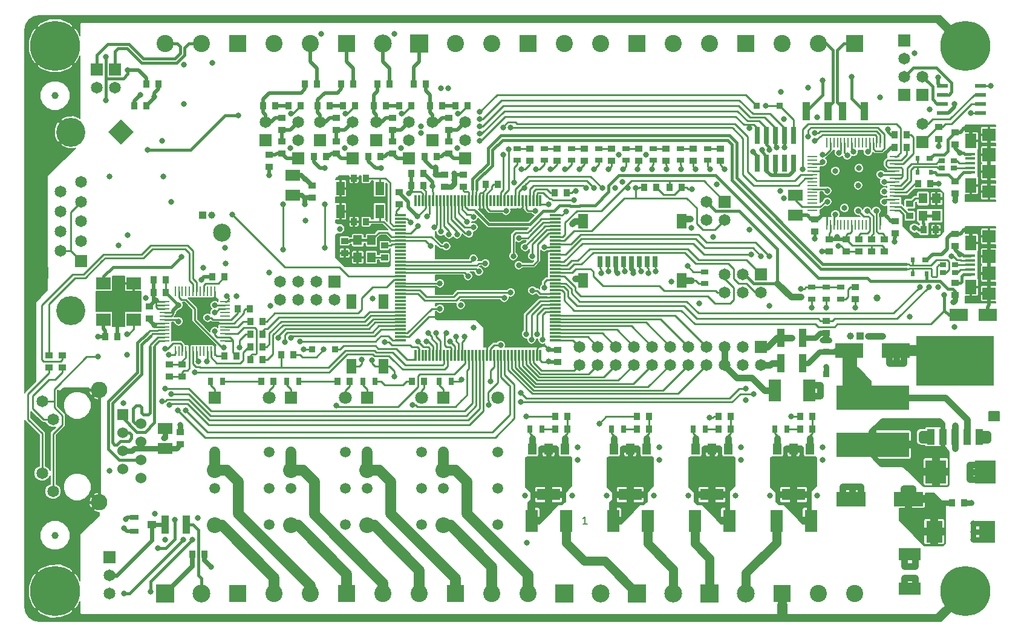
<source format=gtl>
G04 (created by PCBNEW (2013-jul-07)-stable) date miÃ© 17 sep 2014 11:04:25 ART*
%MOIN*%
G04 Gerber Fmt 3.4, Leading zero omitted, Abs format*
%FSLAX34Y34*%
G01*
G70*
G90*
G04 APERTURE LIST*
%ADD10C,0.00590551*%
%ADD11C,0.008*%
%ADD12R,0.0394X0.0354*%
%ADD13R,0.0472441X0.0551181*%
%ADD14R,0.065X0.065*%
%ADD15C,0.065*%
%ADD16R,0.129921X0.0629921*%
%ADD17R,0.0472441X0.0629921*%
%ADD18R,0.0700787X0.124016*%
%ADD19R,0.0354X0.0394*%
%ADD20R,0.0314961X0.0393701*%
%ADD21C,0.0590551*%
%ADD22C,0.0866142*%
%ADD23C,0.0708661*%
%ADD24R,0.0708661X0.0708661*%
%ADD25R,0.0984252X0.0669291*%
%ADD26R,0.124016X0.0700787*%
%ADD27R,0.0393701X0.0314961*%
%ADD28C,0.0393701*%
%ADD29R,0.0551181X0.011*%
%ADD30R,0.011X0.0551181*%
%ADD31R,0.0551181X0.0102362*%
%ADD32R,0.0102362X0.0551181*%
%ADD33R,0.0551181X0.0826772*%
%ADD34R,0.035X0.031*%
%ADD35R,0.0472441X0.0314961*%
%ADD36R,0.0472441X0.0393701*%
%ADD37R,0.0377953X0.0295276*%
%ADD38R,0.0212598X0.0295276*%
%ADD39R,0.0598425X0.023622*%
%ADD40R,0.0354331X0.0374016*%
%ADD41R,0.0374016X0.0354331*%
%ADD42R,0.0393701X0.102362*%
%ADD43R,0.0295276X0.0944882*%
%ADD44R,0.0291339X0.0944882*%
%ADD45R,0.0570866X0.0787402*%
%ADD46R,0.0314961X0.0590551*%
%ADD47R,0.09X0.12*%
%ADD48R,0.011811X0.0590551*%
%ADD49R,0.0590551X0.011811*%
%ADD50R,0.042X0.0854331*%
%ADD51R,0.425X0.275*%
%ADD52R,0.402X0.138*%
%ADD53R,0.0787402X0.0708661*%
%ADD54R,0.114173X0.129921*%
%ADD55R,0.15748X0.0787402*%
%ADD56R,0.161417X0.0787402*%
%ADD57R,0.08X0.06*%
%ADD58R,0.0511811X0.0748031*%
%ADD59C,0.0984252*%
%ADD60C,0.275591*%
%ADD61R,0.0944882X0.0944882*%
%ADD62C,0.0944882*%
%ADD63R,0.0984252X0.0984252*%
%ADD64R,0.0531496X0.015748*%
%ADD65R,0.0629921X0.0826772*%
%ADD66R,0.0748031X0.0708661*%
%ADD67R,0.0748031X0.0748031*%
%ADD68C,0.16*%
%ADD69R,0.06X0.06*%
%ADD70C,0.06*%
%ADD71C,0.09*%
%ADD72R,0.0393701X0.0393701*%
%ADD73C,0.032*%
%ADD74C,0.035*%
%ADD75C,0.03*%
%ADD76C,0.025*%
%ADD77C,0.02*%
%ADD78C,0.01*%
%ADD79C,0.018*%
%ADD80C,0.04*%
%ADD81C,0.015*%
%ADD82C,0.06*%
%ADD83C,0.022*%
%ADD84C,0.05*%
%ADD85C,0.005*%
G04 APERTURE END LIST*
G54D10*
G54D11*
X43014Y-40061D02*
X42785Y-40061D01*
X42900Y-40061D02*
X42900Y-39661D01*
X42861Y-39719D01*
X42823Y-39757D01*
X42785Y-39776D01*
G54D12*
X60800Y-23084D03*
X60800Y-22415D03*
G54D13*
X62274Y-23072D03*
X62274Y-22127D03*
X61525Y-23072D03*
X61525Y-22127D03*
X30375Y-24427D03*
X30375Y-25372D03*
X31124Y-24427D03*
X31124Y-25372D03*
G54D14*
X61500Y-19000D03*
G54D15*
X61500Y-18000D03*
G54D12*
X62400Y-18165D03*
X62400Y-18834D03*
G54D16*
X54400Y-38459D03*
G54D17*
X54400Y-35940D03*
X53494Y-35940D03*
X55305Y-35940D03*
G54D16*
X49900Y-38459D03*
G54D17*
X49900Y-35940D03*
X48994Y-35940D03*
X50805Y-35940D03*
G54D16*
X45400Y-38459D03*
G54D17*
X45400Y-35940D03*
X44494Y-35940D03*
X46305Y-35940D03*
G54D16*
X40900Y-38459D03*
G54D17*
X40900Y-35940D03*
X39994Y-35940D03*
X41805Y-35940D03*
G54D18*
X53449Y-39900D03*
X55350Y-39900D03*
X48949Y-39900D03*
X50850Y-39900D03*
X46350Y-39900D03*
X44449Y-39900D03*
X41850Y-39900D03*
X39949Y-39900D03*
G54D19*
X55434Y-34150D03*
X54765Y-34150D03*
X50934Y-34150D03*
X50265Y-34150D03*
X46434Y-34150D03*
X45765Y-34150D03*
X41934Y-34150D03*
X41265Y-34150D03*
G54D20*
X49524Y-34850D03*
X48875Y-34850D03*
X40524Y-34850D03*
X39875Y-34850D03*
X26475Y-32200D03*
X27124Y-32200D03*
X30675Y-32200D03*
X31324Y-32200D03*
X34875Y-32200D03*
X35524Y-32200D03*
G54D21*
X38100Y-40100D03*
X38100Y-38100D03*
X38100Y-36100D03*
G54D22*
X35100Y-40147D03*
G54D21*
X35100Y-38100D03*
X35100Y-36100D03*
G54D23*
X38100Y-33100D03*
G54D24*
X35100Y-33100D03*
G54D22*
X35100Y-37115D03*
G54D21*
X25500Y-40100D03*
X25500Y-38100D03*
X25500Y-36100D03*
G54D22*
X22500Y-40147D03*
G54D21*
X22500Y-38100D03*
X22500Y-36100D03*
G54D23*
X25500Y-33100D03*
G54D24*
X22500Y-33100D03*
G54D22*
X22500Y-37115D03*
G54D21*
X29700Y-40100D03*
X29700Y-38100D03*
X29700Y-36100D03*
G54D22*
X26700Y-40147D03*
G54D21*
X26700Y-38100D03*
X26700Y-36100D03*
G54D23*
X29700Y-33100D03*
G54D24*
X26700Y-33100D03*
G54D22*
X26700Y-37115D03*
G54D21*
X33900Y-40100D03*
X33900Y-38100D03*
X33900Y-36100D03*
G54D22*
X30900Y-40147D03*
G54D21*
X30900Y-38100D03*
X30900Y-36100D03*
G54D23*
X33900Y-33100D03*
G54D24*
X30900Y-33100D03*
G54D22*
X30900Y-37115D03*
G54D25*
X63512Y-28550D03*
X65087Y-28550D03*
G54D26*
X60800Y-43650D03*
X60800Y-41749D03*
G54D27*
X42150Y-20024D03*
X42150Y-19375D03*
X40650Y-20024D03*
X40650Y-19375D03*
X43650Y-20024D03*
X43650Y-19375D03*
X39150Y-20024D03*
X39150Y-19375D03*
X49650Y-20024D03*
X49650Y-19375D03*
X48150Y-20024D03*
X48150Y-19375D03*
X46650Y-20024D03*
X46650Y-19375D03*
X45150Y-20024D03*
X45150Y-19375D03*
X56200Y-27674D03*
X56200Y-27025D03*
X55400Y-27674D03*
X55400Y-27025D03*
G54D19*
X63115Y-38900D03*
X63784Y-38900D03*
G54D28*
X13700Y-40700D03*
X13700Y-16450D03*
G54D29*
X59963Y-21201D03*
X59963Y-21004D03*
X59963Y-20807D03*
X59963Y-20611D03*
X59963Y-20414D03*
X59963Y-20217D03*
X59963Y-20020D03*
X59963Y-19823D03*
X59963Y-22776D03*
X59963Y-22579D03*
X59963Y-22382D03*
X59963Y-22185D03*
X59963Y-21988D03*
X59963Y-21792D03*
X59963Y-21595D03*
X59963Y-21398D03*
X55436Y-19823D03*
X55436Y-20020D03*
X55436Y-20217D03*
X55436Y-20414D03*
X55436Y-20611D03*
X55436Y-20807D03*
X55436Y-21004D03*
X55436Y-21201D03*
X55436Y-21398D03*
X55436Y-21595D03*
X55436Y-21792D03*
X55436Y-21988D03*
X55436Y-22185D03*
X55436Y-22382D03*
X55436Y-22579D03*
X55436Y-22776D03*
G54D30*
X56223Y-23563D03*
X56420Y-23563D03*
X56617Y-23563D03*
X56814Y-23563D03*
X57011Y-23563D03*
X57207Y-23563D03*
X57404Y-23563D03*
X57601Y-23563D03*
X57798Y-23563D03*
X57995Y-23563D03*
X58192Y-23563D03*
X58388Y-23563D03*
X58585Y-23563D03*
X58782Y-23563D03*
X58979Y-23563D03*
X59176Y-23563D03*
X59176Y-19036D03*
X58979Y-19036D03*
X58782Y-19036D03*
X58585Y-19036D03*
X58388Y-19036D03*
X58192Y-19036D03*
X57995Y-19036D03*
X57798Y-19036D03*
X57601Y-19036D03*
X57404Y-19036D03*
X57207Y-19036D03*
X57011Y-19036D03*
X56814Y-19036D03*
X56617Y-19036D03*
X56420Y-19036D03*
X56223Y-19036D03*
G54D31*
X19746Y-27817D03*
X19746Y-28014D03*
X19746Y-28211D03*
X19746Y-28407D03*
X19746Y-28604D03*
X19746Y-28801D03*
X19746Y-28998D03*
X19746Y-29195D03*
X19746Y-29392D03*
X19746Y-29588D03*
X19746Y-29785D03*
X19746Y-29982D03*
G54D32*
X20317Y-30553D03*
X20514Y-30553D03*
X20711Y-30553D03*
X20907Y-30553D03*
X21104Y-30553D03*
X21301Y-30553D03*
X21498Y-30553D03*
X21695Y-30553D03*
X21892Y-30553D03*
X22088Y-30553D03*
X22285Y-30553D03*
X22482Y-30553D03*
G54D31*
X23053Y-29982D03*
X23053Y-29785D03*
X23053Y-29588D03*
X23053Y-29392D03*
X23053Y-29195D03*
X23053Y-28998D03*
X23053Y-28801D03*
X23053Y-28604D03*
X23053Y-28407D03*
X23053Y-28211D03*
X23053Y-28014D03*
X23053Y-27817D03*
G54D32*
X22482Y-27246D03*
X22285Y-27246D03*
X22088Y-27246D03*
X21892Y-27246D03*
X21695Y-27246D03*
X21498Y-27246D03*
X21301Y-27246D03*
X21104Y-27246D03*
X20907Y-27246D03*
X20711Y-27246D03*
X20514Y-27246D03*
X20317Y-27246D03*
G54D33*
X31785Y-27808D03*
X31785Y-31391D03*
X30014Y-27808D03*
X30014Y-31391D03*
G54D34*
X63235Y-20040D03*
X63235Y-20460D03*
X62565Y-20040D03*
X62565Y-20460D03*
X63285Y-25790D03*
X63285Y-26210D03*
X62615Y-25790D03*
X62615Y-26210D03*
G54D35*
X18077Y-39725D03*
G54D36*
X19022Y-40100D03*
G54D35*
X18077Y-40474D03*
G54D37*
X61899Y-19916D03*
G54D38*
X61222Y-20683D03*
X61222Y-19916D03*
X61977Y-20683D03*
G54D37*
X61649Y-25516D03*
G54D38*
X60972Y-26283D03*
X60972Y-25516D03*
X61727Y-26283D03*
G54D39*
X64712Y-17400D03*
X64712Y-16900D03*
X64712Y-16400D03*
X64712Y-15900D03*
X62587Y-15900D03*
X62587Y-16400D03*
X62587Y-16900D03*
X62587Y-17400D03*
G54D40*
X52379Y-17000D03*
X53620Y-17000D03*
X29120Y-30450D03*
X27879Y-30450D03*
G54D41*
X56200Y-31820D03*
X56200Y-30579D03*
G54D12*
X42850Y-20034D03*
X42850Y-19365D03*
X48850Y-20034D03*
X48850Y-19365D03*
X44350Y-20034D03*
X44350Y-19365D03*
X45850Y-20034D03*
X45850Y-19365D03*
X47350Y-20034D03*
X47350Y-19365D03*
X50350Y-20034D03*
X50350Y-19365D03*
G54D19*
X60634Y-18600D03*
X59965Y-18600D03*
G54D12*
X41350Y-20034D03*
X41350Y-19365D03*
G54D19*
X61265Y-21300D03*
X61934Y-21300D03*
G54D12*
X57800Y-27015D03*
X57800Y-27684D03*
X58000Y-25034D03*
X58000Y-24365D03*
G54D19*
X26565Y-17000D03*
X27234Y-17000D03*
X29565Y-17000D03*
X30234Y-17000D03*
X34734Y-19800D03*
X34065Y-19800D03*
X34034Y-32200D03*
X33365Y-32200D03*
G54D12*
X35400Y-18965D03*
X35400Y-19634D03*
G54D19*
X41265Y-34850D03*
X41934Y-34850D03*
X45765Y-34850D03*
X46434Y-34850D03*
G54D12*
X57300Y-25034D03*
X57300Y-24365D03*
X26200Y-17665D03*
X26200Y-18334D03*
X26200Y-18965D03*
X26200Y-19634D03*
X25500Y-19715D03*
X25500Y-20384D03*
X35400Y-17665D03*
X35400Y-18334D03*
X29200Y-17665D03*
X29200Y-18334D03*
X29200Y-18965D03*
X29200Y-19634D03*
G54D19*
X28634Y-19800D03*
X27965Y-19800D03*
G54D12*
X32300Y-17665D03*
X32300Y-18334D03*
X32300Y-18965D03*
X32300Y-19634D03*
G54D19*
X31634Y-19800D03*
X30965Y-19800D03*
X54765Y-34850D03*
X55434Y-34850D03*
X50265Y-34850D03*
X50934Y-34850D03*
X35765Y-17000D03*
X36434Y-17000D03*
X25734Y-32200D03*
X25065Y-32200D03*
G54D12*
X59400Y-24365D03*
X59400Y-25034D03*
G54D19*
X32665Y-17000D03*
X33334Y-17000D03*
X29934Y-32200D03*
X29265Y-32200D03*
G54D12*
X58700Y-24365D03*
X58700Y-25034D03*
X56200Y-28865D03*
X56200Y-29534D03*
G54D19*
X26830Y-30748D03*
X26161Y-30748D03*
G54D12*
X39850Y-20034D03*
X39850Y-19365D03*
G54D19*
X47565Y-21500D03*
X48234Y-21500D03*
G54D12*
X31850Y-25384D03*
X31850Y-24715D03*
G54D19*
X46165Y-21500D03*
X46834Y-21500D03*
X41884Y-21800D03*
X41215Y-21800D03*
G54D12*
X13350Y-31434D03*
X13350Y-30765D03*
G54D19*
X24465Y-30300D03*
X25134Y-30300D03*
X23034Y-26450D03*
X22365Y-26450D03*
G54D12*
X20000Y-31934D03*
X20000Y-31265D03*
G54D19*
X24465Y-29600D03*
X25134Y-29600D03*
X24465Y-28900D03*
X25134Y-28900D03*
X24465Y-31000D03*
X25134Y-31000D03*
G54D12*
X14100Y-31434D03*
X14100Y-30765D03*
G54D18*
X53349Y-32700D03*
X55250Y-32700D03*
G54D42*
X54890Y-31200D03*
X53709Y-31200D03*
X53709Y-29800D03*
X54890Y-29800D03*
X19759Y-40100D03*
X20940Y-40100D03*
X55109Y-17300D03*
X56290Y-17300D03*
X58290Y-17300D03*
X57109Y-17300D03*
G54D43*
X52400Y-20167D03*
G54D44*
X52400Y-18632D03*
G54D43*
X52900Y-20167D03*
G54D44*
X52900Y-18632D03*
X53400Y-20167D03*
X53400Y-18632D03*
X53900Y-20167D03*
G54D43*
X53900Y-18632D03*
X54400Y-20167D03*
G54D44*
X54400Y-18632D03*
G54D14*
X29100Y-26700D03*
G54D15*
X29100Y-27700D03*
X28100Y-26700D03*
X28100Y-27700D03*
X27100Y-26700D03*
X27100Y-27700D03*
X26100Y-26700D03*
X26100Y-27700D03*
G54D14*
X52600Y-26300D03*
G54D15*
X52600Y-27300D03*
X51600Y-26300D03*
X51600Y-27300D03*
X50600Y-26300D03*
X50600Y-27300D03*
G54D14*
X16700Y-41900D03*
G54D15*
X16700Y-42900D03*
X16700Y-43900D03*
G54D14*
X36300Y-19900D03*
G54D15*
X36300Y-18900D03*
X36300Y-17900D03*
G54D14*
X33200Y-19900D03*
G54D15*
X33200Y-18900D03*
X33200Y-17900D03*
G54D14*
X30100Y-19900D03*
G54D15*
X30100Y-18900D03*
X30100Y-17900D03*
G54D14*
X27100Y-19900D03*
G54D15*
X27100Y-18900D03*
X27100Y-17900D03*
G54D14*
X50600Y-22300D03*
G54D15*
X50600Y-23300D03*
X49600Y-22300D03*
X49600Y-23300D03*
G54D14*
X31400Y-18900D03*
G54D15*
X31400Y-17900D03*
G54D14*
X60500Y-16400D03*
G54D15*
X60500Y-15400D03*
G54D14*
X61500Y-16400D03*
G54D15*
X61500Y-15400D03*
G54D14*
X28300Y-18900D03*
G54D15*
X28300Y-17900D03*
G54D14*
X17000Y-15000D03*
G54D15*
X17000Y-16000D03*
G54D14*
X34500Y-18900D03*
G54D15*
X34500Y-17900D03*
G54D14*
X16000Y-15000D03*
G54D15*
X16000Y-16000D03*
G54D14*
X25300Y-18900D03*
G54D15*
X25300Y-17900D03*
G54D14*
X60500Y-13400D03*
G54D15*
X60500Y-14400D03*
G54D14*
X52600Y-30300D03*
G54D15*
X52600Y-31300D03*
X51600Y-30300D03*
X51600Y-31300D03*
X50600Y-30300D03*
X50600Y-31300D03*
X49600Y-30300D03*
X49600Y-31300D03*
X48600Y-30300D03*
X48600Y-31300D03*
X47600Y-30300D03*
X47600Y-31300D03*
X46600Y-30300D03*
X46600Y-31300D03*
X45600Y-30300D03*
X45600Y-31300D03*
X44600Y-30300D03*
X44600Y-31300D03*
X43600Y-30300D03*
X43600Y-31300D03*
X42600Y-30300D03*
X42600Y-31300D03*
G54D45*
X42783Y-26633D03*
X48216Y-26633D03*
X42783Y-23366D03*
X48216Y-23366D03*
G54D46*
X43728Y-25610D03*
X44161Y-25610D03*
X44594Y-25610D03*
X45027Y-25610D03*
X45460Y-25610D03*
X45893Y-25610D03*
X46326Y-25610D03*
X46759Y-25610D03*
G54D47*
X65050Y-40500D03*
X62150Y-40500D03*
G54D48*
X38870Y-22228D03*
X39066Y-22228D03*
X38673Y-22228D03*
X39263Y-22228D03*
X39460Y-22228D03*
X39657Y-22228D03*
X39854Y-22228D03*
X40051Y-22228D03*
X38476Y-22228D03*
X38279Y-22228D03*
X38082Y-22228D03*
X37885Y-22228D03*
X34933Y-30771D03*
X35129Y-30771D03*
X34736Y-30771D03*
X34539Y-30771D03*
X34342Y-30771D03*
X34145Y-30771D03*
X33948Y-30771D03*
X35326Y-30771D03*
X35523Y-30771D03*
X35720Y-30771D03*
X35917Y-30771D03*
X36114Y-30771D03*
G54D49*
X41271Y-24629D03*
X41271Y-24826D03*
X41271Y-25023D03*
X41271Y-25220D03*
X41271Y-25417D03*
X41271Y-25614D03*
X41271Y-24433D03*
X41271Y-24236D03*
X41271Y-24039D03*
X41271Y-23842D03*
X41271Y-23645D03*
X41271Y-23448D03*
X32728Y-26795D03*
X32728Y-26992D03*
X32728Y-27188D03*
X32728Y-27385D03*
X32728Y-27582D03*
X32728Y-27779D03*
X32728Y-26598D03*
X32728Y-26401D03*
X32728Y-26204D03*
X32728Y-26007D03*
X32728Y-25811D03*
X32728Y-25614D03*
X41271Y-25811D03*
X41271Y-26007D03*
X41271Y-23251D03*
X41271Y-23055D03*
X32728Y-27976D03*
X32728Y-25417D03*
X32728Y-28173D03*
X32728Y-25220D03*
G54D48*
X37688Y-22228D03*
X37492Y-22228D03*
X40248Y-22228D03*
X40444Y-22228D03*
X36311Y-30771D03*
X36507Y-30771D03*
X33751Y-30771D03*
X33555Y-30771D03*
G54D49*
X41271Y-26204D03*
X41271Y-26401D03*
X41271Y-26598D03*
X41271Y-26795D03*
X41271Y-26992D03*
X41271Y-27188D03*
X41271Y-27385D03*
X41271Y-27582D03*
X41271Y-27779D03*
X32728Y-28370D03*
X32728Y-28566D03*
X32728Y-28763D03*
X32728Y-28960D03*
X32728Y-29157D03*
X32728Y-29354D03*
X32728Y-29551D03*
X32728Y-29748D03*
X32728Y-29944D03*
G54D48*
X36704Y-30771D03*
X36901Y-30771D03*
X37098Y-30771D03*
X37295Y-30771D03*
X37492Y-30771D03*
X37688Y-30771D03*
X37885Y-30771D03*
X38082Y-30771D03*
X38279Y-30771D03*
X37295Y-22228D03*
X37098Y-22228D03*
X36901Y-22228D03*
X36704Y-22228D03*
X36507Y-22228D03*
X36311Y-22228D03*
X36114Y-22228D03*
X35917Y-22228D03*
X35720Y-22228D03*
X35523Y-22228D03*
X35326Y-22228D03*
X35129Y-22228D03*
X34933Y-22228D03*
X34736Y-22228D03*
X34539Y-22228D03*
X34342Y-22228D03*
X34145Y-22228D03*
X33948Y-22228D03*
X33751Y-22228D03*
X33555Y-22228D03*
X38476Y-30771D03*
X38673Y-30771D03*
X38870Y-30771D03*
X39066Y-30771D03*
X39263Y-30771D03*
X39460Y-30771D03*
X39657Y-30771D03*
X39854Y-30771D03*
X40051Y-30771D03*
X40248Y-30771D03*
X40444Y-30771D03*
G54D49*
X41271Y-27976D03*
X41271Y-28173D03*
X41271Y-28370D03*
X41271Y-28566D03*
X41271Y-28763D03*
X41271Y-28960D03*
X41271Y-29157D03*
X41271Y-29354D03*
X41271Y-29551D03*
X41271Y-29748D03*
X41271Y-29944D03*
X32728Y-25023D03*
X32728Y-24826D03*
X32728Y-24629D03*
X32728Y-24433D03*
X32728Y-24236D03*
X32728Y-24039D03*
X32728Y-23842D03*
X32728Y-23645D03*
X32728Y-23448D03*
X32728Y-23251D03*
X32728Y-23055D03*
G54D50*
X63300Y-35275D03*
X63970Y-35275D03*
X64640Y-35275D03*
X62630Y-35275D03*
X61960Y-35275D03*
G54D51*
X63300Y-31075D03*
G54D20*
X45024Y-34850D03*
X44375Y-34850D03*
G54D27*
X49500Y-26175D03*
X49500Y-26824D03*
X57000Y-27674D03*
X57000Y-27025D03*
G54D20*
X54024Y-34850D03*
X53375Y-34850D03*
X22275Y-32200D03*
X22924Y-32200D03*
G54D52*
X58750Y-35700D03*
X58750Y-33100D03*
G54D53*
X18026Y-28800D03*
X18026Y-26800D03*
X16373Y-26800D03*
X16373Y-28800D03*
G54D28*
X59000Y-27600D03*
G54D19*
X30134Y-15800D03*
X29465Y-15800D03*
X32134Y-15800D03*
X31465Y-15800D03*
X33984Y-21400D03*
X33315Y-21400D03*
G54D12*
X63300Y-24734D03*
X63300Y-24065D03*
X63300Y-27434D03*
X63300Y-26765D03*
G54D19*
X33465Y-15800D03*
X34134Y-15800D03*
G54D12*
X35150Y-21484D03*
X35150Y-20815D03*
X63300Y-19134D03*
X63300Y-18465D03*
X20600Y-35684D03*
X20600Y-35015D03*
G54D19*
X28134Y-15800D03*
X27465Y-15800D03*
G54D12*
X63300Y-21165D03*
X63300Y-21834D03*
G54D54*
X64958Y-37200D03*
X62241Y-37200D03*
G54D55*
X57470Y-30500D03*
X60029Y-30500D03*
G54D56*
X60724Y-38700D03*
X57575Y-38700D03*
G54D57*
X19750Y-35901D03*
X19750Y-34798D03*
X26800Y-20848D03*
X26800Y-21951D03*
X54500Y-23051D03*
X54500Y-21948D03*
G54D19*
X21934Y-41750D03*
X21265Y-41750D03*
G54D12*
X32650Y-22434D03*
X32650Y-21765D03*
G54D19*
X59965Y-19300D03*
X60634Y-19300D03*
G54D12*
X55550Y-23265D03*
X55550Y-23934D03*
X56350Y-24365D03*
X56350Y-25034D03*
X41400Y-31134D03*
X41400Y-30465D03*
G54D19*
X61565Y-23850D03*
X62234Y-23850D03*
G54D12*
X60000Y-23365D03*
X60000Y-24034D03*
G54D19*
X30834Y-23400D03*
X30165Y-23400D03*
X38084Y-21350D03*
X37415Y-21350D03*
X33315Y-20750D03*
X33984Y-20750D03*
G54D12*
X36200Y-21484D03*
X36200Y-20815D03*
X29650Y-24465D03*
X29650Y-25134D03*
G54D19*
X25165Y-17000D03*
X25834Y-17000D03*
G54D12*
X27850Y-22084D03*
X27850Y-21415D03*
G54D19*
X18734Y-17000D03*
X18065Y-17000D03*
X18715Y-15800D03*
X19384Y-15800D03*
X19784Y-26600D03*
X19115Y-26600D03*
X30834Y-21000D03*
X30165Y-21000D03*
X16465Y-29750D03*
X17134Y-29750D03*
X19784Y-27300D03*
X19115Y-27300D03*
X23765Y-28200D03*
X24434Y-28200D03*
G54D12*
X18900Y-28734D03*
X18900Y-28065D03*
G54D19*
X34365Y-17000D03*
X35034Y-17000D03*
X31265Y-17000D03*
X31934Y-17000D03*
X28165Y-17000D03*
X28834Y-17000D03*
G54D12*
X20700Y-31265D03*
X20700Y-31934D03*
G54D19*
X23684Y-30800D03*
X23015Y-30800D03*
G54D58*
X31582Y-21570D03*
X29417Y-21570D03*
X29417Y-22829D03*
X31582Y-22829D03*
G54D59*
X22910Y-24010D03*
G54D10*
G36*
X17342Y-17746D02*
X18038Y-18442D01*
X17342Y-19138D01*
X16646Y-18442D01*
X17342Y-17746D01*
X17342Y-17746D01*
G37*
G54D60*
X13700Y-43779D03*
X13700Y-13700D03*
X63858Y-43779D03*
X63858Y-13700D03*
G54D61*
X23779Y-13582D03*
G54D62*
X21779Y-13582D03*
X19779Y-13582D03*
G54D61*
X45779Y-13582D03*
G54D62*
X43779Y-13582D03*
X41779Y-13582D03*
G54D61*
X51779Y-13582D03*
G54D62*
X49779Y-13582D03*
X47779Y-13582D03*
G54D61*
X57779Y-13582D03*
G54D62*
X55779Y-13582D03*
X53779Y-13582D03*
G54D61*
X39779Y-13582D03*
G54D62*
X37779Y-13582D03*
X35779Y-13582D03*
G54D61*
X35779Y-43897D03*
G54D62*
X37779Y-43897D03*
X39779Y-43897D03*
G54D61*
X23779Y-43897D03*
G54D62*
X25779Y-43897D03*
X27779Y-43897D03*
G54D61*
X29779Y-13582D03*
G54D62*
X27779Y-13582D03*
X25779Y-13582D03*
G54D61*
X29779Y-43897D03*
G54D62*
X31779Y-43897D03*
X33779Y-43897D03*
G54D61*
X53779Y-43897D03*
G54D62*
X55779Y-43897D03*
X57779Y-43897D03*
G54D63*
X19779Y-43897D03*
G54D59*
X21779Y-43897D03*
G54D63*
X33779Y-13582D03*
G54D59*
X31779Y-13582D03*
G54D63*
X41779Y-43897D03*
G54D59*
X43779Y-43897D03*
G54D63*
X49779Y-43897D03*
G54D59*
X51779Y-43897D03*
G54D63*
X45779Y-43897D03*
G54D59*
X47779Y-43897D03*
G54D64*
X64124Y-20177D03*
X64124Y-20433D03*
X64124Y-19921D03*
X64124Y-20688D03*
X64124Y-19665D03*
G54D65*
X64173Y-21397D03*
X64173Y-18956D03*
G54D66*
X65177Y-21751D03*
X65177Y-18602D03*
G54D67*
X65177Y-20649D03*
X65177Y-19704D03*
G54D64*
X64124Y-25787D03*
X64124Y-26043D03*
X64124Y-25531D03*
X64124Y-26299D03*
X64124Y-25275D03*
G54D65*
X64173Y-27007D03*
X64173Y-24566D03*
G54D66*
X65177Y-27362D03*
X65177Y-24212D03*
G54D67*
X65177Y-26259D03*
X65177Y-25314D03*
G54D14*
X15126Y-25565D03*
G54D15*
X15126Y-24475D03*
X15126Y-23385D03*
X15126Y-22295D03*
X15126Y-21205D03*
X14006Y-25020D03*
X14006Y-23930D03*
X14006Y-22840D03*
X14006Y-21750D03*
G54D68*
X14566Y-28305D03*
X14566Y-18465D03*
G54D69*
X17421Y-34037D03*
G54D70*
X18421Y-34537D03*
X17421Y-35037D03*
X18421Y-35537D03*
X17421Y-36037D03*
X18421Y-36537D03*
X17421Y-37037D03*
X18421Y-37537D03*
G54D71*
X16121Y-32687D03*
X16121Y-38887D03*
G54D15*
X12991Y-33297D03*
X13591Y-34297D03*
X12991Y-37277D03*
X13591Y-38277D03*
G54D72*
X21830Y-23031D03*
G54D28*
X22342Y-23031D03*
G54D72*
X58055Y-29700D03*
G54D28*
X57544Y-29700D03*
G54D73*
X39700Y-41100D03*
X55850Y-33000D03*
X55850Y-32400D03*
X64300Y-40050D03*
X64300Y-40950D03*
X64300Y-40500D03*
X22300Y-42450D03*
X17500Y-40300D03*
X21550Y-39750D03*
X28500Y-30450D03*
X59300Y-29700D03*
X58500Y-29700D03*
X58900Y-29700D03*
X56350Y-29950D03*
X56000Y-29950D03*
X59600Y-18300D03*
X61050Y-23750D03*
X35350Y-16050D03*
X34950Y-16050D03*
X36050Y-28000D03*
X34900Y-28200D03*
X34900Y-26800D03*
X18700Y-27600D03*
X19600Y-18950D03*
X57950Y-21400D03*
X55700Y-17650D03*
X17200Y-24700D03*
X48800Y-21600D03*
X16050Y-30850D03*
X20600Y-34600D03*
X51750Y-33250D03*
X53050Y-28050D03*
X49950Y-24250D03*
X16050Y-29750D03*
X17650Y-29600D03*
X35250Y-24750D03*
X38550Y-22800D03*
X39000Y-21250D03*
X40150Y-22800D03*
X23100Y-25700D03*
X22500Y-29450D03*
X21750Y-26600D03*
X40900Y-31100D03*
X52150Y-19550D03*
X56800Y-24250D03*
X56000Y-19700D03*
X58500Y-19550D03*
X59400Y-21750D03*
X56250Y-21700D03*
X49200Y-27900D03*
X38250Y-30200D03*
X40000Y-27200D03*
X40650Y-24800D03*
X53850Y-22100D03*
X46600Y-20500D03*
X43400Y-20500D03*
X49800Y-20500D03*
X48200Y-20500D03*
X45000Y-20500D03*
X40200Y-20500D03*
X41800Y-20500D03*
X48750Y-23750D03*
X31200Y-27650D03*
X25500Y-26200D03*
X25550Y-28050D03*
X33850Y-18500D03*
X33850Y-18150D03*
X27450Y-21050D03*
X26650Y-19350D03*
X29650Y-19350D03*
X32750Y-19350D03*
X35850Y-19350D03*
X34488Y-21456D03*
X61050Y-14100D03*
X63250Y-16900D03*
X42500Y-36550D03*
X58250Y-32000D03*
X57450Y-32000D03*
X56000Y-36550D03*
X51500Y-36550D03*
X47000Y-36550D03*
X57800Y-28150D03*
X18400Y-16400D03*
X57850Y-32000D03*
X56000Y-20600D03*
X60500Y-42400D03*
X61100Y-42400D03*
X26250Y-24950D03*
X26250Y-22450D03*
X33700Y-30000D03*
X28550Y-22450D03*
X34150Y-30000D03*
X28550Y-24850D03*
X34250Y-29550D03*
X34700Y-29550D03*
X20450Y-33800D03*
X23450Y-23000D03*
X20900Y-33800D03*
X33300Y-23450D03*
X36750Y-23150D03*
X39400Y-20500D03*
X36400Y-23400D03*
X41000Y-20500D03*
X36750Y-23700D03*
X42600Y-20500D03*
X36500Y-24050D03*
X44200Y-20500D03*
X35850Y-24100D03*
X45800Y-20500D03*
X35400Y-24100D03*
X47400Y-20500D03*
X34950Y-23950D03*
X49000Y-20500D03*
X34600Y-23700D03*
X50600Y-20500D03*
X37700Y-32200D03*
X29200Y-33550D03*
X33400Y-33500D03*
X37600Y-33500D03*
X39650Y-34150D03*
X39650Y-29600D03*
X43700Y-34550D03*
X39950Y-29900D03*
X49750Y-34200D03*
X40250Y-29600D03*
X54250Y-34150D03*
X40550Y-29900D03*
X21400Y-31700D03*
X21600Y-31100D03*
X27200Y-30000D03*
X23700Y-27500D03*
X22500Y-28000D03*
X26350Y-30050D03*
X23150Y-27500D03*
X26700Y-29800D03*
X26000Y-29800D03*
X22500Y-28400D03*
X45700Y-21550D03*
X45250Y-21550D03*
X52850Y-17000D03*
X20100Y-32900D03*
X19750Y-32600D03*
X19600Y-33300D03*
X20000Y-33500D03*
X52050Y-25200D03*
X52600Y-25300D03*
X64150Y-17400D03*
X53050Y-25300D03*
X65250Y-15900D03*
X45100Y-26150D03*
X42400Y-21700D03*
X42950Y-21550D03*
X46000Y-26150D03*
X44200Y-26150D03*
X42300Y-22200D03*
X40900Y-22450D03*
X43800Y-26250D03*
X46800Y-26150D03*
X43850Y-21550D03*
X43400Y-21550D03*
X46400Y-26250D03*
X39550Y-21550D03*
X40650Y-27050D03*
X39600Y-24800D03*
X40000Y-25300D03*
X41850Y-22850D03*
X38950Y-25300D03*
X39250Y-24300D03*
X39250Y-25800D03*
X53050Y-19450D03*
X36750Y-25450D03*
X37100Y-18550D03*
X53900Y-19300D03*
X37100Y-17750D03*
X37400Y-25700D03*
X37050Y-26150D03*
X37100Y-18150D03*
X53450Y-19300D03*
X51950Y-18250D03*
X36450Y-26400D03*
X37100Y-18950D03*
X62700Y-27450D03*
X63100Y-25300D03*
X38400Y-18200D03*
X38400Y-19700D03*
X38700Y-19400D03*
X38800Y-18200D03*
X23800Y-17550D03*
X18800Y-19450D03*
X33700Y-23650D03*
X34200Y-23100D03*
X33650Y-23100D03*
X19750Y-30400D03*
X63200Y-27850D03*
X35450Y-30000D03*
X35250Y-29550D03*
X35800Y-29750D03*
X36250Y-29750D03*
X54300Y-29800D03*
X54800Y-27550D03*
X58450Y-22800D03*
X58950Y-22800D03*
X57950Y-22800D03*
X56900Y-19600D03*
X57350Y-19750D03*
X54900Y-20500D03*
X55550Y-18500D03*
X55550Y-18950D03*
X55200Y-18700D03*
X63300Y-22250D03*
X61350Y-27000D03*
X61850Y-27000D03*
X42200Y-23500D03*
X60050Y-31200D03*
X17650Y-30750D03*
X39600Y-38500D03*
X42200Y-38500D03*
X44100Y-38500D03*
X46700Y-38500D03*
X48600Y-38500D03*
X51200Y-38500D03*
X53100Y-38500D03*
X55700Y-38500D03*
X40000Y-35350D03*
X42500Y-35850D03*
X47000Y-35850D03*
X56000Y-35850D03*
X51500Y-35850D03*
X44500Y-35350D03*
X64200Y-38900D03*
X63300Y-35900D03*
X63300Y-34650D03*
X65100Y-35100D03*
X65100Y-35450D03*
X61000Y-21850D03*
X59950Y-24500D03*
X62400Y-19250D03*
X61900Y-17200D03*
X53500Y-35350D03*
X49000Y-35350D03*
X36700Y-28000D03*
X34900Y-27250D03*
X48700Y-23250D03*
X44950Y-21200D03*
X50150Y-21350D03*
X54800Y-27100D03*
X16700Y-20900D03*
X44550Y-21550D03*
X39200Y-22800D03*
X47650Y-26700D03*
X19250Y-27750D03*
X53850Y-17750D03*
X52650Y-19450D03*
X17700Y-24150D03*
X56200Y-31400D03*
X53700Y-16250D03*
X55200Y-16000D03*
X59150Y-16550D03*
X20800Y-16900D03*
X22350Y-14650D03*
X19150Y-16500D03*
X20800Y-14750D03*
X62350Y-15450D03*
X60450Y-31200D03*
X59650Y-31200D03*
X17450Y-33400D03*
X16700Y-37150D03*
X48750Y-26650D03*
X19700Y-35350D03*
X17650Y-27600D03*
X35700Y-21100D03*
X35700Y-20750D03*
X34400Y-24750D03*
X34900Y-28650D03*
X62350Y-27000D03*
X63250Y-29200D03*
X60800Y-28650D03*
X20100Y-22300D03*
X19650Y-20900D03*
X21850Y-25950D03*
X23050Y-24850D03*
X22100Y-27800D03*
X19950Y-30750D03*
X21100Y-30000D03*
X22100Y-30000D03*
X40900Y-30450D03*
X30600Y-31000D03*
X57600Y-38000D03*
X57100Y-38000D03*
X58100Y-38000D03*
X64100Y-37200D03*
X64100Y-36800D03*
X64100Y-37600D03*
X63300Y-31050D03*
X63700Y-31050D03*
X63700Y-30650D03*
X63300Y-30650D03*
X62900Y-30650D03*
X62900Y-31050D03*
X62900Y-31450D03*
X63300Y-31450D03*
X63700Y-31450D03*
X63550Y-19600D03*
X63550Y-25200D03*
X53650Y-21700D03*
X51950Y-23850D03*
X58000Y-20450D03*
X56700Y-20600D03*
X56700Y-23000D03*
X55550Y-24350D03*
X56000Y-20100D03*
X55950Y-25050D03*
X57200Y-22650D03*
X56250Y-22300D03*
X62400Y-21300D03*
X59200Y-20807D03*
X44750Y-19700D03*
X46250Y-19700D03*
X42350Y-26550D03*
X38750Y-25800D03*
X37550Y-30100D03*
X40000Y-27700D03*
X40650Y-25250D03*
X44700Y-26250D03*
X57700Y-19550D03*
X29400Y-23800D03*
X28350Y-13050D03*
X32400Y-13050D03*
X19750Y-40950D03*
X19200Y-39500D03*
X17600Y-39800D03*
X36750Y-29250D03*
X27450Y-22450D03*
X34650Y-20800D03*
X25500Y-20850D03*
X28550Y-20450D03*
X31650Y-20450D03*
X34650Y-20400D03*
X33200Y-21850D03*
X27500Y-23350D03*
X26700Y-17450D03*
X29700Y-17450D03*
X32800Y-17450D03*
X35900Y-17450D03*
X12362Y-35236D03*
X12362Y-39566D03*
X12362Y-37401D03*
X12362Y-28740D03*
X12362Y-30905D03*
X12362Y-17913D03*
X12362Y-20078D03*
X12362Y-22244D03*
X12362Y-24409D03*
X12362Y-26574D03*
X12362Y-41732D03*
X12362Y-15748D03*
X61515Y-45255D03*
X59350Y-45255D03*
X57185Y-45255D03*
X55019Y-45255D03*
X52854Y-45255D03*
X50688Y-45255D03*
X48523Y-45255D03*
X46358Y-45255D03*
X44192Y-45255D03*
X42027Y-45255D03*
X39862Y-45255D03*
X37696Y-45255D03*
X35531Y-45255D03*
X33366Y-45255D03*
X31200Y-45255D03*
X29035Y-45255D03*
X26870Y-45255D03*
X24704Y-45255D03*
X22539Y-45255D03*
X20374Y-45255D03*
X18208Y-45255D03*
X16043Y-45255D03*
X16043Y-12244D03*
X18208Y-12244D03*
X20374Y-12244D03*
X22539Y-12244D03*
X24704Y-12244D03*
X26870Y-12244D03*
X29035Y-12244D03*
X31200Y-12244D03*
X33366Y-12244D03*
X35531Y-12244D03*
X37696Y-12244D03*
X39862Y-12244D03*
X42027Y-12244D03*
X44192Y-12244D03*
X46358Y-12244D03*
X48523Y-12244D03*
X50688Y-12244D03*
X52854Y-12244D03*
X55019Y-12244D03*
X57185Y-12244D03*
X59350Y-12244D03*
X61515Y-12244D03*
X14200Y-38650D03*
X15400Y-36700D03*
X15400Y-35050D03*
X14450Y-36700D03*
X13300Y-36500D03*
X13300Y-34850D03*
X14200Y-32850D03*
X14450Y-35050D03*
X37100Y-17350D03*
X32400Y-31950D03*
X31150Y-31050D03*
X31850Y-30050D03*
X38450Y-27600D03*
X39350Y-32850D03*
X55400Y-28150D03*
X51750Y-32600D03*
X56200Y-28150D03*
X39350Y-33350D03*
X52200Y-32900D03*
X38800Y-27300D03*
X56000Y-15600D03*
X57600Y-15400D03*
X17700Y-15050D03*
X16500Y-16700D03*
X16500Y-14300D03*
X48550Y-25850D03*
X45550Y-26250D03*
X61100Y-43050D03*
X60500Y-43050D03*
X61450Y-35450D03*
X61450Y-35100D03*
X60950Y-38100D03*
X60450Y-38100D03*
X23850Y-30350D03*
X22050Y-31100D03*
X20650Y-25350D03*
X19150Y-29100D03*
X20500Y-28000D03*
X20500Y-28900D03*
X22100Y-28700D03*
X23000Y-30350D03*
X27400Y-30450D03*
X55300Y-35350D03*
X41800Y-35350D03*
X50800Y-35350D03*
X46300Y-35350D03*
X36100Y-32100D03*
X18950Y-43800D03*
X21250Y-40950D03*
X17500Y-43900D03*
X20750Y-40950D03*
X19350Y-41400D03*
X20300Y-39850D03*
X56850Y-24750D03*
X59400Y-22300D03*
X59400Y-21200D03*
G54D74*
X55850Y-33000D02*
X55850Y-32400D01*
X55250Y-32700D02*
X55250Y-32849D01*
X55250Y-32849D02*
X55401Y-33000D01*
X55401Y-33000D02*
X55850Y-33000D01*
X55250Y-32700D02*
X55250Y-32550D01*
X55250Y-32550D02*
X55401Y-32400D01*
X55401Y-32400D02*
X55850Y-32400D01*
G54D75*
X64300Y-40950D02*
X64950Y-40950D01*
X65050Y-40850D02*
X65050Y-40500D01*
X64950Y-40950D02*
X65050Y-40850D01*
X64300Y-40500D02*
X65050Y-40500D01*
X64300Y-40050D02*
X65100Y-40050D01*
X65100Y-40050D02*
X65050Y-40100D01*
X65050Y-40100D02*
X65050Y-40500D01*
X64300Y-40050D02*
X64300Y-40950D01*
G54D76*
X21934Y-41750D02*
X21934Y-42084D01*
X21934Y-42084D02*
X22300Y-42450D01*
G54D77*
X18077Y-40474D02*
X17674Y-40474D01*
X17674Y-40474D02*
X17500Y-40300D01*
G54D78*
X28500Y-30450D02*
X28083Y-30866D01*
X27204Y-30748D02*
X26830Y-30748D01*
X27322Y-30866D02*
X27204Y-30748D01*
X28083Y-30866D02*
X27322Y-30866D01*
G54D74*
X59300Y-29700D02*
X58900Y-29700D01*
X58900Y-29700D02*
X58500Y-29700D01*
G54D75*
X56000Y-29950D02*
X56350Y-29950D01*
X55800Y-29600D02*
X55600Y-29800D01*
X56200Y-29534D02*
X56200Y-29800D01*
X56200Y-29800D02*
X56350Y-29950D01*
X56200Y-29534D02*
X56200Y-29750D01*
X56200Y-29750D02*
X56000Y-29950D01*
X54890Y-29800D02*
X55600Y-29800D01*
X55800Y-29600D02*
X55865Y-29534D01*
G54D78*
X12991Y-33297D02*
X13650Y-33297D01*
X14100Y-34600D02*
X14100Y-34100D01*
X14100Y-34100D02*
X13650Y-33650D01*
X13650Y-33650D02*
X13650Y-33297D01*
X13650Y-33297D02*
X13650Y-32640D01*
X13650Y-32640D02*
X13818Y-32471D01*
X59065Y-24700D02*
X59250Y-24700D01*
X58700Y-24700D02*
X59065Y-24700D01*
X59400Y-24850D02*
X59400Y-25034D01*
X59250Y-24700D02*
X59400Y-24850D01*
X57300Y-24365D02*
X57300Y-24150D01*
X57500Y-24050D02*
X57601Y-23948D01*
X57400Y-24050D02*
X57500Y-24050D01*
X57300Y-24150D02*
X57400Y-24050D01*
G54D79*
X59965Y-18600D02*
X59750Y-18600D01*
X59750Y-18600D02*
X59600Y-18450D01*
X59600Y-18450D02*
X59600Y-18300D01*
G54D78*
X41800Y-20500D02*
X41900Y-20500D01*
X42150Y-20250D02*
X42150Y-20024D01*
X41900Y-20500D02*
X42150Y-20250D01*
X40200Y-20500D02*
X40400Y-20500D01*
X40650Y-20250D02*
X40650Y-20024D01*
X40400Y-20500D02*
X40650Y-20250D01*
X37492Y-22228D02*
X37492Y-21857D01*
X37850Y-21350D02*
X38084Y-21350D01*
X37750Y-21450D02*
X37850Y-21350D01*
X37750Y-21600D02*
X37750Y-21450D01*
X37492Y-21857D02*
X37750Y-21600D01*
G54D79*
X61050Y-23750D02*
X61200Y-23750D01*
X61300Y-23850D02*
X61565Y-23850D01*
X61200Y-23750D02*
X61300Y-23850D01*
X61525Y-23072D02*
X62274Y-23072D01*
X61565Y-23850D02*
X61565Y-23515D01*
X61525Y-23475D02*
X61525Y-23072D01*
X61565Y-23515D02*
X61525Y-23475D01*
G54D75*
X55865Y-29534D02*
X56200Y-29534D01*
G54D79*
X30375Y-24427D02*
X31124Y-24427D01*
X29650Y-24465D02*
X29934Y-24465D01*
X29972Y-24427D02*
X30375Y-24427D01*
X29934Y-24465D02*
X29972Y-24427D01*
G54D78*
X32728Y-24236D02*
X32236Y-24236D01*
X32236Y-24236D02*
X32000Y-24000D01*
X32000Y-24000D02*
X31551Y-24000D01*
X31551Y-24000D02*
X31124Y-24427D01*
X34900Y-28200D02*
X34450Y-28200D01*
X34450Y-28200D02*
X33098Y-29551D01*
X32728Y-29551D02*
X33098Y-29551D01*
X34895Y-26795D02*
X34900Y-26800D01*
X32728Y-26795D02*
X34895Y-26795D01*
X46834Y-21500D02*
X47234Y-21900D01*
X47834Y-21900D02*
X48234Y-21500D01*
X47234Y-21900D02*
X47834Y-21900D01*
X32728Y-24236D02*
X34436Y-24236D01*
X34436Y-24236D02*
X34950Y-24750D01*
X34950Y-24750D02*
X35250Y-24750D01*
X48234Y-21500D02*
X48500Y-21500D01*
X48500Y-21500D02*
X48600Y-21600D01*
X48600Y-21600D02*
X48800Y-21600D01*
X13818Y-32471D02*
X15440Y-30850D01*
X15440Y-30850D02*
X16050Y-30850D01*
X12991Y-33297D02*
X13000Y-33307D01*
G54D77*
X16373Y-28800D02*
X16373Y-29323D01*
X16465Y-29415D02*
X16465Y-29750D01*
X16373Y-29323D02*
X16465Y-29415D01*
G54D78*
X13591Y-38277D02*
X13591Y-35108D01*
X13591Y-35108D02*
X14100Y-34600D01*
X14100Y-34600D02*
X14100Y-34600D01*
G54D75*
X20600Y-35015D02*
X20600Y-34600D01*
G54D77*
X16465Y-29750D02*
X16050Y-29750D01*
G54D78*
X18026Y-28800D02*
X18026Y-29323D01*
X18026Y-29323D02*
X17750Y-29600D01*
X17750Y-29600D02*
X17650Y-29600D01*
X39000Y-20400D02*
X39150Y-20250D01*
X39000Y-21250D02*
X39000Y-20400D01*
X39150Y-20250D02*
X39150Y-20024D01*
X38550Y-22800D02*
X37650Y-22800D01*
X39657Y-22700D02*
X39757Y-22800D01*
X39757Y-22800D02*
X40150Y-22800D01*
X37492Y-22228D02*
X37492Y-22642D01*
X37492Y-22642D02*
X37650Y-22800D01*
X38550Y-22800D02*
X38550Y-22800D01*
X22500Y-29650D02*
X22635Y-29785D01*
X22635Y-29785D02*
X23053Y-29785D01*
X22500Y-29450D02*
X22500Y-29650D01*
G54D77*
X21900Y-26450D02*
X21750Y-26600D01*
X22365Y-26450D02*
X21900Y-26450D01*
G54D78*
X23500Y-30200D02*
X23500Y-30615D01*
X23500Y-29982D02*
X23500Y-30200D01*
X23500Y-30615D02*
X23684Y-30800D01*
X40534Y-31134D02*
X40865Y-31134D01*
X40444Y-31044D02*
X40534Y-31134D01*
X40444Y-30771D02*
X40444Y-31044D01*
G54D77*
X40934Y-31134D02*
X40900Y-31100D01*
X40934Y-31134D02*
X41400Y-31134D01*
G54D78*
X40865Y-31134D02*
X40900Y-31100D01*
X23053Y-29982D02*
X23500Y-29982D01*
X23053Y-29785D02*
X23335Y-29785D01*
X23500Y-29950D02*
X23500Y-29982D01*
X23335Y-29785D02*
X23500Y-29950D01*
X38550Y-22800D02*
X38550Y-22800D01*
G54D77*
X56350Y-24365D02*
X57300Y-24365D01*
X52150Y-19550D02*
X52400Y-19800D01*
X52400Y-19800D02*
X52400Y-20167D01*
G54D78*
X56420Y-19036D02*
X56420Y-19429D01*
X56420Y-19429D02*
X56150Y-19700D01*
X56150Y-19700D02*
X56000Y-19700D01*
X56000Y-19700D02*
X56150Y-19700D01*
G54D77*
X56350Y-24365D02*
X56684Y-24365D01*
G54D78*
X56800Y-24250D02*
X56800Y-24365D01*
X56800Y-24365D02*
X57300Y-24365D01*
G54D77*
X56684Y-24365D02*
X56800Y-24250D01*
G54D78*
X58700Y-25034D02*
X58700Y-24700D01*
X57634Y-24700D02*
X57300Y-24365D01*
X58700Y-24700D02*
X57634Y-24700D01*
X58585Y-19464D02*
X58585Y-19036D01*
X58585Y-19464D02*
X58500Y-19550D01*
X56145Y-21595D02*
X56250Y-21700D01*
X55436Y-21595D02*
X56145Y-21595D01*
X56420Y-23563D02*
X56420Y-23979D01*
X56350Y-24050D02*
X56350Y-24365D01*
X56420Y-23979D02*
X56350Y-24050D01*
X56420Y-23563D02*
X56420Y-23920D01*
X37688Y-30771D02*
X37688Y-30411D01*
X37900Y-30200D02*
X38250Y-30200D01*
X37688Y-30411D02*
X37900Y-30200D01*
X40000Y-27200D02*
X40250Y-27200D01*
X40250Y-27200D02*
X40435Y-27385D01*
X41271Y-27385D02*
X40435Y-27385D01*
X41271Y-24826D02*
X40676Y-24826D01*
X40650Y-24800D02*
X40676Y-24826D01*
X39657Y-22228D02*
X39657Y-22650D01*
X39657Y-22650D02*
X39657Y-22700D01*
X39657Y-22700D02*
X39657Y-22662D01*
X48150Y-20024D02*
X48150Y-20250D01*
X48200Y-20300D02*
X48200Y-20500D01*
X48150Y-20250D02*
X48200Y-20300D01*
X49800Y-20500D02*
X49650Y-20350D01*
X49650Y-20350D02*
X49650Y-20024D01*
X49650Y-20024D02*
X49650Y-20150D01*
X46600Y-20500D02*
X46600Y-20300D01*
X46650Y-20250D02*
X46650Y-20024D01*
X46600Y-20300D02*
X46650Y-20250D01*
X45000Y-20500D02*
X45150Y-20350D01*
X45150Y-20350D02*
X45150Y-20024D01*
X43400Y-20500D02*
X43650Y-20250D01*
X43650Y-20250D02*
X43650Y-20024D01*
X40200Y-20500D02*
X40174Y-20500D01*
X43650Y-20050D02*
X43650Y-20024D01*
X57601Y-23563D02*
X57601Y-23948D01*
X34488Y-21456D02*
X34488Y-21732D01*
X34488Y-21732D02*
X34539Y-21783D01*
X34539Y-21783D02*
X34539Y-22228D01*
G54D77*
X33984Y-20750D02*
X34017Y-20750D01*
X34017Y-20750D02*
X34488Y-21220D01*
X34488Y-21220D02*
X34488Y-21456D01*
G54D76*
X26800Y-20848D02*
X27248Y-20848D01*
X27248Y-20848D02*
X27450Y-21050D01*
X27450Y-21050D02*
X27484Y-21050D01*
X27484Y-21050D02*
X27850Y-21415D01*
G54D74*
X61100Y-33100D02*
X62750Y-33100D01*
X61100Y-33100D02*
X61100Y-33100D01*
X58750Y-33100D02*
X61100Y-33100D01*
X63970Y-34320D02*
X63970Y-35275D01*
X62750Y-33100D02*
X63970Y-34320D01*
G54D75*
X56200Y-30579D02*
X56620Y-30579D01*
X57620Y-30500D02*
X56700Y-30500D01*
X55200Y-31200D02*
X54890Y-31200D01*
X55820Y-30579D02*
X55200Y-31200D01*
X56620Y-30579D02*
X55820Y-30579D01*
X56700Y-30500D02*
X56620Y-30579D01*
G54D77*
X62587Y-17400D02*
X62924Y-17400D01*
X63250Y-17074D02*
X63250Y-16900D01*
X62924Y-17400D02*
X63250Y-17074D01*
G54D78*
X57800Y-27684D02*
X57800Y-28150D01*
G54D77*
X18065Y-16734D02*
X18065Y-17000D01*
X18400Y-16400D02*
X18065Y-16734D01*
G54D80*
X57850Y-32000D02*
X57900Y-32000D01*
X57900Y-32000D02*
X59000Y-33100D01*
X57620Y-30500D02*
X57620Y-31770D01*
X57620Y-31770D02*
X57850Y-32000D01*
G54D78*
X22275Y-32200D02*
X22275Y-32425D01*
X22500Y-32650D02*
X22500Y-33100D01*
X22275Y-32425D02*
X22500Y-32650D01*
X26475Y-32200D02*
X26475Y-32425D01*
X26700Y-32650D02*
X26700Y-33100D01*
X26475Y-32425D02*
X26700Y-32650D01*
X30675Y-32200D02*
X30675Y-32425D01*
X30900Y-32650D02*
X30900Y-33100D01*
X30675Y-32425D02*
X30900Y-32650D01*
X34875Y-32200D02*
X34875Y-32425D01*
X35100Y-32650D02*
X35100Y-33100D01*
X34875Y-32425D02*
X35100Y-32650D01*
G54D77*
X59765Y-23365D02*
X60000Y-23365D01*
X59550Y-23150D02*
X59765Y-23365D01*
X59300Y-22900D02*
X59550Y-23150D01*
X59550Y-23150D02*
X59500Y-23100D01*
X55150Y-23051D02*
X55364Y-23265D01*
X55364Y-23265D02*
X55734Y-23265D01*
X55734Y-23265D02*
X55948Y-23051D01*
X59475Y-19625D02*
X59050Y-20050D01*
X59050Y-20050D02*
X58550Y-20550D01*
G54D78*
X57150Y-21100D02*
X57000Y-21250D01*
X58250Y-21100D02*
X57150Y-21100D01*
X58550Y-20800D02*
X58250Y-21100D01*
X58550Y-20550D02*
X58550Y-20800D01*
X56200Y-20900D02*
X55911Y-20611D01*
X55850Y-20611D02*
X55436Y-20611D01*
X55850Y-20611D02*
X55911Y-20611D01*
X56650Y-21800D02*
X56850Y-21800D01*
X59300Y-22700D02*
X58800Y-22200D01*
X59300Y-22700D02*
X59300Y-22900D01*
X58450Y-21850D02*
X58800Y-22200D01*
X58450Y-21850D02*
X58400Y-21800D01*
X58400Y-21800D02*
X56850Y-21800D01*
G54D77*
X56250Y-20950D02*
X56200Y-20900D01*
X56200Y-20900D02*
X56775Y-21475D01*
X56650Y-22000D02*
X56650Y-21800D01*
X56650Y-21800D02*
X56650Y-21600D01*
X56650Y-21600D02*
X56775Y-21475D01*
X56650Y-22350D02*
X56650Y-22450D01*
X56650Y-22000D02*
X56650Y-22350D01*
X56650Y-22450D02*
X56323Y-22776D01*
X56223Y-22776D02*
X56323Y-22776D01*
X56775Y-21475D02*
X57000Y-21250D01*
G54D78*
X59100Y-20000D02*
X59100Y-20250D01*
X59461Y-20611D02*
X59963Y-20611D01*
X59306Y-20456D02*
X59461Y-20611D01*
X59100Y-20250D02*
X59306Y-20456D01*
G54D77*
X59965Y-19300D02*
X59800Y-19300D01*
X59800Y-19300D02*
X59475Y-19625D01*
X59475Y-19625D02*
X59100Y-20000D01*
G54D78*
X59300Y-23000D02*
X59300Y-22900D01*
X59176Y-23123D02*
X59176Y-23563D01*
X59176Y-23123D02*
X59300Y-23000D01*
G54D77*
X54500Y-23051D02*
X55150Y-23051D01*
X55948Y-23051D02*
X56223Y-22776D01*
G54D78*
X56223Y-22876D02*
X56223Y-22776D01*
X56223Y-23563D02*
X56223Y-22876D01*
G54D74*
X60500Y-42400D02*
X61100Y-42400D01*
X61099Y-41749D02*
X61100Y-41750D01*
X61100Y-41750D02*
X61100Y-42400D01*
X60800Y-41749D02*
X61099Y-41749D01*
X60600Y-41749D02*
X60500Y-41850D01*
X60500Y-41850D02*
X60500Y-42400D01*
X60800Y-41749D02*
X60600Y-41749D01*
G54D78*
X33700Y-30000D02*
X34000Y-30300D01*
X34250Y-30300D02*
X34000Y-30300D01*
X26250Y-22450D02*
X26250Y-24950D01*
X34342Y-30450D02*
X34342Y-30392D01*
X34342Y-30392D02*
X34250Y-30300D01*
X34342Y-30771D02*
X34342Y-30450D01*
X34300Y-30350D02*
X34250Y-30300D01*
X34342Y-30392D02*
X34300Y-30350D01*
X34150Y-30000D02*
X34250Y-30000D01*
X34250Y-30000D02*
X34369Y-30119D01*
X34369Y-30119D02*
X34539Y-30289D01*
X34539Y-30771D02*
X34539Y-30289D01*
X28550Y-22450D02*
X28550Y-24850D01*
X34250Y-29550D02*
X34450Y-29750D01*
X34450Y-29750D02*
X34450Y-29850D01*
X34736Y-30136D02*
X34736Y-30771D01*
X34450Y-29850D02*
X34736Y-30136D01*
X34700Y-29550D02*
X34700Y-29750D01*
X34933Y-30771D02*
X34933Y-29983D01*
X34700Y-29750D02*
X34933Y-29983D01*
X43900Y-26950D02*
X47000Y-26950D01*
X47000Y-26950D02*
X47250Y-27200D01*
X49100Y-27200D02*
X50100Y-27200D01*
X50100Y-27200D02*
X50200Y-27300D01*
X47250Y-27200D02*
X49100Y-27200D01*
X43700Y-26750D02*
X43900Y-26950D01*
X50200Y-27300D02*
X50600Y-27300D01*
X42195Y-26204D02*
X42400Y-26000D01*
X42195Y-26204D02*
X41271Y-26204D01*
X43200Y-26000D02*
X43350Y-26150D01*
X43350Y-26150D02*
X43350Y-26400D01*
X43350Y-26400D02*
X43700Y-26750D01*
X42400Y-26000D02*
X43200Y-26000D01*
X50600Y-26300D02*
X50600Y-26550D01*
X50600Y-26550D02*
X51100Y-27050D01*
X49000Y-27500D02*
X49650Y-27500D01*
X49650Y-27500D02*
X50050Y-27900D01*
X42650Y-27500D02*
X49000Y-27500D01*
X41271Y-26401D02*
X41700Y-26401D01*
X41751Y-26401D02*
X42350Y-27000D01*
X42350Y-27000D02*
X42350Y-27200D01*
X42350Y-27200D02*
X42650Y-27500D01*
X41700Y-26401D02*
X41751Y-26401D01*
X51100Y-27700D02*
X51100Y-27050D01*
X50900Y-27900D02*
X51100Y-27700D01*
X50050Y-27900D02*
X50900Y-27900D01*
X42150Y-25550D02*
X42500Y-25550D01*
X42500Y-25550D02*
X43150Y-24900D01*
X48550Y-24900D02*
X49150Y-25500D01*
X48550Y-24900D02*
X43150Y-24900D01*
X49150Y-25500D02*
X51800Y-25500D01*
X51800Y-25500D02*
X52600Y-26300D01*
X52600Y-26300D02*
X52600Y-26300D01*
X42150Y-25550D02*
X41888Y-25811D01*
X41888Y-25811D02*
X41271Y-25811D01*
X42300Y-25750D02*
X42700Y-25750D01*
X42700Y-25750D02*
X43350Y-25100D01*
X51350Y-26800D02*
X51800Y-26800D01*
X51800Y-26800D02*
X52300Y-27300D01*
X52300Y-27300D02*
X52600Y-27300D01*
X50600Y-25700D02*
X50800Y-25700D01*
X51100Y-26550D02*
X51350Y-26800D01*
X51100Y-26000D02*
X51100Y-26550D01*
X50800Y-25700D02*
X51100Y-26000D01*
X48400Y-25100D02*
X49000Y-25700D01*
X49000Y-25700D02*
X50600Y-25700D01*
X48400Y-25100D02*
X43350Y-25100D01*
X42300Y-25750D02*
X42042Y-26007D01*
X41271Y-26007D02*
X42042Y-26007D01*
X38476Y-31850D02*
X38476Y-30771D01*
X38476Y-31850D02*
X38938Y-32311D01*
X39000Y-32373D02*
X39000Y-34250D01*
X39000Y-34250D02*
X37950Y-35300D01*
X38938Y-32311D02*
X39000Y-32373D01*
X21950Y-35300D02*
X37950Y-35300D01*
X20450Y-33800D02*
X21950Y-35300D01*
X32728Y-26401D02*
X29851Y-26401D01*
X26350Y-25900D02*
X29350Y-25900D01*
X23450Y-23000D02*
X26350Y-25900D01*
X29851Y-26401D02*
X29350Y-25900D01*
X38700Y-32400D02*
X38750Y-32450D01*
X38750Y-32450D02*
X38750Y-34050D01*
X38279Y-30771D02*
X38279Y-31979D01*
X38279Y-31979D02*
X38700Y-32400D01*
X37800Y-35000D02*
X22100Y-35000D01*
X37800Y-35000D02*
X38750Y-34050D01*
X20900Y-33800D02*
X22100Y-35000D01*
X33101Y-23251D02*
X33300Y-23450D01*
X33101Y-23251D02*
X32728Y-23251D01*
X39400Y-20500D02*
X39600Y-20500D01*
X39850Y-20250D02*
X39850Y-20034D01*
X39600Y-20500D02*
X39850Y-20250D01*
X36114Y-22228D02*
X36114Y-22714D01*
X36600Y-23000D02*
X36750Y-23150D01*
X36400Y-23000D02*
X36600Y-23000D01*
X36114Y-22714D02*
X36400Y-23000D01*
X39850Y-20050D02*
X39850Y-20034D01*
X39850Y-20050D02*
X39850Y-20034D01*
X41000Y-20500D02*
X41100Y-20500D01*
X41350Y-20250D02*
X41350Y-20034D01*
X41100Y-20500D02*
X41350Y-20250D01*
X35917Y-22228D02*
X35917Y-22917D01*
X35917Y-22917D02*
X36400Y-23400D01*
X41350Y-20150D02*
X41350Y-20034D01*
X41350Y-20150D02*
X41350Y-20034D01*
X36250Y-23700D02*
X36750Y-23700D01*
X35720Y-23170D02*
X36250Y-23700D01*
X35720Y-22228D02*
X35720Y-23170D01*
X42600Y-20500D02*
X42850Y-20250D01*
X42850Y-20250D02*
X42850Y-20034D01*
X42850Y-20050D02*
X42850Y-20034D01*
X42850Y-20050D02*
X42850Y-20034D01*
X35523Y-22228D02*
X35523Y-23273D01*
X36300Y-24050D02*
X36500Y-24050D01*
X35523Y-23273D02*
X36300Y-24050D01*
X44200Y-20500D02*
X44350Y-20350D01*
X44350Y-20350D02*
X44350Y-20034D01*
X44350Y-20350D02*
X44350Y-20034D01*
X44350Y-20150D02*
X44350Y-20034D01*
X35326Y-23450D02*
X35850Y-23973D01*
X35850Y-23973D02*
X35850Y-24100D01*
X35326Y-23400D02*
X35326Y-23450D01*
X35326Y-22228D02*
X35326Y-23400D01*
X45800Y-20500D02*
X45800Y-20300D01*
X45800Y-20300D02*
X45850Y-20250D01*
X45850Y-20250D02*
X45850Y-20034D01*
X35129Y-23650D02*
X35400Y-23920D01*
X35400Y-23920D02*
X35400Y-24100D01*
X35129Y-22228D02*
X35129Y-23650D01*
X47350Y-20034D02*
X47350Y-20250D01*
X47350Y-20250D02*
X47400Y-20300D01*
X47400Y-20300D02*
X47400Y-20500D01*
X34933Y-22228D02*
X34933Y-23933D01*
X34933Y-23933D02*
X34950Y-23950D01*
X48850Y-20034D02*
X48850Y-20350D01*
X48850Y-20350D02*
X49000Y-20500D01*
X34600Y-23700D02*
X34736Y-23563D01*
X34736Y-22228D02*
X34736Y-23563D01*
X50350Y-20034D02*
X50350Y-20250D01*
X50350Y-20250D02*
X50600Y-20500D01*
X50350Y-20250D02*
X50400Y-20300D01*
X50400Y-20300D02*
X50600Y-20500D01*
X37700Y-32200D02*
X37700Y-31600D01*
X37700Y-31600D02*
X37885Y-31414D01*
X37885Y-31200D02*
X37885Y-31414D01*
X37885Y-30771D02*
X37885Y-31200D01*
X29300Y-33600D02*
X29250Y-33600D01*
X36311Y-30771D02*
X36311Y-31200D01*
X33800Y-31800D02*
X33700Y-31900D01*
X33700Y-31900D02*
X33700Y-32500D01*
X33700Y-32500D02*
X32600Y-33600D01*
X32600Y-33600D02*
X32200Y-33600D01*
X33900Y-31800D02*
X33800Y-31800D01*
X35200Y-31800D02*
X33900Y-31800D01*
X32200Y-33600D02*
X29300Y-33600D01*
X35711Y-31800D02*
X35200Y-31800D01*
X36311Y-31200D02*
X35711Y-31800D01*
X29250Y-33600D02*
X29200Y-33550D01*
X33400Y-33500D02*
X33550Y-33500D01*
X33650Y-33600D02*
X34500Y-33600D01*
X33550Y-33500D02*
X33650Y-33600D01*
X36400Y-31607D02*
X36400Y-32950D01*
X36400Y-32950D02*
X36353Y-32996D01*
X36353Y-32996D02*
X36100Y-33250D01*
X36507Y-31500D02*
X36400Y-31607D01*
X36100Y-33250D02*
X35750Y-33600D01*
X34500Y-33600D02*
X35600Y-33600D01*
X35750Y-33600D02*
X35600Y-33600D01*
X36507Y-31442D02*
X36507Y-31500D01*
X36507Y-31442D02*
X36507Y-30771D01*
X34550Y-33600D02*
X34500Y-33600D01*
X37600Y-33500D02*
X37600Y-33300D01*
X37600Y-33300D02*
X37550Y-33250D01*
X38082Y-31850D02*
X38082Y-32267D01*
X37550Y-32800D02*
X37550Y-33250D01*
X38082Y-32267D02*
X37550Y-32800D01*
X38082Y-30771D02*
X38082Y-31850D01*
X41265Y-34150D02*
X39650Y-34150D01*
X40420Y-27779D02*
X39650Y-28550D01*
X39650Y-28550D02*
X39650Y-29600D01*
X40420Y-27779D02*
X41271Y-27779D01*
X45765Y-34150D02*
X44050Y-34150D01*
X43700Y-34550D02*
X44050Y-34150D01*
X40523Y-27976D02*
X41271Y-27976D01*
X39950Y-28550D02*
X39950Y-29900D01*
X40523Y-27976D02*
X39950Y-28550D01*
X49750Y-34200D02*
X49950Y-34200D01*
X40250Y-29600D02*
X40250Y-28550D01*
X41271Y-28173D02*
X40626Y-28173D01*
X40250Y-28550D02*
X40626Y-28173D01*
X50000Y-34150D02*
X50265Y-34150D01*
X49950Y-34200D02*
X50000Y-34150D01*
X54765Y-34150D02*
X54250Y-34150D01*
X40729Y-28370D02*
X41271Y-28370D01*
X40550Y-28550D02*
X40550Y-29900D01*
X40729Y-28370D02*
X40550Y-28550D01*
X25134Y-31000D02*
X25400Y-31000D01*
X25700Y-30700D02*
X25700Y-30250D01*
X25400Y-31000D02*
X25700Y-30700D01*
X25700Y-30134D02*
X25700Y-30250D01*
X26250Y-29100D02*
X30909Y-29100D01*
X32728Y-28763D02*
X31245Y-28763D01*
X31245Y-28763D02*
X30909Y-29100D01*
X25700Y-29650D02*
X25700Y-30134D01*
X26250Y-29100D02*
X25700Y-29650D01*
X21400Y-31700D02*
X28800Y-31700D01*
X28800Y-31700D02*
X28900Y-31600D01*
X28900Y-31600D02*
X29400Y-31100D01*
X29800Y-30700D02*
X29400Y-31100D01*
X31300Y-30800D02*
X31200Y-30700D01*
X31200Y-30700D02*
X29800Y-30700D01*
X32300Y-31000D02*
X32850Y-31550D01*
X32850Y-31550D02*
X33000Y-31550D01*
X32300Y-31000D02*
X32100Y-30800D01*
X32100Y-30800D02*
X31300Y-30800D01*
X35326Y-31223D02*
X35326Y-30771D01*
X35326Y-31373D02*
X35150Y-31550D01*
X35150Y-31550D02*
X33000Y-31550D01*
X35326Y-31223D02*
X35326Y-31373D01*
X21498Y-30553D02*
X21498Y-30998D01*
X21498Y-30998D02*
X21600Y-31100D01*
X26161Y-30748D02*
X26161Y-31450D01*
X29700Y-30500D02*
X28750Y-31450D01*
X31400Y-30600D02*
X31300Y-30500D01*
X31300Y-30500D02*
X29700Y-30500D01*
X32200Y-30600D02*
X32300Y-30600D01*
X33000Y-31300D02*
X32300Y-30600D01*
X32200Y-30600D02*
X31400Y-30600D01*
X21301Y-31251D02*
X21301Y-30553D01*
X21301Y-31251D02*
X21450Y-31400D01*
X21450Y-31400D02*
X21650Y-31400D01*
X21700Y-31450D02*
X26161Y-31450D01*
X26161Y-31450D02*
X26165Y-31450D01*
X26165Y-31450D02*
X28750Y-31450D01*
X21650Y-31400D02*
X21700Y-31450D01*
X33000Y-31300D02*
X33350Y-31300D01*
X33100Y-31300D02*
X33000Y-31300D01*
X33100Y-31300D02*
X33350Y-31300D01*
X35129Y-30771D02*
X35129Y-31120D01*
X35129Y-31220D02*
X35050Y-31300D01*
X35050Y-31300D02*
X33350Y-31300D01*
X35129Y-31120D02*
X35129Y-31220D01*
X27200Y-30000D02*
X27700Y-30000D01*
X31475Y-29875D02*
X31350Y-30000D01*
X32294Y-29944D02*
X32728Y-29944D01*
X31650Y-29700D02*
X32050Y-29700D01*
X32050Y-29700D02*
X32294Y-29944D01*
X31475Y-29875D02*
X31650Y-29700D01*
X31350Y-30000D02*
X27700Y-30000D01*
X29120Y-30450D02*
X29400Y-30450D01*
X29400Y-30450D02*
X29600Y-30250D01*
X31350Y-30250D02*
X29600Y-30250D01*
X32300Y-30400D02*
X31500Y-30400D01*
X33450Y-31000D02*
X33555Y-30894D01*
X33555Y-30771D02*
X33555Y-30894D01*
X33300Y-31000D02*
X33450Y-31000D01*
X32500Y-30400D02*
X33100Y-31000D01*
X33100Y-31000D02*
X33300Y-31000D01*
X32300Y-30400D02*
X32500Y-30400D01*
X31500Y-30400D02*
X31350Y-30250D01*
X33555Y-30771D02*
X33555Y-30605D01*
X25134Y-30300D02*
X25350Y-30300D01*
X25500Y-30150D02*
X25500Y-29934D01*
X25350Y-30300D02*
X25500Y-30150D01*
X25500Y-29634D02*
X25500Y-29934D01*
X26150Y-28900D02*
X25500Y-29550D01*
X25500Y-29550D02*
X25500Y-29634D01*
X31087Y-28566D02*
X30754Y-28900D01*
X30754Y-28900D02*
X26150Y-28900D01*
X32728Y-28566D02*
X31087Y-28566D01*
X25134Y-29600D02*
X25134Y-29415D01*
X25250Y-29300D02*
X25400Y-29300D01*
X25134Y-29415D02*
X25250Y-29300D01*
X25400Y-29300D02*
X26019Y-28680D01*
X31000Y-28400D02*
X30719Y-28680D01*
X30719Y-28680D02*
X26019Y-28680D01*
X31029Y-28370D02*
X31000Y-28400D01*
X32728Y-28370D02*
X31029Y-28370D01*
X25134Y-28900D02*
X25350Y-28900D01*
X25800Y-28450D02*
X25900Y-28450D01*
X25350Y-28900D02*
X25800Y-28450D01*
X30600Y-28250D02*
X30600Y-27600D01*
X30600Y-28250D02*
X30400Y-28450D01*
X30400Y-28450D02*
X25900Y-28450D01*
X32351Y-26598D02*
X32728Y-26598D01*
X31950Y-27000D02*
X32351Y-26598D01*
X31200Y-27000D02*
X31950Y-27000D01*
X30600Y-27600D02*
X31200Y-27000D01*
X26650Y-29500D02*
X26500Y-29500D01*
X26650Y-29500D02*
X31200Y-29500D01*
X31542Y-29157D02*
X31200Y-29500D01*
X32728Y-29157D02*
X31542Y-29157D01*
X22514Y-28014D02*
X23053Y-28014D01*
X22514Y-28014D02*
X22500Y-28000D01*
X26350Y-29650D02*
X26350Y-30050D01*
X26500Y-29500D02*
X26350Y-29650D01*
X23250Y-27600D02*
X23250Y-27700D01*
X23250Y-27700D02*
X23132Y-27817D01*
X23053Y-27817D02*
X23132Y-27817D01*
X23150Y-27500D02*
X23250Y-27600D01*
X26700Y-29800D02*
X26800Y-29700D01*
X26800Y-29700D02*
X27000Y-29700D01*
X31650Y-29354D02*
X31304Y-29700D01*
X31304Y-29700D02*
X27000Y-29700D01*
X27000Y-29700D02*
X26800Y-29700D01*
X31650Y-29354D02*
X32728Y-29354D01*
X26700Y-29800D02*
X26700Y-29800D01*
X26000Y-29800D02*
X26000Y-29700D01*
X26000Y-29700D02*
X26400Y-29300D01*
X26500Y-29300D02*
X26400Y-29300D01*
X31000Y-29300D02*
X26500Y-29300D01*
X32728Y-28960D02*
X31339Y-28960D01*
X31339Y-28960D02*
X31000Y-29300D01*
X22738Y-28211D02*
X22550Y-28400D01*
X22550Y-28400D02*
X22500Y-28400D01*
X22738Y-28211D02*
X23053Y-28211D01*
X41271Y-28566D02*
X47866Y-28566D01*
X47866Y-28566D02*
X49600Y-30300D01*
X38673Y-30771D02*
X38673Y-31573D01*
X41800Y-32880D02*
X48019Y-32880D01*
X48019Y-32880D02*
X49600Y-31300D01*
X39980Y-32880D02*
X41800Y-32880D01*
X38673Y-31573D02*
X39980Y-32880D01*
X41271Y-29551D02*
X43851Y-29551D01*
X43851Y-29551D02*
X44600Y-30300D01*
X39657Y-31266D02*
X39657Y-31284D01*
X39657Y-30771D02*
X39657Y-31250D01*
X39657Y-31250D02*
X39657Y-31266D01*
X40352Y-31980D02*
X42175Y-31980D01*
X39657Y-31284D02*
X40352Y-31980D01*
X42175Y-31980D02*
X42550Y-31980D01*
X43919Y-31980D02*
X44600Y-31300D01*
X42550Y-31980D02*
X43919Y-31980D01*
X41271Y-29748D02*
X43048Y-29748D01*
X43048Y-29748D02*
X43600Y-30300D01*
X39854Y-31200D02*
X39854Y-31226D01*
X40427Y-31800D02*
X42250Y-31800D01*
X39854Y-31226D02*
X40427Y-31800D01*
X39854Y-31150D02*
X39854Y-31200D01*
X39854Y-31200D02*
X39854Y-31208D01*
X39854Y-30771D02*
X39854Y-31150D01*
X43100Y-31800D02*
X43600Y-31300D01*
X42250Y-31800D02*
X43100Y-31800D01*
X41271Y-29944D02*
X42244Y-29944D01*
X42244Y-29944D02*
X42600Y-30300D01*
X40051Y-31150D02*
X40051Y-31169D01*
X42280Y-31619D02*
X42600Y-31300D01*
X40501Y-31619D02*
X42280Y-31619D01*
X40051Y-31169D02*
X40501Y-31619D01*
X40051Y-30771D02*
X40051Y-31150D01*
X40051Y-31150D02*
X40051Y-31151D01*
X41271Y-28763D02*
X47063Y-28763D01*
X47063Y-28763D02*
X48600Y-30300D01*
X38870Y-30771D02*
X38870Y-31515D01*
X38870Y-31515D02*
X40054Y-32700D01*
X40054Y-32700D02*
X41877Y-32700D01*
X47199Y-32700D02*
X48600Y-31300D01*
X41877Y-32700D02*
X47199Y-32700D01*
X41271Y-28960D02*
X46260Y-28960D01*
X46260Y-28960D02*
X47600Y-30300D01*
X39066Y-31439D02*
X39066Y-31457D01*
X39066Y-31350D02*
X39066Y-31439D01*
X39066Y-30771D02*
X39066Y-31350D01*
X40129Y-32520D02*
X41951Y-32520D01*
X39066Y-31457D02*
X40129Y-32520D01*
X41951Y-32520D02*
X46379Y-32520D01*
X47600Y-31300D02*
X46379Y-32520D01*
X41271Y-29157D02*
X45457Y-29157D01*
X45457Y-29157D02*
X46600Y-30300D01*
X39263Y-31382D02*
X39263Y-31400D01*
X39263Y-30771D02*
X39263Y-31300D01*
X39263Y-31300D02*
X39263Y-31382D01*
X40203Y-32340D02*
X42026Y-32340D01*
X39263Y-31400D02*
X40203Y-32340D01*
X42026Y-32340D02*
X42150Y-32340D01*
X45559Y-32340D02*
X46600Y-31300D01*
X42150Y-32340D02*
X45559Y-32340D01*
X41271Y-29354D02*
X44654Y-29354D01*
X44654Y-29354D02*
X45600Y-30300D01*
X39460Y-31342D02*
X40278Y-32160D01*
X39460Y-31324D02*
X39460Y-31300D01*
X39460Y-30771D02*
X39460Y-31300D01*
X39460Y-31324D02*
X39460Y-31342D01*
X40278Y-32160D02*
X42100Y-32160D01*
X44739Y-32160D02*
X45600Y-31300D01*
X42100Y-32160D02*
X44739Y-32160D01*
X45700Y-21550D02*
X45700Y-22100D01*
X45050Y-22100D02*
X43250Y-23900D01*
X41766Y-24433D02*
X41271Y-24433D01*
X41766Y-24433D02*
X42300Y-23900D01*
X42300Y-23900D02*
X43250Y-23900D01*
X45700Y-22100D02*
X45050Y-22100D01*
X46165Y-22100D02*
X45700Y-22100D01*
X49050Y-22650D02*
X49050Y-23500D01*
X49050Y-23500D02*
X49400Y-23850D01*
X49400Y-23850D02*
X50050Y-23850D01*
X50050Y-23850D02*
X50600Y-23300D01*
X46165Y-22100D02*
X48500Y-22100D01*
X48500Y-22100D02*
X49050Y-22650D01*
X45700Y-21550D02*
X45850Y-21550D01*
X45900Y-21500D02*
X46165Y-21500D01*
X45850Y-21550D02*
X45900Y-21500D01*
X45250Y-21350D02*
X45250Y-21550D01*
X45650Y-21150D02*
X45450Y-21150D01*
X47565Y-21150D02*
X45650Y-21150D01*
X45450Y-21150D02*
X45250Y-21350D01*
X45250Y-21350D02*
X43800Y-22800D01*
X47565Y-21500D02*
X47565Y-21150D01*
X43800Y-22800D02*
X42450Y-22800D01*
X41800Y-24100D02*
X41800Y-23450D01*
X41663Y-24236D02*
X41800Y-24100D01*
X41271Y-24236D02*
X41663Y-24236D01*
X42450Y-22800D02*
X41800Y-23450D01*
X47565Y-21150D02*
X49450Y-21150D01*
X49450Y-21150D02*
X50600Y-22300D01*
X47565Y-21500D02*
X47550Y-21515D01*
X52850Y-17000D02*
X53620Y-17000D01*
X53620Y-17000D02*
X54400Y-17779D01*
X54400Y-17779D02*
X54400Y-18632D01*
X20100Y-32900D02*
X21050Y-32900D01*
X21050Y-32900D02*
X22250Y-34100D01*
X22250Y-34100D02*
X36350Y-34100D01*
X36901Y-33548D02*
X36350Y-34100D01*
X36901Y-33548D02*
X36901Y-30771D01*
X19750Y-32600D02*
X21050Y-32600D01*
X21050Y-32600D02*
X22300Y-33850D01*
X36704Y-30771D02*
X36704Y-33395D01*
X36704Y-33395D02*
X36250Y-33850D01*
X36250Y-33850D02*
X22300Y-33850D01*
X19600Y-33300D02*
X19750Y-33300D01*
X19750Y-33300D02*
X19850Y-33200D01*
X37098Y-33701D02*
X37098Y-30771D01*
X21050Y-33200D02*
X19850Y-33200D01*
X21050Y-33200D02*
X22200Y-34350D01*
X37098Y-33701D02*
X36450Y-34350D01*
X36450Y-34350D02*
X22200Y-34350D01*
X21050Y-33500D02*
X22150Y-34600D01*
X22150Y-34600D02*
X36545Y-34600D01*
X37295Y-30771D02*
X37295Y-33850D01*
X37295Y-33850D02*
X36545Y-34600D01*
X20000Y-33500D02*
X20050Y-33500D01*
X20100Y-33450D02*
X21000Y-33450D01*
X21000Y-33450D02*
X21050Y-33500D01*
X20050Y-33500D02*
X20100Y-33450D01*
X48850Y-24600D02*
X49450Y-25200D01*
X41735Y-25614D02*
X41271Y-25614D01*
X41735Y-25614D02*
X42750Y-24600D01*
X42750Y-24600D02*
X48850Y-24600D01*
X52050Y-25200D02*
X49450Y-25200D01*
X61500Y-18000D02*
X61800Y-18000D01*
X64350Y-16400D02*
X64712Y-16400D01*
X63000Y-17750D02*
X64350Y-16400D01*
X62050Y-17750D02*
X63000Y-17750D01*
X61800Y-18000D02*
X62050Y-17750D01*
X41271Y-25220D02*
X41829Y-25220D01*
X41829Y-25220D02*
X42700Y-24350D01*
X42700Y-24350D02*
X49000Y-24350D01*
X49000Y-24350D02*
X49500Y-24850D01*
X52150Y-24850D02*
X49500Y-24850D01*
X52150Y-24850D02*
X52600Y-25300D01*
X64150Y-17400D02*
X64712Y-17400D01*
X49600Y-24550D02*
X52300Y-24550D01*
X49150Y-24100D02*
X42650Y-24100D01*
X42120Y-24629D02*
X42650Y-24100D01*
X41271Y-24629D02*
X42120Y-24629D01*
X49150Y-24100D02*
X49600Y-24550D01*
X65250Y-15900D02*
X64712Y-15900D01*
X52300Y-24550D02*
X53050Y-25300D01*
X45100Y-26000D02*
X45100Y-26150D01*
X45027Y-25927D02*
X45100Y-26000D01*
X45027Y-25610D02*
X45027Y-25927D01*
X42400Y-21700D02*
X42300Y-21700D01*
X42300Y-21700D02*
X42250Y-21700D01*
X42250Y-21700D02*
X42150Y-21800D01*
X42300Y-21700D02*
X42300Y-21700D01*
X42150Y-21800D02*
X42034Y-21800D01*
X39854Y-22228D02*
X39854Y-21595D01*
X40050Y-21400D02*
X42750Y-21400D01*
X42800Y-21400D02*
X42950Y-21550D01*
X42750Y-21400D02*
X42800Y-21400D01*
X40050Y-21400D02*
X39854Y-21595D01*
X45893Y-25950D02*
X46000Y-26056D01*
X46000Y-26056D02*
X46000Y-26150D01*
X45893Y-25610D02*
X45893Y-25950D01*
X40600Y-21800D02*
X40950Y-22150D01*
X40248Y-21851D02*
X40300Y-21800D01*
X40248Y-22228D02*
X40248Y-21851D01*
X40300Y-21800D02*
X40600Y-21800D01*
X40600Y-21800D02*
X40800Y-22000D01*
X40800Y-22000D02*
X40800Y-22000D01*
X44161Y-25610D02*
X44161Y-26111D01*
X44161Y-26111D02*
X44200Y-26150D01*
X40950Y-22150D02*
X41050Y-22150D01*
X41050Y-22150D02*
X41100Y-22200D01*
X41100Y-22200D02*
X42300Y-22200D01*
X40700Y-22450D02*
X40900Y-22450D01*
X40700Y-22450D02*
X40500Y-22450D01*
X40444Y-22228D02*
X40444Y-22394D01*
X40444Y-22394D02*
X40500Y-22450D01*
X43728Y-25610D02*
X43728Y-25978D01*
X43728Y-25978D02*
X43800Y-26050D01*
X43800Y-26050D02*
X43800Y-26250D01*
X40444Y-22228D02*
X40444Y-22344D01*
X46759Y-25610D02*
X46759Y-25909D01*
X46800Y-25950D02*
X46800Y-26150D01*
X46759Y-25909D02*
X46800Y-25950D01*
X43850Y-21550D02*
X43200Y-20900D01*
X39766Y-20900D02*
X43200Y-20900D01*
X39066Y-21600D02*
X39766Y-20900D01*
X39066Y-22228D02*
X39066Y-21600D01*
X43000Y-21150D02*
X39850Y-21150D01*
X46326Y-25610D02*
X46326Y-25926D01*
X43400Y-21550D02*
X43000Y-21150D01*
X46400Y-26000D02*
X46400Y-26250D01*
X46326Y-25926D02*
X46400Y-26000D01*
X39675Y-21325D02*
X39850Y-21150D01*
X39675Y-21325D02*
X39350Y-21650D01*
X39550Y-21550D02*
X39450Y-21550D01*
X39450Y-21550D02*
X39350Y-21650D01*
X39350Y-21650D02*
X39263Y-21736D01*
X39263Y-21736D02*
X39263Y-22228D01*
X40650Y-27050D02*
X40650Y-26750D01*
X41271Y-26598D02*
X40801Y-26598D01*
X40801Y-26598D02*
X40650Y-26750D01*
X39950Y-24400D02*
X39600Y-24750D01*
X41271Y-23645D02*
X40704Y-23645D01*
X40704Y-23645D02*
X39950Y-24400D01*
X39600Y-24750D02*
X39600Y-24800D01*
X40000Y-25300D02*
X40000Y-24650D01*
X40175Y-24475D02*
X40000Y-24650D01*
X40807Y-23842D02*
X41271Y-23842D01*
X40807Y-23842D02*
X40175Y-24475D01*
X40175Y-24475D02*
X40150Y-24500D01*
X41644Y-23055D02*
X41850Y-22850D01*
X41271Y-23055D02*
X41644Y-23055D01*
X39800Y-23950D02*
X39750Y-24000D01*
X39850Y-23900D02*
X39800Y-23950D01*
X38950Y-24450D02*
X38950Y-25300D01*
X38950Y-24150D02*
X38950Y-24450D01*
X39100Y-24000D02*
X38950Y-24150D01*
X39750Y-24000D02*
X39100Y-24000D01*
X41271Y-23251D02*
X40498Y-23251D01*
X40498Y-23251D02*
X39850Y-23900D01*
X39900Y-24150D02*
X39750Y-24300D01*
X40601Y-23448D02*
X39900Y-24150D01*
X41271Y-23448D02*
X40601Y-23448D01*
X39250Y-24300D02*
X39750Y-24300D01*
X39250Y-25800D02*
X40050Y-25800D01*
X40300Y-25550D02*
X40300Y-25350D01*
X40050Y-25800D02*
X40300Y-25550D01*
X40300Y-24650D02*
X40500Y-24450D01*
X41271Y-24039D02*
X40910Y-24039D01*
X40910Y-24039D02*
X40500Y-24450D01*
X40300Y-25350D02*
X40300Y-24650D01*
G54D81*
X52900Y-18632D02*
X52900Y-19150D01*
X53050Y-19300D02*
X53050Y-19450D01*
X52900Y-19150D02*
X53050Y-19300D01*
G54D78*
X52500Y-17850D02*
X52550Y-17900D01*
X36585Y-25614D02*
X36750Y-25450D01*
X32728Y-25614D02*
X36585Y-25614D01*
X38450Y-17300D02*
X37200Y-18550D01*
X37200Y-18550D02*
X37100Y-18550D01*
X51850Y-17850D02*
X52500Y-17850D01*
X51850Y-17850D02*
X51300Y-17300D01*
X51300Y-17300D02*
X38450Y-17300D01*
X52550Y-17900D02*
X52700Y-18050D01*
X52900Y-18250D02*
X52700Y-18050D01*
X52900Y-18250D02*
X52900Y-18632D01*
G54D81*
X53900Y-18632D02*
X53900Y-19300D01*
G54D78*
X53900Y-18250D02*
X53100Y-17450D01*
X37250Y-17750D02*
X38300Y-16700D01*
X37250Y-17750D02*
X37100Y-17750D01*
X52500Y-17450D02*
X53100Y-17450D01*
X52150Y-17450D02*
X52500Y-17450D01*
X51400Y-16700D02*
X52150Y-17450D01*
X38300Y-16700D02*
X51400Y-16700D01*
X37050Y-25700D02*
X37400Y-25700D01*
X36938Y-25811D02*
X37050Y-25700D01*
X36888Y-25811D02*
X36938Y-25811D01*
X36888Y-25811D02*
X32728Y-25811D01*
X53900Y-18250D02*
X53900Y-18632D01*
X53900Y-18250D02*
X53900Y-18632D01*
X52869Y-17719D02*
X53050Y-17900D01*
X36907Y-26007D02*
X37050Y-26150D01*
X38400Y-17000D02*
X37250Y-18150D01*
X37250Y-18150D02*
X37100Y-18150D01*
X52000Y-17650D02*
X51350Y-17000D01*
X52000Y-17650D02*
X52800Y-17650D01*
X51350Y-17000D02*
X38400Y-17000D01*
X52800Y-17650D02*
X52869Y-17719D01*
X53400Y-18250D02*
X53400Y-18632D01*
X53400Y-18250D02*
X53050Y-17900D01*
G54D81*
X53400Y-18632D02*
X53400Y-19250D01*
X53400Y-19250D02*
X53450Y-19300D01*
G54D78*
X32728Y-26007D02*
X36907Y-26007D01*
X36907Y-26007D02*
X37000Y-26100D01*
X53400Y-19250D02*
X53450Y-19300D01*
X51950Y-18250D02*
X51950Y-18050D01*
X36450Y-26400D02*
X36254Y-26204D01*
X36254Y-26204D02*
X36154Y-26204D01*
X36154Y-26204D02*
X32728Y-26204D01*
X37100Y-18950D02*
X37150Y-18950D01*
X51210Y-17600D02*
X38500Y-17600D01*
X52400Y-18250D02*
X52400Y-18632D01*
X52200Y-18050D02*
X51950Y-18050D01*
X51950Y-18050D02*
X51660Y-18050D01*
X52400Y-18250D02*
X52200Y-18050D01*
X51660Y-18050D02*
X51210Y-17600D01*
X37150Y-18950D02*
X38500Y-17600D01*
X37100Y-18950D02*
X37100Y-18950D01*
X52400Y-18632D02*
X52400Y-18300D01*
X62950Y-25600D02*
X62950Y-26050D01*
X62790Y-26210D02*
X62950Y-26050D01*
X60972Y-25800D02*
X61727Y-25800D01*
X61950Y-25800D02*
X62250Y-25500D01*
X61727Y-25800D02*
X61950Y-25800D01*
X62950Y-25600D02*
X62850Y-25500D01*
X62250Y-25500D02*
X62850Y-25500D01*
X62790Y-26210D02*
X62615Y-26210D01*
G54D79*
X37700Y-19200D02*
X37549Y-19350D01*
G54D78*
X36689Y-21600D02*
X36689Y-21739D01*
X36689Y-21739D02*
X36704Y-21754D01*
X36704Y-21754D02*
X36704Y-22228D01*
G54D79*
X36689Y-21056D02*
X36689Y-21600D01*
X37549Y-20196D02*
X36689Y-21056D01*
X37549Y-19350D02*
X37549Y-20196D01*
X60600Y-25749D02*
X56009Y-25749D01*
X37700Y-19200D02*
X38250Y-18649D01*
X38250Y-18649D02*
X50859Y-18649D01*
G54D78*
X60749Y-25749D02*
X60600Y-25749D01*
X60800Y-25800D02*
X60972Y-25800D01*
X60749Y-25749D02*
X60800Y-25800D01*
G54D79*
X51250Y-19040D02*
X50859Y-18649D01*
X51250Y-20990D02*
X51250Y-19040D01*
X56009Y-25749D02*
X51250Y-20990D01*
G54D78*
X60972Y-25516D02*
X60972Y-25800D01*
X62615Y-25790D02*
X62410Y-25790D01*
X62410Y-25790D02*
X62300Y-25900D01*
G54D79*
X37800Y-19453D02*
X37800Y-20300D01*
X36940Y-21160D02*
X36940Y-21553D01*
X37800Y-20300D02*
X36940Y-21160D01*
X38750Y-18900D02*
X38353Y-18900D01*
G54D78*
X60750Y-26000D02*
X60779Y-25970D01*
G54D79*
X38750Y-18900D02*
X50750Y-18900D01*
X50750Y-18900D02*
X51000Y-19150D01*
X51000Y-19150D02*
X51000Y-21100D01*
X51000Y-21100D02*
X55900Y-26000D01*
X55900Y-26000D02*
X60600Y-26000D01*
G54D78*
X60600Y-26000D02*
X60750Y-26000D01*
X60779Y-25970D02*
X60972Y-25970D01*
G54D79*
X38353Y-18900D02*
X37800Y-19453D01*
G54D78*
X60972Y-26283D02*
X60972Y-25970D01*
X60972Y-25970D02*
X61727Y-25970D01*
X62300Y-26400D02*
X62300Y-25900D01*
X61950Y-25970D02*
X61727Y-25970D01*
X61950Y-25970D02*
X62000Y-26020D01*
X62000Y-26020D02*
X62000Y-26400D01*
X62000Y-26400D02*
X62050Y-26450D01*
X62050Y-26450D02*
X62250Y-26450D01*
X62250Y-26450D02*
X62300Y-26400D01*
X36940Y-21600D02*
X36940Y-21710D01*
X36901Y-21748D02*
X36901Y-22228D01*
X36940Y-21710D02*
X36901Y-21748D01*
G54D79*
X36940Y-21553D02*
X36940Y-21600D01*
X36940Y-21600D02*
X36940Y-21553D01*
G54D78*
X36900Y-22226D02*
X36901Y-22228D01*
X56800Y-29050D02*
X61950Y-29050D01*
X55600Y-29050D02*
X55750Y-29200D01*
X55750Y-29200D02*
X56650Y-29200D01*
X55600Y-29050D02*
X48950Y-29050D01*
X48200Y-28300D02*
X48950Y-29050D01*
X42300Y-28300D02*
X48200Y-28300D01*
X41750Y-27750D02*
X42300Y-28300D01*
X41750Y-27300D02*
X41750Y-27750D01*
X41638Y-27188D02*
X41750Y-27300D01*
X41271Y-27188D02*
X41638Y-27188D01*
X56650Y-29200D02*
X56800Y-29050D01*
X61950Y-29050D02*
X62700Y-28300D01*
G54D81*
X62700Y-27450D02*
X62700Y-28300D01*
X62950Y-28550D02*
X63512Y-28550D01*
X62700Y-28300D02*
X62950Y-28550D01*
G54D78*
X63200Y-25300D02*
X63400Y-25500D01*
X63100Y-25300D02*
X63200Y-25300D01*
X63400Y-25500D02*
X63600Y-25500D01*
X64124Y-25531D02*
X63631Y-25531D01*
X63600Y-25500D02*
X63631Y-25531D01*
X38400Y-18150D02*
X38650Y-17900D01*
X38650Y-17900D02*
X39050Y-17900D01*
X39050Y-17900D02*
X39100Y-17950D01*
X38279Y-21850D02*
X38279Y-21770D01*
X38400Y-21650D02*
X38400Y-19700D01*
X38279Y-21770D02*
X38400Y-21650D01*
X51850Y-18700D02*
X51850Y-20650D01*
X51150Y-18000D02*
X51850Y-18700D01*
X54792Y-20807D02*
X54450Y-21150D01*
X39150Y-18000D02*
X51150Y-18000D01*
X51850Y-20650D02*
X52350Y-21150D01*
X55436Y-20807D02*
X54792Y-20807D01*
X54450Y-21150D02*
X52350Y-21150D01*
X39100Y-17950D02*
X39150Y-18000D01*
X38279Y-21850D02*
X38279Y-22228D01*
X38400Y-18200D02*
X38400Y-18150D01*
X51000Y-18200D02*
X51050Y-18250D01*
X38700Y-19400D02*
X38700Y-20000D01*
X38476Y-22228D02*
X38476Y-21873D01*
X55045Y-21004D02*
X55436Y-21004D01*
X55045Y-21004D02*
X54650Y-21400D01*
X54650Y-21400D02*
X52200Y-21400D01*
X51600Y-18800D02*
X51600Y-20800D01*
X51600Y-20800D02*
X52200Y-21400D01*
X51050Y-18250D02*
X51600Y-18800D01*
X38700Y-21650D02*
X38476Y-21873D01*
X38700Y-20000D02*
X38700Y-21650D01*
X38800Y-18200D02*
X51000Y-18200D01*
G54D79*
X21150Y-19450D02*
X23050Y-17550D01*
X18800Y-19450D02*
X21150Y-19450D01*
X23800Y-17550D02*
X23050Y-17550D01*
G54D78*
X32728Y-24039D02*
X33310Y-24039D01*
X33310Y-24039D02*
X33700Y-23650D01*
X34342Y-22228D02*
X34342Y-22957D01*
X34342Y-22957D02*
X34200Y-23100D01*
X33984Y-21400D02*
X33984Y-21584D01*
X33984Y-21584D02*
X34145Y-21745D01*
G54D77*
X32650Y-21800D02*
X33150Y-22300D01*
X33150Y-22300D02*
X33150Y-22600D01*
G54D78*
X34145Y-21745D02*
X34145Y-22228D01*
X34145Y-22650D02*
X33695Y-23100D01*
X33695Y-23100D02*
X33650Y-23100D01*
G54D77*
X33150Y-22600D02*
X33650Y-23100D01*
X32650Y-21765D02*
X32650Y-21800D01*
G54D78*
X34145Y-22228D02*
X34145Y-22650D01*
X34145Y-22650D02*
X34145Y-22654D01*
G54D81*
X16858Y-35590D02*
X16968Y-35700D01*
X16968Y-35700D02*
X17086Y-35700D01*
X17421Y-35037D02*
X17787Y-35037D01*
X17286Y-35500D02*
X17086Y-35700D01*
X17750Y-35500D02*
X17286Y-35500D01*
X17900Y-35350D02*
X17750Y-35500D01*
X17900Y-35150D02*
X17900Y-35350D01*
X17787Y-35037D02*
X17900Y-35150D01*
X16858Y-35590D02*
X16858Y-33421D01*
G54D78*
X19746Y-29588D02*
X19061Y-29588D01*
X19061Y-29588D02*
X18950Y-29700D01*
G54D81*
X18475Y-30175D02*
X18475Y-31805D01*
X18475Y-30175D02*
X18950Y-29700D01*
X16858Y-33421D02*
X18475Y-31805D01*
X18000Y-33700D02*
X18000Y-34400D01*
X18000Y-34400D02*
X18137Y-34537D01*
X18137Y-34537D02*
X18421Y-34537D01*
G54D78*
X19746Y-29785D02*
X19359Y-29785D01*
X19359Y-29785D02*
X18934Y-30210D01*
X18934Y-30210D02*
X18934Y-30320D01*
G54D81*
X18000Y-33700D02*
X18150Y-33550D01*
X18150Y-33550D02*
X18350Y-33550D01*
X18350Y-33550D02*
X18450Y-33650D01*
X18450Y-33650D02*
X18450Y-33950D01*
X18450Y-33950D02*
X18550Y-34050D01*
X18550Y-34050D02*
X18834Y-34050D01*
X18834Y-34050D02*
X18934Y-33950D01*
X18934Y-33950D02*
X18934Y-30320D01*
G54D78*
X19746Y-29982D02*
X19417Y-29982D01*
X19417Y-29982D02*
X19164Y-30235D01*
X19164Y-30235D02*
X19164Y-30320D01*
G54D81*
X19164Y-34485D02*
X19164Y-30320D01*
X17421Y-34037D02*
X17421Y-34221D01*
X17421Y-34221D02*
X18200Y-35000D01*
X18200Y-35000D02*
X18650Y-35000D01*
X18650Y-35000D02*
X19164Y-34485D01*
G54D78*
X19746Y-29392D02*
X19366Y-29392D01*
X19366Y-29392D02*
X19350Y-29408D01*
X19350Y-29408D02*
X18915Y-29408D01*
X18915Y-29408D02*
X18762Y-29562D01*
G54D81*
X18244Y-30079D02*
X18244Y-31705D01*
X18244Y-30079D02*
X18762Y-29562D01*
X16628Y-33321D02*
X16628Y-35928D01*
X18421Y-36537D02*
X17237Y-36537D01*
X17237Y-36537D02*
X16628Y-35928D01*
X16628Y-33321D02*
X18244Y-31705D01*
G54D78*
X15250Y-26300D02*
X14650Y-26300D01*
X14650Y-26300D02*
X12950Y-28000D01*
X12950Y-28000D02*
X12950Y-31000D01*
X12950Y-31000D02*
X13050Y-31100D01*
X13050Y-31100D02*
X14000Y-31100D01*
X14000Y-31100D02*
X14100Y-31000D01*
X14100Y-31000D02*
X14100Y-30765D01*
X18450Y-25200D02*
X18950Y-24700D01*
X21000Y-24700D02*
X18950Y-24700D01*
X21000Y-24700D02*
X21300Y-25000D01*
X21300Y-26550D02*
X21498Y-26748D01*
X21300Y-25000D02*
X21300Y-26550D01*
X21498Y-27246D02*
X21498Y-26748D01*
X16350Y-25200D02*
X18450Y-25200D01*
X16350Y-25200D02*
X15250Y-26300D01*
X14800Y-26500D02*
X13350Y-27950D01*
X13350Y-27950D02*
X13350Y-30765D01*
X16300Y-25550D02*
X16450Y-25400D01*
X18550Y-25400D02*
X19050Y-24900D01*
X16450Y-25400D02*
X18550Y-25400D01*
X20850Y-24900D02*
X19050Y-24900D01*
X21301Y-26850D02*
X21100Y-26648D01*
X21100Y-25150D02*
X20850Y-24900D01*
X21100Y-26648D02*
X21100Y-25150D01*
X21301Y-27246D02*
X21301Y-26850D01*
X15350Y-26500D02*
X14800Y-26500D01*
X15350Y-26500D02*
X16300Y-25550D01*
X20711Y-30553D02*
X20711Y-30211D01*
X19900Y-30400D02*
X19750Y-30400D01*
X20200Y-30100D02*
X19900Y-30400D01*
X20600Y-30100D02*
X20200Y-30100D01*
X20711Y-30211D02*
X20600Y-30100D01*
G54D81*
X61727Y-26283D02*
X61727Y-26675D01*
X37600Y-23550D02*
X36900Y-22850D01*
X39850Y-23550D02*
X37600Y-23550D01*
X43450Y-22500D02*
X42644Y-22500D01*
X44750Y-20850D02*
X44200Y-21400D01*
X44200Y-21400D02*
X44200Y-21750D01*
X44200Y-21750D02*
X43450Y-22500D01*
X58625Y-26675D02*
X61727Y-26675D01*
X61727Y-26675D02*
X62475Y-26675D01*
G54D78*
X36350Y-22650D02*
X36450Y-22750D01*
X36450Y-22750D02*
X36800Y-22750D01*
X36311Y-22228D02*
X36311Y-22611D01*
X36311Y-22611D02*
X36350Y-22650D01*
G54D81*
X58625Y-26675D02*
X58450Y-26500D01*
X58450Y-26500D02*
X55750Y-26500D01*
X55750Y-26500D02*
X50100Y-20850D01*
X50100Y-20850D02*
X44750Y-20850D01*
X41200Y-22800D02*
X40600Y-22800D01*
X41500Y-22500D02*
X41200Y-22800D01*
X42050Y-22500D02*
X41500Y-22500D01*
X42100Y-22550D02*
X42050Y-22500D01*
X42594Y-22550D02*
X42100Y-22550D01*
X42644Y-22500D02*
X42594Y-22550D01*
X40600Y-22800D02*
X39850Y-23550D01*
G54D78*
X36900Y-22850D02*
X36800Y-22750D01*
G54D81*
X63300Y-27250D02*
X63150Y-27100D01*
X63150Y-27100D02*
X62900Y-27100D01*
X62900Y-27100D02*
X62475Y-26675D01*
X63300Y-27250D02*
X63300Y-27434D01*
G54D75*
X63200Y-27850D02*
X63300Y-27750D01*
X63300Y-27750D02*
X63300Y-27434D01*
G54D78*
X35720Y-30270D02*
X35450Y-30000D01*
X35720Y-30270D02*
X35720Y-30771D01*
X35150Y-30200D02*
X35150Y-29650D01*
X35150Y-29650D02*
X35250Y-29550D01*
X35150Y-30200D02*
X35250Y-30300D01*
X35250Y-30300D02*
X35450Y-30300D01*
X35450Y-30300D02*
X35523Y-30373D01*
X35523Y-30373D02*
X35523Y-30771D01*
X35917Y-30117D02*
X35917Y-30771D01*
X35800Y-30000D02*
X35917Y-30117D01*
X35800Y-29750D02*
X35800Y-30000D01*
X36250Y-29914D02*
X36114Y-30050D01*
X36250Y-29750D02*
X36250Y-29914D01*
X36114Y-30771D02*
X36114Y-30335D01*
X36114Y-30050D02*
X36114Y-30335D01*
G54D74*
X50600Y-30300D02*
X50600Y-31300D01*
X50550Y-31300D02*
X51250Y-32000D01*
X51250Y-32000D02*
X52100Y-32000D01*
X52100Y-32000D02*
X52800Y-32700D01*
X52800Y-32700D02*
X53349Y-32700D01*
X53500Y-26800D02*
X54250Y-27550D01*
X54300Y-29800D02*
X53709Y-29800D01*
X54250Y-27550D02*
X54800Y-27550D01*
G54D79*
X50100Y-22800D02*
X51400Y-22800D01*
X49600Y-22300D02*
X50100Y-22800D01*
X53500Y-24900D02*
X53500Y-26800D01*
X51400Y-22800D02*
X53500Y-24900D01*
X51700Y-26300D02*
X52200Y-26800D01*
X52200Y-26800D02*
X53500Y-26800D01*
X51700Y-26300D02*
X51600Y-26300D01*
G54D74*
X52600Y-30300D02*
X52950Y-30300D01*
X52950Y-30300D02*
X53450Y-29800D01*
X53450Y-29800D02*
X53709Y-29800D01*
X53709Y-31200D02*
X53200Y-31200D01*
X53100Y-31300D02*
X52600Y-31300D01*
X53200Y-31200D02*
X53100Y-31300D01*
G54D81*
X61899Y-19916D02*
X62115Y-19700D01*
X62900Y-18865D02*
X63300Y-18465D01*
X62900Y-19500D02*
X62900Y-18865D01*
X62700Y-19700D02*
X62900Y-19500D01*
X62115Y-19700D02*
X62700Y-19700D01*
G54D77*
X65177Y-21751D02*
X65177Y-18602D01*
X63300Y-18465D02*
X63584Y-18465D01*
X64173Y-18323D02*
X64173Y-18956D01*
X64100Y-18250D02*
X64173Y-18323D01*
X63800Y-18250D02*
X64100Y-18250D01*
X63584Y-18465D02*
X63800Y-18250D01*
G54D78*
X58450Y-22800D02*
X58500Y-22800D01*
X58500Y-22800D02*
X58782Y-23082D01*
X58700Y-24365D02*
X58700Y-24150D01*
X58700Y-24150D02*
X58782Y-24067D01*
X58782Y-23082D02*
X58782Y-23563D01*
X58782Y-23082D02*
X58782Y-23563D01*
X58782Y-23563D02*
X58782Y-24067D01*
X59100Y-24050D02*
X59300Y-24050D01*
X59400Y-24150D02*
X59400Y-24365D01*
X59300Y-24050D02*
X59400Y-24150D01*
X58979Y-22829D02*
X58979Y-23563D01*
X58950Y-22800D02*
X58979Y-22829D01*
X58979Y-23563D02*
X58979Y-23929D01*
X58979Y-23929D02*
X59100Y-24050D01*
X58450Y-24050D02*
X58100Y-24050D01*
X58585Y-23914D02*
X58450Y-24050D01*
X58585Y-23563D02*
X58585Y-23914D01*
X58000Y-24150D02*
X58100Y-24050D01*
X58000Y-24150D02*
X58000Y-24365D01*
X58500Y-23100D02*
X58585Y-23185D01*
X58300Y-23100D02*
X58500Y-23100D01*
X58585Y-23185D02*
X58585Y-23563D01*
X58250Y-23100D02*
X57950Y-22800D01*
X58300Y-23100D02*
X58250Y-23100D01*
X57011Y-19488D02*
X56900Y-19600D01*
X57011Y-19488D02*
X57011Y-19036D01*
X57207Y-19607D02*
X57350Y-19750D01*
X57207Y-19036D02*
X57207Y-19607D01*
X59050Y-18000D02*
X60050Y-18000D01*
X60300Y-19600D02*
X60300Y-18500D01*
X60300Y-18500D02*
X60300Y-18250D01*
X59050Y-18000D02*
X55200Y-18000D01*
X55200Y-18000D02*
X54900Y-18300D01*
X54900Y-18300D02*
X54900Y-20500D01*
X60076Y-19823D02*
X59963Y-19823D01*
X60076Y-19823D02*
X60300Y-19600D01*
X60050Y-18000D02*
X60300Y-18250D01*
X55550Y-18500D02*
X55750Y-18500D01*
X59176Y-19036D02*
X59176Y-18600D01*
X58976Y-18400D02*
X55950Y-18400D01*
X59176Y-18600D02*
X58976Y-18400D01*
X55850Y-18400D02*
X55950Y-18400D01*
X55750Y-18500D02*
X55850Y-18400D01*
X58900Y-18600D02*
X56100Y-18600D01*
X56050Y-18600D02*
X56100Y-18600D01*
X58900Y-18600D02*
X58979Y-18679D01*
X58979Y-19036D02*
X58979Y-18679D01*
X56000Y-18600D02*
X56050Y-18600D01*
X55550Y-18950D02*
X56000Y-18600D01*
X55200Y-18700D02*
X55200Y-18350D01*
X55200Y-18350D02*
X55350Y-18200D01*
X55350Y-18200D02*
X55700Y-18200D01*
X55900Y-18200D02*
X55700Y-18200D01*
X59400Y-18700D02*
X59400Y-18569D01*
X58782Y-19382D02*
X58900Y-19500D01*
X58900Y-19500D02*
X59250Y-19500D01*
X59250Y-19500D02*
X59400Y-19350D01*
X59400Y-19350D02*
X59400Y-18700D01*
X58782Y-19382D02*
X58782Y-19036D01*
X59030Y-18200D02*
X55900Y-18200D01*
X59400Y-18569D02*
X59030Y-18200D01*
G54D75*
X63300Y-21834D02*
X63300Y-22250D01*
G54D78*
X61222Y-20380D02*
X62280Y-20380D01*
X62360Y-20460D02*
X62565Y-20460D01*
X62280Y-20380D02*
X62360Y-20460D01*
X62500Y-20500D02*
X62565Y-20500D01*
X61222Y-20683D02*
X61222Y-20380D01*
X60800Y-21195D02*
X60850Y-21145D01*
X60850Y-20550D02*
X61019Y-20380D01*
X61019Y-20380D02*
X61222Y-20380D01*
X60850Y-21145D02*
X60850Y-20550D01*
X60400Y-21595D02*
X60800Y-21195D01*
X60800Y-21195D02*
X60800Y-21195D01*
X59963Y-21595D02*
X60400Y-21595D01*
X61977Y-20200D02*
X62250Y-20200D01*
X61222Y-20200D02*
X61977Y-20200D01*
X62410Y-20040D02*
X62565Y-20040D01*
X62250Y-20200D02*
X62410Y-20040D01*
X61222Y-19916D02*
X61222Y-20200D01*
X60900Y-20200D02*
X61222Y-20200D01*
X60900Y-20200D02*
X60650Y-20450D01*
X60650Y-20450D02*
X60650Y-21050D01*
X59963Y-21398D02*
X60301Y-21398D01*
X60650Y-21050D02*
X60301Y-21398D01*
X62500Y-20100D02*
X62565Y-20100D01*
G54D81*
X21779Y-13582D02*
X21067Y-13582D01*
X17000Y-14000D02*
X17000Y-15000D01*
X17169Y-13830D02*
X17000Y-14000D01*
X17654Y-13830D02*
X17169Y-13830D01*
X18454Y-14630D02*
X17654Y-13830D01*
X20395Y-14630D02*
X18454Y-14630D01*
X20830Y-14195D02*
X20395Y-14630D01*
X20830Y-13819D02*
X20830Y-14195D01*
X21067Y-13582D02*
X20830Y-13819D01*
X19779Y-13582D02*
X20432Y-13582D01*
X16000Y-14200D02*
X16000Y-15000D01*
X16600Y-13600D02*
X16000Y-14200D01*
X17750Y-13600D02*
X16600Y-13600D01*
X18550Y-14400D02*
X17750Y-13600D01*
X20300Y-14400D02*
X18550Y-14400D01*
X20600Y-14100D02*
X20300Y-14400D01*
X20600Y-13750D02*
X20600Y-14100D01*
X20432Y-13582D02*
X20600Y-13750D01*
G54D82*
X22500Y-40147D02*
X22897Y-40147D01*
X25779Y-43029D02*
X25779Y-43897D01*
X22897Y-40147D02*
X25779Y-43029D01*
X29779Y-43897D02*
X29779Y-42829D01*
X29779Y-42829D02*
X27097Y-40147D01*
X27097Y-40147D02*
X26700Y-40147D01*
X26700Y-40147D02*
X27097Y-40147D01*
X33779Y-43897D02*
X33779Y-42629D01*
X33779Y-42629D02*
X31297Y-40147D01*
X31297Y-40147D02*
X30900Y-40147D01*
X30900Y-40147D02*
X31297Y-40147D01*
X37779Y-43897D02*
X37779Y-42429D01*
X37779Y-42429D02*
X35497Y-40147D01*
X35497Y-40147D02*
X35100Y-40147D01*
X35100Y-40147D02*
X35497Y-40147D01*
X22500Y-36100D02*
X22500Y-37115D01*
X22500Y-37115D02*
X23165Y-37115D01*
X23165Y-37115D02*
X23800Y-37750D01*
X23800Y-37750D02*
X23800Y-39500D01*
X23800Y-39500D02*
X27779Y-43479D01*
X27779Y-43479D02*
X27779Y-43897D01*
X28000Y-39550D02*
X31779Y-43329D01*
X31779Y-43329D02*
X31779Y-43897D01*
X26700Y-36100D02*
X26700Y-37115D01*
X26700Y-37115D02*
X27365Y-37115D01*
X27365Y-37115D02*
X28000Y-37750D01*
X28000Y-37750D02*
X28000Y-39550D01*
X28000Y-39550D02*
X28000Y-39500D01*
X32200Y-39500D02*
X35779Y-43079D01*
X35779Y-43079D02*
X35779Y-43897D01*
X30900Y-36100D02*
X30900Y-37115D01*
X30900Y-37115D02*
X31565Y-37115D01*
X31565Y-37115D02*
X32200Y-37750D01*
X32200Y-37750D02*
X32200Y-39500D01*
X32200Y-39500D02*
X32200Y-39500D01*
X39779Y-43897D02*
X39779Y-42879D01*
X35765Y-37115D02*
X35100Y-37115D01*
X35765Y-37115D02*
X36400Y-37750D01*
X36400Y-37750D02*
X36400Y-39500D01*
X39779Y-42879D02*
X36400Y-39500D01*
X35100Y-36100D02*
X35100Y-37115D01*
G54D77*
X65177Y-24212D02*
X65177Y-27362D01*
X65177Y-27362D02*
X65177Y-28022D01*
X65177Y-28022D02*
X65087Y-28112D01*
X65087Y-28112D02*
X65087Y-28550D01*
X63300Y-24065D02*
X63584Y-24065D01*
X64173Y-23923D02*
X64173Y-24566D01*
X64100Y-23850D02*
X64173Y-23923D01*
X63800Y-23850D02*
X64100Y-23850D01*
X63584Y-24065D02*
X63800Y-23850D01*
X62850Y-24300D02*
X62850Y-24900D01*
X62050Y-25200D02*
X62550Y-25200D01*
X62550Y-25200D02*
X62850Y-24900D01*
X61733Y-25516D02*
X62050Y-25200D01*
X63084Y-24065D02*
X62850Y-24300D01*
X63084Y-24065D02*
X63300Y-24065D01*
X63300Y-24065D02*
X63315Y-24065D01*
G54D78*
X59900Y-28450D02*
X49150Y-28450D01*
X41845Y-26795D02*
X42150Y-27100D01*
X41845Y-26795D02*
X41271Y-26795D01*
X48500Y-27800D02*
X49150Y-28450D01*
X42600Y-27800D02*
X48500Y-27800D01*
X42150Y-27350D02*
X42600Y-27800D01*
X42150Y-27100D02*
X42150Y-27350D01*
X61350Y-27000D02*
X59900Y-28450D01*
X61850Y-27000D02*
X60100Y-28750D01*
X56534Y-28865D02*
X56650Y-28750D01*
X56534Y-28865D02*
X56200Y-28865D01*
X60100Y-28750D02*
X56650Y-28750D01*
X55750Y-28750D02*
X55865Y-28865D01*
X55865Y-28865D02*
X56200Y-28865D01*
X55750Y-28750D02*
X49050Y-28750D01*
X41742Y-26992D02*
X41950Y-27200D01*
X41742Y-26992D02*
X41271Y-26992D01*
X48350Y-28050D02*
X49050Y-28750D01*
X42450Y-28050D02*
X48350Y-28050D01*
X41950Y-27550D02*
X42450Y-28050D01*
X41950Y-27200D02*
X41950Y-27550D01*
X63285Y-26210D02*
X63440Y-26210D01*
X63606Y-26043D02*
X64124Y-26043D01*
X63440Y-26210D02*
X63606Y-26043D01*
X63285Y-25790D02*
X64121Y-25790D01*
X64121Y-25790D02*
X64124Y-25787D01*
G54D74*
X42783Y-23366D02*
X42333Y-23366D01*
X42333Y-23366D02*
X42200Y-23500D01*
X60050Y-31200D02*
X60050Y-30520D01*
G54D78*
X23053Y-28998D02*
X23551Y-28998D01*
X24200Y-28200D02*
X24100Y-28300D01*
X24100Y-28300D02*
X24100Y-28450D01*
X24200Y-28200D02*
X24434Y-28200D01*
X23551Y-28998D02*
X24100Y-28450D01*
X20700Y-31934D02*
X20700Y-31700D01*
X20984Y-31600D02*
X21104Y-31479D01*
X20800Y-31600D02*
X20984Y-31600D01*
X20700Y-31700D02*
X20800Y-31600D01*
G54D77*
X19150Y-16500D02*
X19150Y-16300D01*
X19384Y-16065D02*
X19384Y-15800D01*
X19150Y-16300D02*
X19384Y-16065D01*
G54D78*
X54500Y-21948D02*
X54500Y-22200D01*
X54879Y-22579D02*
X55436Y-22579D01*
X54500Y-22200D02*
X54879Y-22579D01*
X37295Y-21800D02*
X37295Y-21754D01*
X37415Y-21634D02*
X37415Y-21350D01*
X37295Y-21754D02*
X37415Y-21634D01*
X37098Y-22228D02*
X37098Y-21851D01*
X37150Y-21800D02*
X37295Y-21800D01*
X37098Y-21851D02*
X37150Y-21800D01*
X37295Y-21800D02*
X37295Y-22228D01*
G54D75*
X63784Y-38900D02*
X64200Y-38900D01*
G54D74*
X63300Y-35275D02*
X63300Y-35900D01*
X63300Y-35275D02*
X63300Y-34650D01*
X65100Y-35100D02*
X65100Y-35450D01*
X65100Y-35450D02*
X64815Y-35450D01*
X64815Y-35450D02*
X64640Y-35275D01*
X64815Y-35100D02*
X64640Y-35275D01*
X65100Y-35100D02*
X64815Y-35100D01*
G54D82*
X60029Y-30500D02*
X62725Y-30500D01*
X62725Y-30500D02*
X63300Y-31075D01*
G54D78*
X60875Y-21825D02*
X60975Y-21825D01*
X60975Y-21825D02*
X61000Y-21850D01*
X61900Y-21650D02*
X62200Y-21650D01*
X59963Y-21988D02*
X60650Y-21988D01*
X60650Y-21988D02*
X60700Y-21988D01*
X60700Y-21988D02*
X60711Y-21988D01*
X60711Y-21988D02*
X60875Y-21825D01*
X60875Y-21825D02*
X61050Y-21650D01*
X61050Y-21650D02*
X61584Y-21650D01*
X61584Y-21650D02*
X61900Y-21650D01*
X62274Y-21724D02*
X62274Y-22127D01*
X62200Y-21650D02*
X62274Y-21724D01*
X59963Y-22776D02*
X60226Y-22776D01*
X62234Y-24115D02*
X62234Y-23850D01*
X62150Y-24200D02*
X62234Y-24115D01*
X61050Y-24200D02*
X62150Y-24200D01*
X60450Y-23600D02*
X61050Y-24200D01*
X60450Y-23000D02*
X60450Y-23600D01*
X60226Y-22776D02*
X60450Y-23000D01*
G54D77*
X60000Y-24034D02*
X60000Y-24250D01*
X59950Y-24300D02*
X59950Y-24500D01*
X60000Y-24250D02*
X59950Y-24300D01*
G54D78*
X30375Y-25372D02*
X30375Y-24900D01*
X29650Y-25134D02*
X29965Y-25134D01*
X30100Y-24900D02*
X30000Y-25000D01*
X30000Y-25000D02*
X30000Y-25100D01*
X32133Y-24433D02*
X32728Y-24433D01*
X31500Y-24850D02*
X31450Y-24900D01*
X31500Y-24450D02*
X31500Y-24850D01*
X31600Y-24350D02*
X31500Y-24450D01*
X32050Y-24350D02*
X31600Y-24350D01*
X32133Y-24433D02*
X32050Y-24350D01*
X31450Y-24900D02*
X30375Y-24900D01*
X30375Y-24900D02*
X30100Y-24900D01*
X29965Y-25134D02*
X30000Y-25100D01*
G54D81*
X62400Y-18934D02*
X62400Y-19250D01*
G54D78*
X40000Y-35200D02*
X39875Y-35075D01*
X39875Y-35075D02*
X39875Y-34850D01*
G54D74*
X53494Y-35355D02*
X53500Y-35350D01*
X53494Y-35940D02*
X53494Y-35355D01*
G54D78*
X53500Y-35200D02*
X53500Y-35350D01*
X53375Y-35075D02*
X53500Y-35200D01*
X53375Y-34850D02*
X53375Y-35075D01*
X48875Y-34850D02*
X48875Y-35075D01*
X48875Y-35075D02*
X49000Y-35200D01*
X49000Y-35200D02*
X49000Y-35350D01*
G54D74*
X48994Y-35940D02*
X48994Y-35355D01*
X48994Y-35355D02*
X49000Y-35350D01*
G54D78*
X44375Y-34850D02*
X44375Y-35075D01*
X44375Y-35075D02*
X44500Y-35200D01*
X44500Y-35200D02*
X44500Y-35350D01*
G54D74*
X44494Y-35940D02*
X44494Y-35355D01*
X44494Y-35355D02*
X44500Y-35350D01*
G54D78*
X40000Y-35200D02*
X40000Y-35350D01*
G54D74*
X39994Y-35940D02*
X39994Y-35355D01*
X39994Y-35355D02*
X40000Y-35350D01*
G54D78*
X32728Y-26992D02*
X34642Y-26992D01*
X34642Y-26992D02*
X34900Y-27250D01*
G54D74*
X48332Y-23250D02*
X48216Y-23366D01*
X48700Y-23250D02*
X48332Y-23250D01*
G54D78*
X56200Y-27025D02*
X57000Y-27025D01*
X55400Y-27025D02*
X56200Y-27025D01*
X54800Y-27100D02*
X55000Y-27100D01*
X55074Y-27025D02*
X55400Y-27025D01*
X55000Y-27100D02*
X55074Y-27025D01*
G54D81*
X19250Y-27750D02*
X19115Y-27750D01*
X19115Y-27750D02*
X19115Y-27850D01*
G54D78*
X23053Y-28998D02*
X21898Y-28998D01*
X21650Y-28250D02*
X22100Y-27800D01*
X21650Y-28750D02*
X21650Y-28250D01*
X21898Y-28998D02*
X21650Y-28750D01*
G54D81*
X52650Y-19550D02*
X52900Y-19800D01*
X52900Y-19800D02*
X52900Y-20167D01*
X52650Y-19450D02*
X52650Y-19550D01*
G54D78*
X32728Y-24433D02*
X34083Y-24433D01*
X34083Y-24433D02*
X34400Y-24750D01*
G54D75*
X56200Y-31820D02*
X56200Y-31400D01*
G54D77*
X18734Y-17000D02*
X19150Y-16584D01*
X19150Y-16584D02*
X19150Y-16500D01*
X62450Y-15900D02*
X62350Y-15800D01*
X62350Y-15800D02*
X62350Y-15450D01*
X62587Y-15900D02*
X62450Y-15900D01*
G54D74*
X59650Y-31200D02*
X59650Y-30700D01*
X59650Y-30700D02*
X59850Y-30500D01*
X59850Y-30500D02*
X60029Y-30500D01*
X60050Y-30520D02*
X60029Y-30500D01*
X60450Y-31200D02*
X60450Y-30600D01*
X60450Y-30600D02*
X60350Y-30500D01*
X60350Y-30500D02*
X60029Y-30500D01*
X59650Y-31200D02*
X60450Y-31200D01*
G54D75*
X60050Y-30520D02*
X60029Y-30500D01*
X60450Y-30650D02*
X60300Y-30500D01*
X60300Y-30500D02*
X60029Y-30500D01*
X59750Y-30500D02*
X60029Y-30500D01*
X59650Y-30600D02*
X59750Y-30500D01*
X19700Y-35350D02*
X19750Y-35300D01*
X19750Y-35300D02*
X19750Y-34798D01*
G54D78*
X19746Y-28014D02*
X19250Y-28014D01*
X19746Y-28211D02*
X19361Y-28211D01*
X19361Y-28211D02*
X19250Y-28100D01*
X19250Y-28100D02*
X19250Y-28014D01*
X19250Y-28014D02*
X19250Y-27950D01*
X19250Y-27950D02*
X19250Y-27750D01*
X19746Y-27817D02*
X19317Y-27817D01*
X19317Y-27817D02*
X19250Y-27750D01*
G54D77*
X18900Y-28065D02*
X19115Y-27850D01*
X19115Y-27850D02*
X19115Y-27850D01*
X19115Y-27850D02*
X19115Y-27565D01*
X19115Y-27300D02*
X19115Y-27565D01*
X17134Y-29750D02*
X17134Y-28215D01*
X17134Y-28215D02*
X17650Y-27600D01*
G54D78*
X18026Y-26800D02*
X18026Y-27323D01*
X18026Y-27323D02*
X17650Y-27600D01*
G54D75*
X35150Y-21484D02*
X35515Y-21484D01*
X35515Y-21484D02*
X35700Y-21300D01*
X35700Y-21300D02*
X35700Y-20750D01*
G54D77*
X36200Y-20815D02*
X35765Y-20815D01*
X35765Y-20815D02*
X35700Y-20750D01*
X35700Y-20750D02*
X35700Y-21100D01*
G54D78*
X34300Y-28650D02*
X34900Y-28650D01*
X33200Y-29748D02*
X34300Y-28650D01*
X37098Y-22698D02*
X37204Y-22804D01*
X37098Y-22228D02*
X37098Y-22698D01*
X37204Y-22804D02*
X37295Y-22804D01*
G54D77*
X37295Y-22804D02*
X37690Y-23200D01*
X37690Y-23200D02*
X38800Y-23200D01*
X38800Y-23200D02*
X39200Y-22800D01*
G54D78*
X37295Y-22750D02*
X37295Y-22804D01*
X22250Y-27800D02*
X22100Y-27800D01*
X22482Y-27567D02*
X22250Y-27800D01*
X22482Y-27246D02*
X22482Y-27550D01*
X22482Y-27567D02*
X22482Y-27550D01*
X20250Y-30750D02*
X20317Y-30682D01*
X20317Y-30553D02*
X20317Y-30682D01*
X19950Y-30750D02*
X20250Y-30750D01*
X21104Y-30004D02*
X21104Y-30553D01*
X21104Y-30004D02*
X21100Y-30000D01*
X22100Y-30000D02*
X22200Y-30100D01*
X22200Y-30100D02*
X22350Y-30100D01*
X22350Y-30100D02*
X22482Y-30232D01*
X22482Y-30232D02*
X22482Y-30553D01*
X19250Y-27750D02*
X19317Y-27817D01*
X19317Y-27817D02*
X19746Y-27817D01*
G54D77*
X19115Y-26600D02*
X19115Y-27300D01*
G54D78*
X22482Y-30553D02*
X22482Y-30682D01*
X22482Y-30682D02*
X22600Y-30800D01*
X22600Y-30800D02*
X23015Y-30800D01*
X40900Y-30450D02*
X40700Y-30250D01*
X40248Y-30771D02*
X40248Y-30401D01*
X40400Y-30250D02*
X40248Y-30401D01*
G54D77*
X40915Y-30465D02*
X40900Y-30450D01*
X40915Y-30465D02*
X41400Y-30465D01*
G54D78*
X40700Y-30250D02*
X40400Y-30250D01*
X30600Y-31000D02*
X30600Y-31250D01*
X30458Y-31391D02*
X30014Y-31391D01*
X30600Y-31250D02*
X30458Y-31391D01*
X21104Y-30553D02*
X21104Y-31479D01*
X20700Y-31934D02*
X20000Y-31934D01*
X39460Y-22589D02*
X39250Y-22800D01*
X39460Y-22589D02*
X39460Y-22228D01*
X39250Y-22800D02*
X39200Y-22800D01*
G54D74*
X58100Y-38000D02*
X58100Y-38500D01*
X58100Y-38500D02*
X57900Y-38700D01*
X57900Y-38700D02*
X57625Y-38700D01*
X57100Y-38000D02*
X57100Y-38500D01*
X57100Y-38500D02*
X57300Y-38700D01*
X57300Y-38700D02*
X57625Y-38700D01*
X57625Y-38700D02*
X57625Y-38025D01*
X57625Y-38025D02*
X57600Y-38000D01*
X57100Y-38000D02*
X58100Y-38000D01*
X64100Y-37600D02*
X64558Y-37600D01*
X64558Y-37600D02*
X64958Y-37200D01*
X64100Y-36800D02*
X64558Y-36800D01*
X64558Y-36800D02*
X64958Y-37200D01*
X64100Y-36800D02*
X64100Y-37600D01*
X64958Y-37200D02*
X64100Y-37200D01*
G54D81*
X63750Y-19600D02*
X63815Y-19665D01*
X63815Y-19665D02*
X64124Y-19665D01*
X63700Y-19600D02*
X63750Y-19600D01*
X63750Y-19600D02*
X63550Y-19600D01*
G54D77*
X63300Y-19350D02*
X63550Y-19600D01*
X63300Y-19134D02*
X63300Y-19350D01*
X63300Y-24734D02*
X63300Y-24950D01*
X63300Y-24950D02*
X63550Y-25200D01*
G54D81*
X63775Y-25275D02*
X63700Y-25200D01*
X63700Y-25200D02*
X63550Y-25200D01*
X63775Y-25275D02*
X64124Y-25275D01*
G54D78*
X55870Y-22579D02*
X56150Y-22300D01*
X55436Y-22579D02*
X55870Y-22579D01*
G54D77*
X53400Y-20167D02*
X53400Y-20850D01*
X52900Y-20167D02*
X52900Y-20600D01*
X53150Y-20850D02*
X53400Y-20850D01*
X52900Y-20600D02*
X53150Y-20850D01*
X53400Y-20850D02*
X54150Y-20850D01*
X54150Y-20850D02*
X54400Y-20600D01*
X54400Y-20600D02*
X54400Y-20167D01*
G54D78*
X56617Y-23082D02*
X56700Y-23000D01*
X56617Y-23082D02*
X56617Y-23563D01*
G54D79*
X55550Y-23934D02*
X55550Y-24350D01*
G54D78*
X55436Y-20217D02*
X55882Y-20217D01*
X55882Y-20217D02*
X56000Y-20100D01*
G54D77*
X56350Y-25034D02*
X56334Y-25050D01*
X56334Y-25050D02*
X55950Y-25050D01*
G54D78*
X56150Y-22300D02*
X56250Y-22300D01*
X59963Y-20020D02*
X60329Y-20020D01*
X60634Y-19715D02*
X60634Y-19300D01*
X60329Y-20020D02*
X60634Y-19715D01*
G54D77*
X61934Y-21300D02*
X62400Y-21300D01*
G54D78*
X59963Y-20020D02*
X59579Y-20020D01*
X59579Y-20020D02*
X59500Y-20100D01*
X59963Y-20414D02*
X59614Y-20414D01*
X59500Y-20100D02*
X59500Y-20100D01*
X59500Y-20300D02*
X59500Y-20200D01*
X59500Y-20200D02*
X59500Y-20100D01*
X59614Y-20414D02*
X59500Y-20300D01*
X59963Y-20807D02*
X59200Y-20807D01*
X59200Y-20807D02*
X59192Y-20807D01*
X59963Y-20807D02*
X60400Y-20807D01*
X60400Y-20750D02*
X60400Y-20807D01*
X60400Y-20807D02*
X60400Y-20900D01*
X60314Y-20414D02*
X60400Y-20500D01*
X60400Y-20500D02*
X60400Y-20750D01*
X59963Y-20414D02*
X60314Y-20414D01*
X60295Y-21004D02*
X59963Y-21004D01*
X60400Y-20900D02*
X60295Y-21004D01*
X49500Y-26824D02*
X49174Y-26824D01*
G54D74*
X48733Y-26633D02*
X48216Y-26633D01*
X48733Y-26633D02*
X48750Y-26650D01*
G54D78*
X49000Y-26650D02*
X48750Y-26650D01*
X49174Y-26824D02*
X49000Y-26650D01*
X37492Y-30771D02*
X37492Y-30157D01*
X37492Y-30157D02*
X37550Y-30100D01*
X32728Y-29748D02*
X33200Y-29748D01*
X33200Y-29748D02*
X33201Y-29748D01*
X40317Y-27582D02*
X40200Y-27700D01*
X40200Y-27700D02*
X40000Y-27700D01*
X41271Y-27582D02*
X40317Y-27582D01*
X41271Y-25023D02*
X40876Y-25023D01*
X40650Y-25250D02*
X40876Y-25023D01*
X57601Y-19036D02*
X57601Y-19451D01*
X57601Y-19451D02*
X57700Y-19550D01*
G54D74*
X42350Y-26550D02*
X42699Y-26550D01*
G54D78*
X42433Y-26633D02*
X42350Y-26550D01*
X42783Y-26633D02*
X42433Y-26633D01*
G54D74*
X42699Y-26550D02*
X42783Y-26633D01*
G54D78*
X37295Y-22704D02*
X37295Y-22750D01*
X37295Y-22750D02*
X37295Y-22228D01*
G54D80*
X64950Y-37200D02*
X64958Y-37200D01*
G54D83*
X44594Y-25950D02*
X44594Y-26144D01*
X44594Y-26144D02*
X44700Y-26250D01*
X44594Y-25610D02*
X44594Y-25950D01*
X44594Y-26144D02*
X44700Y-26250D01*
G54D76*
X21265Y-41750D02*
X21265Y-42234D01*
X21265Y-42234D02*
X21265Y-42411D01*
X21265Y-42411D02*
X19779Y-43897D01*
G54D77*
X17600Y-39800D02*
X17674Y-39725D01*
X17674Y-39725D02*
X18077Y-39725D01*
G54D76*
X27450Y-22084D02*
X27450Y-22450D01*
X26800Y-21951D02*
X27301Y-21951D01*
X27434Y-22084D02*
X27450Y-22084D01*
X27450Y-22084D02*
X27850Y-22084D01*
X27301Y-21951D02*
X27434Y-22084D01*
G54D75*
X34650Y-20800D02*
X35134Y-20800D01*
X35134Y-20800D02*
X35150Y-20815D01*
G54D77*
X34650Y-20400D02*
X34450Y-20400D01*
X34450Y-20400D02*
X34065Y-20015D01*
X34065Y-20015D02*
X34065Y-19800D01*
X31650Y-20450D02*
X31350Y-20450D01*
X31350Y-20450D02*
X30965Y-20065D01*
X30965Y-20065D02*
X30965Y-19800D01*
X28550Y-20450D02*
X28300Y-20450D01*
X28300Y-20450D02*
X27965Y-20115D01*
X27965Y-20115D02*
X27965Y-19800D01*
X25500Y-20850D02*
X25500Y-20384D01*
G54D75*
X34650Y-20400D02*
X34650Y-20800D01*
G54D78*
X34700Y-20750D02*
X34650Y-20800D01*
G54D77*
X33315Y-20750D02*
X33315Y-21400D01*
G54D78*
X33948Y-21850D02*
X33833Y-21734D01*
X33833Y-21734D02*
X33315Y-21734D01*
G54D77*
X33315Y-21400D02*
X33315Y-21734D01*
X33315Y-21734D02*
X33200Y-21850D01*
G54D78*
X33948Y-21848D02*
X33948Y-21850D01*
X33948Y-21850D02*
X33948Y-22228D01*
X27234Y-17000D02*
X26784Y-17450D01*
X26784Y-17450D02*
X26700Y-17450D01*
X30234Y-17000D02*
X29784Y-17450D01*
X29784Y-17450D02*
X29700Y-17450D01*
X33334Y-17000D02*
X32884Y-17450D01*
X32884Y-17450D02*
X32800Y-17450D01*
X36434Y-17000D02*
X35984Y-17450D01*
X35984Y-17450D02*
X35900Y-17450D01*
G54D84*
X63858Y-13700D02*
X62421Y-12263D01*
X63858Y-43779D02*
X62421Y-45216D01*
G54D78*
X12362Y-37401D02*
X12362Y-35236D01*
X12362Y-41732D02*
X12362Y-39566D01*
X14200Y-38650D02*
X14437Y-38887D01*
X14437Y-38887D02*
X15437Y-38887D01*
X12362Y-26574D02*
X12362Y-28740D01*
X12362Y-17913D02*
X12362Y-20078D01*
X12362Y-22244D02*
X12362Y-24409D01*
X13700Y-43779D02*
X12362Y-42440D01*
X12362Y-42440D02*
X12362Y-41732D01*
X13700Y-13700D02*
X12362Y-15039D01*
X12362Y-15039D02*
X12362Y-15748D01*
G54D84*
X53779Y-43897D02*
X53779Y-44822D01*
G54D78*
X61515Y-45255D02*
X59350Y-45255D01*
X57185Y-45255D02*
X55019Y-45255D01*
X52854Y-45255D02*
X50688Y-45255D01*
X48523Y-45255D02*
X46358Y-45255D01*
X44192Y-45255D02*
X42027Y-45255D01*
X39862Y-45255D02*
X37696Y-45255D01*
X35531Y-45255D02*
X33366Y-45255D01*
X31200Y-45255D02*
X29035Y-45255D01*
X26870Y-45255D02*
X24704Y-45255D01*
X22539Y-45255D02*
X20374Y-45255D01*
X18208Y-45255D02*
X16043Y-45255D01*
X18208Y-12244D02*
X16043Y-12244D01*
X22539Y-12244D02*
X20374Y-12244D01*
X26870Y-12244D02*
X24704Y-12244D01*
X31200Y-12244D02*
X29035Y-12244D01*
X35531Y-12244D02*
X33366Y-12244D01*
X39862Y-12244D02*
X37696Y-12244D01*
X44192Y-12244D02*
X42027Y-12244D01*
X48523Y-12244D02*
X46358Y-12244D01*
X52854Y-12244D02*
X50688Y-12244D01*
X57185Y-12244D02*
X55019Y-12244D01*
X61515Y-12244D02*
X59350Y-12244D01*
X14450Y-36700D02*
X15400Y-36700D01*
X15400Y-36700D02*
X16121Y-37421D01*
X16121Y-37421D02*
X16121Y-38887D01*
X14450Y-35050D02*
X15400Y-35050D01*
X16121Y-37821D02*
X16121Y-38887D01*
X13300Y-34850D02*
X13300Y-36500D01*
X16121Y-32687D02*
X14362Y-32687D01*
X14362Y-32687D02*
X14200Y-32850D01*
X14450Y-36700D02*
X14450Y-35050D01*
G54D79*
X16121Y-32687D02*
X15412Y-32687D01*
X16121Y-38887D02*
X15437Y-38887D01*
X16121Y-32687D02*
X16121Y-38887D01*
G54D78*
X31600Y-23400D02*
X30834Y-23400D01*
X31582Y-23400D02*
X31600Y-23400D01*
X31600Y-23400D02*
X31807Y-23400D01*
X31582Y-22829D02*
X31582Y-23400D01*
X32250Y-23842D02*
X32728Y-23842D01*
X31807Y-23400D02*
X32250Y-23842D01*
X32150Y-23450D02*
X32150Y-21700D01*
X32728Y-23645D02*
X32345Y-23645D01*
X32150Y-23450D02*
X32345Y-23645D01*
X31900Y-21000D02*
X31582Y-21000D01*
X32150Y-21250D02*
X32150Y-21570D01*
X32150Y-21570D02*
X32150Y-21700D01*
X31900Y-21000D02*
X32150Y-21250D01*
X31582Y-21570D02*
X31582Y-21000D01*
X30834Y-21000D02*
X31582Y-21000D01*
X32724Y-23650D02*
X32728Y-23645D01*
X37100Y-17350D02*
X38050Y-16400D01*
X51779Y-16400D02*
X52379Y-17000D01*
X38050Y-16400D02*
X51779Y-16400D01*
X32400Y-31650D02*
X32400Y-31950D01*
X32141Y-31391D02*
X32400Y-31650D01*
X31785Y-31391D02*
X32141Y-31391D01*
X31785Y-31391D02*
X31341Y-31391D01*
X31150Y-31200D02*
X31150Y-31050D01*
X31341Y-31391D02*
X31150Y-31200D01*
X32350Y-30200D02*
X32250Y-30200D01*
X33751Y-30771D02*
X33751Y-30401D01*
X33250Y-30200D02*
X32750Y-30200D01*
X33350Y-30300D02*
X33250Y-30200D01*
X33650Y-30300D02*
X33350Y-30300D01*
X33751Y-30401D02*
X33650Y-30300D01*
X32750Y-30200D02*
X32350Y-30200D01*
X32100Y-30050D02*
X32250Y-30200D01*
X31850Y-30050D02*
X32100Y-30050D01*
X36200Y-21484D02*
X36200Y-21700D01*
X36250Y-21750D02*
X36450Y-21750D01*
X36200Y-21700D02*
X36250Y-21750D01*
X36450Y-21750D02*
X36507Y-21807D01*
X36507Y-21807D02*
X36507Y-22228D01*
X36000Y-27550D02*
X38400Y-27550D01*
X33685Y-27385D02*
X34050Y-27750D01*
X34050Y-27750D02*
X35800Y-27750D01*
X35800Y-27750D02*
X36000Y-27550D01*
X32728Y-27385D02*
X33685Y-27385D01*
X38400Y-27550D02*
X38450Y-27600D01*
X39900Y-33150D02*
X39650Y-33150D01*
X51400Y-32600D02*
X50850Y-33150D01*
X55400Y-28150D02*
X55400Y-27674D01*
X50850Y-33150D02*
X39900Y-33150D01*
X51750Y-32600D02*
X51400Y-32600D01*
X39650Y-33150D02*
X39350Y-32850D01*
X52200Y-32900D02*
X51450Y-32900D01*
X51000Y-33350D02*
X39350Y-33350D01*
X51450Y-32900D02*
X51000Y-33350D01*
X56200Y-27674D02*
X56200Y-28150D01*
X35900Y-27300D02*
X38800Y-27300D01*
X33788Y-27188D02*
X34150Y-27550D01*
X34150Y-27550D02*
X35350Y-27550D01*
X32728Y-27188D02*
X33788Y-27188D01*
X35350Y-27550D02*
X35650Y-27550D01*
X35650Y-27550D02*
X35900Y-27300D01*
X32728Y-24629D02*
X32270Y-24629D01*
X32184Y-24715D02*
X31850Y-24715D01*
X32270Y-24629D02*
X32184Y-24715D01*
X31124Y-25372D02*
X31837Y-25372D01*
X31837Y-25372D02*
X31850Y-25384D01*
X32605Y-23055D02*
X32728Y-23055D01*
X32500Y-22950D02*
X32605Y-23055D01*
X32500Y-22800D02*
X32500Y-22950D01*
X32650Y-22650D02*
X32500Y-22800D01*
X32650Y-22434D02*
X32650Y-22650D01*
X40800Y-21600D02*
X41000Y-21800D01*
X40051Y-22228D02*
X40051Y-21748D01*
X40200Y-21600D02*
X40800Y-21600D01*
X40051Y-21748D02*
X40200Y-21600D01*
X41000Y-21800D02*
X41215Y-21800D01*
G54D81*
X56550Y-16800D02*
X56550Y-13950D01*
X56550Y-16800D02*
X56290Y-17059D01*
X56290Y-17300D02*
X56290Y-17059D01*
X56182Y-13582D02*
X55779Y-13582D01*
X56550Y-13950D02*
X56182Y-13582D01*
X57779Y-13582D02*
X57167Y-13582D01*
X57109Y-17109D02*
X57109Y-17300D01*
X56800Y-16800D02*
X57109Y-17109D01*
X56800Y-13950D02*
X56800Y-16800D01*
X57167Y-13582D02*
X56800Y-13950D01*
G54D78*
X14550Y-25000D02*
X15115Y-25565D01*
X15115Y-25565D02*
X15126Y-25565D01*
X15126Y-22295D02*
X14550Y-22872D01*
X14027Y-25000D02*
X14006Y-25020D01*
X14550Y-25000D02*
X14027Y-25000D01*
X14550Y-22872D02*
X14550Y-25000D01*
G54D81*
X56000Y-16409D02*
X55109Y-17300D01*
X56000Y-16409D02*
X56000Y-15600D01*
X61500Y-15400D02*
X62050Y-15950D01*
X62300Y-16900D02*
X62587Y-16900D01*
X62050Y-16650D02*
X62300Y-16900D01*
X62050Y-15950D02*
X62050Y-16650D01*
X60500Y-15400D02*
X61000Y-14900D01*
X62950Y-16400D02*
X62587Y-16400D01*
X63100Y-15750D02*
X62250Y-14900D01*
X63100Y-16250D02*
X63100Y-15750D01*
X62950Y-16400D02*
X63100Y-16250D01*
X61000Y-14900D02*
X62250Y-14900D01*
X57600Y-16609D02*
X57600Y-15400D01*
X57600Y-16609D02*
X58290Y-17300D01*
G54D77*
X18000Y-15050D02*
X18300Y-15050D01*
X18715Y-15465D02*
X18715Y-15800D01*
X18300Y-15050D02*
X18715Y-15465D01*
X18015Y-15050D02*
X18000Y-15050D01*
X18000Y-15050D02*
X17700Y-15050D01*
G54D81*
X17700Y-15050D02*
X17700Y-15250D01*
X17450Y-15500D02*
X16500Y-15500D01*
X17700Y-15250D02*
X17450Y-15500D01*
X16500Y-14300D02*
X16500Y-15500D01*
X16500Y-15500D02*
X16500Y-16700D01*
G54D78*
X63100Y-18000D02*
X62750Y-18000D01*
X64712Y-16900D02*
X64200Y-16900D01*
X63100Y-18000D02*
X64200Y-16900D01*
X62584Y-18165D02*
X62400Y-18165D01*
X62750Y-18000D02*
X62584Y-18165D01*
X62400Y-18165D02*
X62334Y-18165D01*
X62334Y-18165D02*
X61500Y-19000D01*
X48875Y-26175D02*
X49500Y-26175D01*
X48550Y-25850D02*
X48875Y-26175D01*
G54D76*
X45460Y-25610D02*
X45460Y-25910D01*
X45550Y-26100D02*
X45550Y-26250D01*
X45460Y-26010D02*
X45550Y-26100D01*
X45460Y-25910D02*
X45460Y-26010D01*
G54D74*
X61100Y-43050D02*
X60500Y-43050D01*
X60800Y-43650D02*
X60950Y-43650D01*
X60950Y-43650D02*
X61100Y-43501D01*
X61100Y-43501D02*
X61100Y-43050D01*
X60800Y-43650D02*
X60699Y-43650D01*
X60500Y-43451D02*
X60500Y-43050D01*
X60699Y-43650D02*
X60500Y-43451D01*
G54D80*
X62050Y-38900D02*
X62150Y-39000D01*
X62150Y-39000D02*
X62150Y-40500D01*
X60724Y-38700D02*
X61850Y-38700D01*
X61850Y-38700D02*
X62050Y-38900D01*
G54D75*
X63115Y-38900D02*
X62050Y-38900D01*
G54D74*
X61450Y-35450D02*
X61450Y-35100D01*
X61960Y-35275D02*
X61785Y-35450D01*
X61785Y-35450D02*
X61450Y-35450D01*
X61960Y-35275D02*
X61785Y-35100D01*
X61785Y-35100D02*
X61450Y-35100D01*
X60450Y-38100D02*
X60950Y-38100D01*
X60774Y-38700D02*
X60950Y-38524D01*
X60950Y-38524D02*
X60950Y-38100D01*
X60774Y-38700D02*
X60450Y-38375D01*
X60450Y-38375D02*
X60450Y-38100D01*
G54D78*
X57800Y-27015D02*
X57534Y-27015D01*
X57275Y-27674D02*
X57000Y-27674D01*
X57400Y-27550D02*
X57275Y-27674D01*
X57400Y-27150D02*
X57400Y-27550D01*
X57534Y-27015D02*
X57400Y-27150D01*
G54D76*
X62630Y-35275D02*
X62630Y-34630D01*
X62630Y-34630D02*
X62500Y-34500D01*
X62500Y-34500D02*
X59200Y-34500D01*
X59200Y-34500D02*
X58750Y-34950D01*
X58750Y-34950D02*
X58750Y-35700D01*
X62630Y-35275D02*
X62630Y-35920D01*
X62630Y-35920D02*
X62241Y-36308D01*
X62241Y-36308D02*
X62241Y-37200D01*
X58750Y-35700D02*
X58750Y-36300D01*
X58750Y-36300D02*
X59250Y-36800D01*
X59250Y-36800D02*
X60900Y-36800D01*
X60900Y-36800D02*
X61300Y-37200D01*
X61300Y-37200D02*
X62241Y-37200D01*
G54D78*
X21892Y-27246D02*
X21892Y-26907D01*
X22684Y-26800D02*
X23034Y-26450D01*
X22000Y-26800D02*
X22684Y-26800D01*
X21892Y-26907D02*
X22000Y-26800D01*
X12200Y-32900D02*
X13350Y-31750D01*
X13350Y-31750D02*
X13350Y-31434D01*
X12200Y-34300D02*
X12991Y-35091D01*
X12991Y-35091D02*
X12991Y-37277D01*
X12200Y-32900D02*
X12200Y-34300D01*
X24465Y-31000D02*
X24465Y-30784D01*
X24750Y-30700D02*
X24800Y-30650D01*
X24550Y-30700D02*
X24750Y-30700D01*
X24465Y-30784D02*
X24550Y-30700D01*
X23761Y-29588D02*
X23053Y-29588D01*
X24100Y-29250D02*
X23761Y-29588D01*
X24700Y-29250D02*
X24100Y-29250D01*
X24800Y-29350D02*
X24700Y-29250D01*
X24800Y-30650D02*
X24800Y-29350D01*
X24465Y-28900D02*
X24050Y-28900D01*
X23754Y-29195D02*
X23053Y-29195D01*
X24050Y-28900D02*
X23754Y-29195D01*
X24465Y-29600D02*
X24200Y-29600D01*
X23850Y-29950D02*
X23850Y-30350D01*
X24200Y-29600D02*
X23850Y-29950D01*
X22088Y-30553D02*
X22088Y-31061D01*
X22088Y-31061D02*
X22050Y-31100D01*
X24465Y-30300D02*
X24350Y-30300D01*
X22285Y-30885D02*
X22285Y-30553D01*
X22600Y-31200D02*
X22285Y-30885D01*
X23900Y-31200D02*
X22600Y-31200D01*
X24050Y-31050D02*
X23900Y-31200D01*
X24050Y-30600D02*
X24050Y-31050D01*
X24350Y-30300D02*
X24050Y-30600D01*
G54D81*
X20650Y-25350D02*
X20100Y-25900D01*
X16373Y-26426D02*
X16373Y-26800D01*
X16900Y-25900D02*
X16373Y-26426D01*
X20100Y-25900D02*
X16900Y-25900D01*
G54D78*
X12450Y-33000D02*
X13350Y-32100D01*
X13350Y-32100D02*
X13700Y-32100D01*
X13700Y-32100D02*
X14100Y-31700D01*
X14100Y-31700D02*
X14100Y-31434D01*
X13047Y-34297D02*
X13591Y-34297D01*
X12450Y-33000D02*
X12450Y-33700D01*
X12450Y-33700D02*
X13047Y-34297D01*
X20907Y-30553D02*
X20907Y-30892D01*
X20700Y-31100D02*
X20700Y-31265D01*
X20907Y-30892D02*
X20700Y-31100D01*
X20700Y-31265D02*
X20000Y-31265D01*
X19746Y-29195D02*
X19245Y-29195D01*
X19245Y-29195D02*
X19150Y-29100D01*
X19245Y-29195D02*
X19150Y-29100D01*
X19746Y-28998D02*
X19251Y-28998D01*
X19251Y-28998D02*
X19150Y-29100D01*
G54D77*
X18900Y-28850D02*
X19150Y-29100D01*
X18900Y-28850D02*
X18900Y-28734D01*
X20500Y-28000D02*
X20200Y-28300D01*
X20200Y-28300D02*
X20200Y-28407D01*
G54D79*
X19784Y-27300D02*
X19800Y-27300D01*
X19800Y-27300D02*
X20500Y-28000D01*
G54D78*
X19784Y-26600D02*
X19784Y-27300D01*
X19746Y-28407D02*
X20200Y-28407D01*
X20200Y-28407D02*
X20200Y-28500D01*
X20095Y-28604D02*
X20200Y-28500D01*
X19746Y-28604D02*
X20095Y-28604D01*
G54D75*
X20600Y-35684D02*
X20383Y-35901D01*
X20383Y-35901D02*
X19750Y-35901D01*
X18421Y-35537D02*
X18421Y-35901D01*
X17421Y-36037D02*
X17921Y-36037D01*
X18057Y-35901D02*
X18421Y-35901D01*
X18421Y-35901D02*
X19750Y-35901D01*
X17921Y-36037D02*
X18057Y-35901D01*
G54D78*
X20401Y-28801D02*
X20500Y-28900D01*
X20401Y-28801D02*
X19746Y-28801D01*
X23053Y-28801D02*
X22401Y-28801D01*
X22300Y-28700D02*
X22100Y-28700D01*
X22401Y-28801D02*
X22300Y-28700D01*
X23053Y-28801D02*
X23398Y-28801D01*
X23765Y-28434D02*
X23765Y-28200D01*
X23398Y-28801D02*
X23765Y-28434D01*
X22900Y-30350D02*
X21400Y-28850D01*
X20514Y-27246D02*
X20514Y-27564D01*
X21400Y-28200D02*
X21400Y-28850D01*
X20900Y-27700D02*
X21400Y-28200D01*
X20650Y-27700D02*
X20900Y-27700D01*
X20514Y-27564D02*
X20650Y-27700D01*
X23000Y-30350D02*
X22900Y-30350D01*
X27879Y-30450D02*
X27400Y-30450D01*
G54D81*
X63300Y-26765D02*
X63584Y-26765D01*
X63650Y-26700D02*
X63650Y-26550D01*
X63584Y-26765D02*
X63650Y-26700D01*
X63650Y-26550D02*
X63650Y-26415D01*
X64124Y-26299D02*
X63766Y-26299D01*
X63766Y-26299D02*
X63650Y-26415D01*
G54D77*
X32300Y-18334D02*
X32300Y-18965D01*
X33200Y-17900D02*
X32765Y-18334D01*
X32765Y-18334D02*
X32300Y-18334D01*
X31465Y-15800D02*
X31465Y-16200D01*
X31465Y-16200D02*
X31265Y-16400D01*
X31265Y-16400D02*
X31265Y-17000D01*
X32300Y-17665D02*
X31934Y-17665D01*
X31934Y-17665D02*
X31700Y-17900D01*
X31700Y-17900D02*
X31400Y-17900D01*
X31265Y-17000D02*
X31265Y-17365D01*
X31265Y-17365D02*
X31400Y-17500D01*
X31400Y-17500D02*
X31400Y-17900D01*
X32300Y-19634D02*
X32565Y-19900D01*
X32565Y-19900D02*
X33200Y-19900D01*
X32015Y-19634D02*
X32300Y-19634D01*
X31634Y-19800D02*
X31850Y-19800D01*
X31850Y-19800D02*
X32015Y-19634D01*
X33465Y-15800D02*
X33465Y-14884D01*
X33779Y-14570D02*
X33465Y-14884D01*
X33779Y-14570D02*
X33779Y-13582D01*
X36300Y-17900D02*
X35865Y-18334D01*
X35865Y-18334D02*
X35400Y-18334D01*
X35400Y-18334D02*
X35400Y-18965D01*
X29200Y-19634D02*
X29465Y-19900D01*
X29465Y-19900D02*
X30100Y-19900D01*
X28915Y-19634D02*
X29200Y-19634D01*
X28634Y-19800D02*
X28750Y-19800D01*
X28750Y-19800D02*
X28915Y-19634D01*
X32134Y-15800D02*
X32134Y-14934D01*
X31779Y-14579D02*
X32134Y-14934D01*
X31779Y-14579D02*
X31779Y-13582D01*
X28134Y-15800D02*
X28134Y-14934D01*
X27779Y-14579D02*
X28134Y-14934D01*
X27779Y-14579D02*
X27779Y-13582D01*
X35400Y-19634D02*
X35665Y-19900D01*
X35665Y-19900D02*
X36300Y-19900D01*
X35165Y-19634D02*
X35400Y-19634D01*
X34734Y-19800D02*
X35000Y-19800D01*
X35000Y-19800D02*
X35165Y-19634D01*
X34134Y-15800D02*
X34134Y-16184D01*
X34134Y-16184D02*
X34365Y-16415D01*
X34365Y-16415D02*
X34365Y-17000D01*
X35400Y-17665D02*
X35034Y-17665D01*
X35034Y-17665D02*
X34800Y-17900D01*
X34800Y-17900D02*
X34500Y-17900D01*
X34365Y-17000D02*
X34365Y-17365D01*
X34365Y-17365D02*
X34500Y-17500D01*
X34500Y-17500D02*
X34500Y-17900D01*
X27465Y-15800D02*
X27465Y-16084D01*
X25500Y-16300D02*
X25165Y-16634D01*
X25165Y-16634D02*
X25165Y-17000D01*
X27150Y-16300D02*
X25500Y-16300D01*
X27250Y-16300D02*
X27150Y-16300D01*
X27465Y-16084D02*
X27250Y-16300D01*
X26200Y-17665D02*
X25815Y-17665D01*
X25815Y-17665D02*
X25580Y-17900D01*
X25580Y-17900D02*
X25300Y-17900D01*
X25165Y-17000D02*
X25165Y-17365D01*
X25165Y-17365D02*
X25300Y-17500D01*
X25300Y-17500D02*
X25300Y-17900D01*
X25834Y-17000D02*
X26565Y-17000D01*
X26200Y-18334D02*
X26200Y-18965D01*
X27100Y-17900D02*
X26665Y-18334D01*
X26665Y-18334D02*
X26200Y-18334D01*
X26200Y-19634D02*
X26465Y-19900D01*
X26465Y-19900D02*
X27100Y-19900D01*
X25500Y-19715D02*
X25834Y-19715D01*
X25834Y-19715D02*
X25915Y-19634D01*
X25915Y-19634D02*
X26200Y-19634D01*
X29200Y-18334D02*
X29200Y-18965D01*
X30100Y-17900D02*
X29665Y-18334D01*
X29665Y-18334D02*
X29200Y-18334D01*
X29465Y-15800D02*
X29465Y-16084D01*
X28550Y-16300D02*
X28165Y-16684D01*
X28165Y-16684D02*
X28165Y-17000D01*
X29150Y-16300D02*
X28550Y-16300D01*
X29250Y-16300D02*
X29150Y-16300D01*
X29465Y-16084D02*
X29250Y-16300D01*
X29200Y-17665D02*
X28834Y-17665D01*
X28834Y-17665D02*
X28600Y-17900D01*
X28600Y-17900D02*
X28300Y-17900D01*
X28165Y-17000D02*
X28165Y-17365D01*
X28165Y-17365D02*
X28300Y-17500D01*
X28300Y-17500D02*
X28300Y-17900D01*
X30134Y-15800D02*
X30134Y-14934D01*
X29779Y-14579D02*
X30134Y-14934D01*
X29779Y-14579D02*
X29779Y-13582D01*
X28834Y-17000D02*
X29565Y-17000D01*
X35034Y-17000D02*
X35765Y-17000D01*
X31934Y-17000D02*
X32665Y-17000D01*
G54D78*
X40650Y-19375D02*
X40659Y-19365D01*
X40659Y-19365D02*
X41350Y-19365D01*
X39150Y-19375D02*
X39159Y-19365D01*
X39159Y-19365D02*
X39850Y-19365D01*
X42150Y-19375D02*
X42159Y-19365D01*
X42159Y-19365D02*
X42850Y-19365D01*
X48150Y-19375D02*
X48159Y-19365D01*
X48159Y-19365D02*
X48850Y-19365D01*
X46650Y-19375D02*
X46659Y-19365D01*
X46659Y-19365D02*
X47350Y-19365D01*
X49650Y-19375D02*
X49659Y-19365D01*
X49659Y-19365D02*
X50350Y-19365D01*
X43650Y-19375D02*
X43659Y-19365D01*
X43659Y-19365D02*
X44350Y-19365D01*
X45150Y-19375D02*
X45159Y-19365D01*
X45159Y-19365D02*
X45850Y-19365D01*
X33900Y-33100D02*
X33900Y-32700D01*
X34034Y-32565D02*
X34034Y-32200D01*
X33900Y-32700D02*
X34034Y-32565D01*
X29700Y-33100D02*
X29700Y-32700D01*
X29934Y-32465D02*
X29934Y-32200D01*
X29700Y-32700D02*
X29934Y-32465D01*
X25500Y-33100D02*
X25500Y-32700D01*
X25734Y-32465D02*
X25734Y-32200D01*
X25500Y-32700D02*
X25734Y-32465D01*
X55434Y-34150D02*
X55434Y-34850D01*
G54D74*
X55305Y-35355D02*
X55300Y-35350D01*
X55305Y-35940D02*
X55305Y-35355D01*
G54D78*
X55300Y-35200D02*
X55300Y-35350D01*
X55434Y-35065D02*
X55300Y-35200D01*
X55434Y-34850D02*
X55434Y-35065D01*
X40524Y-34850D02*
X41265Y-34850D01*
X41934Y-34150D02*
X41934Y-34850D01*
G54D74*
X41805Y-35940D02*
X41805Y-35355D01*
G54D78*
X41934Y-34850D02*
X41934Y-35065D01*
X41934Y-35065D02*
X41800Y-35200D01*
X41800Y-35200D02*
X41800Y-35350D01*
G54D74*
X41805Y-35355D02*
X41800Y-35350D01*
G54D84*
X46350Y-39900D02*
X46350Y-41150D01*
X47779Y-42579D02*
X47779Y-43897D01*
X46350Y-41150D02*
X47779Y-42579D01*
X53449Y-39900D02*
X53449Y-41099D01*
X51779Y-42768D02*
X51779Y-43897D01*
X53449Y-41099D02*
X51779Y-42768D01*
G54D78*
X50934Y-34150D02*
X50934Y-34850D01*
X50934Y-34850D02*
X50934Y-35065D01*
X50934Y-35065D02*
X50800Y-35200D01*
X50800Y-35200D02*
X50800Y-35350D01*
G54D74*
X50805Y-35940D02*
X50805Y-35355D01*
X50805Y-35355D02*
X50800Y-35350D01*
G54D78*
X49524Y-34850D02*
X50265Y-34850D01*
X54024Y-34850D02*
X54765Y-34850D01*
X46434Y-34150D02*
X46434Y-34850D01*
X46434Y-34850D02*
X46434Y-35065D01*
X46434Y-35065D02*
X46300Y-35200D01*
X46300Y-35200D02*
X46300Y-35350D01*
G54D74*
X46305Y-35940D02*
X46305Y-35355D01*
X46305Y-35355D02*
X46300Y-35350D01*
G54D78*
X45024Y-34850D02*
X45765Y-34850D01*
G54D84*
X48949Y-39900D02*
X48949Y-41149D01*
X49779Y-41979D02*
X49779Y-43897D01*
X48949Y-41149D02*
X49779Y-41979D01*
X41850Y-39900D02*
X41850Y-41099D01*
X43981Y-42100D02*
X45779Y-43897D01*
X42851Y-42100D02*
X43981Y-42100D01*
X41850Y-41099D02*
X42851Y-42100D01*
G54D78*
X22924Y-32200D02*
X25065Y-32200D01*
X29265Y-32200D02*
X27124Y-32200D01*
X35524Y-32200D02*
X36000Y-32200D01*
X36000Y-32200D02*
X36100Y-32100D01*
X33365Y-32200D02*
X33050Y-32200D01*
X33050Y-32200D02*
X32850Y-32400D01*
X31324Y-32200D02*
X31650Y-32200D01*
X31850Y-32400D02*
X32850Y-32400D01*
X31650Y-32200D02*
X31850Y-32400D01*
G54D81*
X21250Y-40950D02*
X18950Y-43250D01*
X18950Y-43800D02*
X18950Y-43250D01*
G54D83*
X19022Y-40100D02*
X19759Y-40100D01*
X16700Y-42900D02*
X17100Y-42900D01*
X17100Y-42900D02*
X19022Y-40977D01*
X19022Y-40977D02*
X19022Y-40100D01*
G54D81*
X20750Y-40950D02*
X17800Y-43900D01*
X17800Y-43900D02*
X17500Y-43900D01*
X20300Y-39850D02*
X20300Y-40900D01*
X20300Y-40900D02*
X19800Y-41400D01*
X19800Y-41400D02*
X19350Y-41400D01*
X20940Y-40100D02*
X21300Y-40100D01*
X21300Y-40100D02*
X21600Y-40400D01*
X21779Y-43079D02*
X21779Y-43897D01*
X21600Y-42900D02*
X21779Y-43079D01*
X21600Y-40400D02*
X21600Y-42900D01*
G54D78*
X60634Y-18600D02*
X60850Y-18600D01*
X61000Y-18750D02*
X61000Y-18850D01*
X60850Y-18600D02*
X61000Y-18750D01*
X61000Y-18850D02*
X61000Y-18965D01*
X61000Y-19350D02*
X61000Y-18965D01*
X60300Y-20217D02*
X60382Y-20217D01*
X60432Y-20217D02*
X61000Y-19650D01*
X61000Y-19650D02*
X61000Y-19350D01*
X60382Y-20217D02*
X60432Y-20217D01*
X59963Y-20217D02*
X60300Y-20217D01*
X60300Y-20217D02*
X60317Y-20217D01*
X60500Y-21792D02*
X60607Y-21792D01*
X61100Y-21300D02*
X61265Y-21300D01*
X60607Y-21792D02*
X61100Y-21300D01*
X60500Y-21792D02*
X59963Y-21792D01*
X56850Y-24750D02*
X57015Y-24750D01*
X57015Y-24750D02*
X57300Y-25034D01*
X58100Y-25034D02*
X57300Y-25034D01*
X57984Y-25034D02*
X58100Y-25034D01*
X57300Y-25034D02*
X57415Y-25034D01*
X59485Y-22185D02*
X59400Y-22271D01*
X59400Y-22271D02*
X59400Y-22300D01*
X59485Y-22185D02*
X59963Y-22185D01*
X59401Y-21201D02*
X59400Y-21200D01*
X59401Y-21201D02*
X59963Y-21201D01*
X59963Y-22579D02*
X60294Y-22579D01*
X60294Y-22579D02*
X60800Y-23084D01*
X61525Y-22127D02*
X61087Y-22127D01*
X61087Y-22127D02*
X60800Y-22415D01*
X63235Y-20040D02*
X63390Y-20040D01*
X63527Y-20177D02*
X64124Y-20177D01*
X63390Y-20040D02*
X63527Y-20177D01*
G54D81*
X61977Y-20683D02*
X62183Y-20683D01*
X62934Y-20800D02*
X63300Y-21165D01*
X62300Y-20800D02*
X62934Y-20800D01*
X62183Y-20683D02*
X62300Y-20800D01*
X64124Y-20688D02*
X63776Y-20688D01*
X63776Y-20688D02*
X63300Y-21165D01*
G54D78*
X63235Y-20460D02*
X63490Y-20460D01*
X63516Y-20433D02*
X64124Y-20433D01*
X63490Y-20460D02*
X63516Y-20433D01*
G54D10*
G36*
X65523Y-22275D02*
X65142Y-22275D01*
X65142Y-22185D01*
X65142Y-21786D01*
X65142Y-21716D01*
X65142Y-21318D01*
X65142Y-21102D01*
X65142Y-20684D01*
X65142Y-20614D01*
X65142Y-20196D01*
X65122Y-20177D01*
X65142Y-20157D01*
X65142Y-19739D01*
X65142Y-19669D01*
X65142Y-19251D01*
X65142Y-19035D01*
X65142Y-18637D01*
X65142Y-18567D01*
X65142Y-18169D01*
X65115Y-18143D01*
X64823Y-18143D01*
X64782Y-18143D01*
X64743Y-18159D01*
X64714Y-18188D01*
X64698Y-18227D01*
X64698Y-18541D01*
X64724Y-18567D01*
X65142Y-18567D01*
X65142Y-18637D01*
X64724Y-18637D01*
X64698Y-18663D01*
X64698Y-18977D01*
X64714Y-19016D01*
X64743Y-19045D01*
X64782Y-19061D01*
X64823Y-19061D01*
X65115Y-19061D01*
X65142Y-19035D01*
X65142Y-19251D01*
X65115Y-19225D01*
X64823Y-19225D01*
X64782Y-19225D01*
X64743Y-19241D01*
X64714Y-19271D01*
X64698Y-19309D01*
X64698Y-19643D01*
X64724Y-19669D01*
X65142Y-19669D01*
X65142Y-19739D01*
X64724Y-19739D01*
X64698Y-19765D01*
X64698Y-20099D01*
X64714Y-20138D01*
X64743Y-20167D01*
X64766Y-20177D01*
X64743Y-20186D01*
X64714Y-20216D01*
X64698Y-20254D01*
X64698Y-20588D01*
X64724Y-20614D01*
X65142Y-20614D01*
X65142Y-20684D01*
X64724Y-20684D01*
X64698Y-20710D01*
X64698Y-21044D01*
X64714Y-21083D01*
X64743Y-21112D01*
X64782Y-21128D01*
X64823Y-21128D01*
X65115Y-21128D01*
X65142Y-21102D01*
X65142Y-21318D01*
X65115Y-21292D01*
X64823Y-21292D01*
X64782Y-21292D01*
X64743Y-21308D01*
X64714Y-21338D01*
X64698Y-21376D01*
X64698Y-21690D01*
X64724Y-21716D01*
X65142Y-21716D01*
X65142Y-21786D01*
X64724Y-21786D01*
X64698Y-21813D01*
X64698Y-22127D01*
X64714Y-22165D01*
X64743Y-22195D01*
X64782Y-22211D01*
X64823Y-22211D01*
X65115Y-22211D01*
X65142Y-22185D01*
X65142Y-22275D01*
X64593Y-22275D01*
X64593Y-21831D01*
X64593Y-21458D01*
X64566Y-21432D01*
X64208Y-21432D01*
X64208Y-21889D01*
X64234Y-21916D01*
X64467Y-21916D01*
X64509Y-21916D01*
X64547Y-21899D01*
X64577Y-21870D01*
X64593Y-21831D01*
X64593Y-22275D01*
X63875Y-22275D01*
X63875Y-21916D01*
X63879Y-21916D01*
X64111Y-21916D01*
X64138Y-21889D01*
X64138Y-21432D01*
X64130Y-21432D01*
X64130Y-21362D01*
X64138Y-21362D01*
X64138Y-21354D01*
X64208Y-21354D01*
X64208Y-21362D01*
X64566Y-21362D01*
X64593Y-21336D01*
X64593Y-20963D01*
X64577Y-20924D01*
X64575Y-20922D01*
X64575Y-19431D01*
X64577Y-19429D01*
X64593Y-19390D01*
X64593Y-18522D01*
X64577Y-18483D01*
X64547Y-18454D01*
X64509Y-18438D01*
X64467Y-18438D01*
X64234Y-18438D01*
X64208Y-18464D01*
X64208Y-18921D01*
X64566Y-18921D01*
X64593Y-18895D01*
X64593Y-18522D01*
X64593Y-19390D01*
X64593Y-19017D01*
X64566Y-18991D01*
X64208Y-18991D01*
X64208Y-18999D01*
X64138Y-18999D01*
X64138Y-18991D01*
X64130Y-18991D01*
X64130Y-18921D01*
X64138Y-18921D01*
X64138Y-18464D01*
X64111Y-18438D01*
X63879Y-18438D01*
X63875Y-18438D01*
X63875Y-18100D01*
X63875Y-18075D01*
X65523Y-18075D01*
X65523Y-18143D01*
X65238Y-18143D01*
X65212Y-18169D01*
X65212Y-18567D01*
X65220Y-18567D01*
X65220Y-18637D01*
X65212Y-18637D01*
X65212Y-19035D01*
X65238Y-19061D01*
X65523Y-19061D01*
X65523Y-19225D01*
X65238Y-19225D01*
X65212Y-19251D01*
X65212Y-19669D01*
X65220Y-19669D01*
X65220Y-19739D01*
X65212Y-19739D01*
X65212Y-20157D01*
X65231Y-20177D01*
X65212Y-20196D01*
X65212Y-20614D01*
X65220Y-20614D01*
X65220Y-20684D01*
X65212Y-20684D01*
X65212Y-21102D01*
X65238Y-21128D01*
X65523Y-21128D01*
X65523Y-21292D01*
X65238Y-21292D01*
X65212Y-21318D01*
X65212Y-21716D01*
X65220Y-21716D01*
X65220Y-21786D01*
X65212Y-21786D01*
X65212Y-22185D01*
X65238Y-22211D01*
X65523Y-22211D01*
X65523Y-22275D01*
X65523Y-22275D01*
G37*
G54D85*
X65523Y-22275D02*
X65142Y-22275D01*
X65142Y-22185D01*
X65142Y-21786D01*
X65142Y-21716D01*
X65142Y-21318D01*
X65142Y-21102D01*
X65142Y-20684D01*
X65142Y-20614D01*
X65142Y-20196D01*
X65122Y-20177D01*
X65142Y-20157D01*
X65142Y-19739D01*
X65142Y-19669D01*
X65142Y-19251D01*
X65142Y-19035D01*
X65142Y-18637D01*
X65142Y-18567D01*
X65142Y-18169D01*
X65115Y-18143D01*
X64823Y-18143D01*
X64782Y-18143D01*
X64743Y-18159D01*
X64714Y-18188D01*
X64698Y-18227D01*
X64698Y-18541D01*
X64724Y-18567D01*
X65142Y-18567D01*
X65142Y-18637D01*
X64724Y-18637D01*
X64698Y-18663D01*
X64698Y-18977D01*
X64714Y-19016D01*
X64743Y-19045D01*
X64782Y-19061D01*
X64823Y-19061D01*
X65115Y-19061D01*
X65142Y-19035D01*
X65142Y-19251D01*
X65115Y-19225D01*
X64823Y-19225D01*
X64782Y-19225D01*
X64743Y-19241D01*
X64714Y-19271D01*
X64698Y-19309D01*
X64698Y-19643D01*
X64724Y-19669D01*
X65142Y-19669D01*
X65142Y-19739D01*
X64724Y-19739D01*
X64698Y-19765D01*
X64698Y-20099D01*
X64714Y-20138D01*
X64743Y-20167D01*
X64766Y-20177D01*
X64743Y-20186D01*
X64714Y-20216D01*
X64698Y-20254D01*
X64698Y-20588D01*
X64724Y-20614D01*
X65142Y-20614D01*
X65142Y-20684D01*
X64724Y-20684D01*
X64698Y-20710D01*
X64698Y-21044D01*
X64714Y-21083D01*
X64743Y-21112D01*
X64782Y-21128D01*
X64823Y-21128D01*
X65115Y-21128D01*
X65142Y-21102D01*
X65142Y-21318D01*
X65115Y-21292D01*
X64823Y-21292D01*
X64782Y-21292D01*
X64743Y-21308D01*
X64714Y-21338D01*
X64698Y-21376D01*
X64698Y-21690D01*
X64724Y-21716D01*
X65142Y-21716D01*
X65142Y-21786D01*
X64724Y-21786D01*
X64698Y-21813D01*
X64698Y-22127D01*
X64714Y-22165D01*
X64743Y-22195D01*
X64782Y-22211D01*
X64823Y-22211D01*
X65115Y-22211D01*
X65142Y-22185D01*
X65142Y-22275D01*
X64593Y-22275D01*
X64593Y-21831D01*
X64593Y-21458D01*
X64566Y-21432D01*
X64208Y-21432D01*
X64208Y-21889D01*
X64234Y-21916D01*
X64467Y-21916D01*
X64509Y-21916D01*
X64547Y-21899D01*
X64577Y-21870D01*
X64593Y-21831D01*
X64593Y-22275D01*
X63875Y-22275D01*
X63875Y-21916D01*
X63879Y-21916D01*
X64111Y-21916D01*
X64138Y-21889D01*
X64138Y-21432D01*
X64130Y-21432D01*
X64130Y-21362D01*
X64138Y-21362D01*
X64138Y-21354D01*
X64208Y-21354D01*
X64208Y-21362D01*
X64566Y-21362D01*
X64593Y-21336D01*
X64593Y-20963D01*
X64577Y-20924D01*
X64575Y-20922D01*
X64575Y-19431D01*
X64577Y-19429D01*
X64593Y-19390D01*
X64593Y-18522D01*
X64577Y-18483D01*
X64547Y-18454D01*
X64509Y-18438D01*
X64467Y-18438D01*
X64234Y-18438D01*
X64208Y-18464D01*
X64208Y-18921D01*
X64566Y-18921D01*
X64593Y-18895D01*
X64593Y-18522D01*
X64593Y-19390D01*
X64593Y-19017D01*
X64566Y-18991D01*
X64208Y-18991D01*
X64208Y-18999D01*
X64138Y-18999D01*
X64138Y-18991D01*
X64130Y-18991D01*
X64130Y-18921D01*
X64138Y-18921D01*
X64138Y-18464D01*
X64111Y-18438D01*
X63879Y-18438D01*
X63875Y-18438D01*
X63875Y-18100D01*
X63875Y-18075D01*
X65523Y-18075D01*
X65523Y-18143D01*
X65238Y-18143D01*
X65212Y-18169D01*
X65212Y-18567D01*
X65220Y-18567D01*
X65220Y-18637D01*
X65212Y-18637D01*
X65212Y-19035D01*
X65238Y-19061D01*
X65523Y-19061D01*
X65523Y-19225D01*
X65238Y-19225D01*
X65212Y-19251D01*
X65212Y-19669D01*
X65220Y-19669D01*
X65220Y-19739D01*
X65212Y-19739D01*
X65212Y-20157D01*
X65231Y-20177D01*
X65212Y-20196D01*
X65212Y-20614D01*
X65220Y-20614D01*
X65220Y-20684D01*
X65212Y-20684D01*
X65212Y-21102D01*
X65238Y-21128D01*
X65523Y-21128D01*
X65523Y-21292D01*
X65238Y-21292D01*
X65212Y-21318D01*
X65212Y-21716D01*
X65220Y-21716D01*
X65220Y-21786D01*
X65212Y-21786D01*
X65212Y-22185D01*
X65238Y-22211D01*
X65523Y-22211D01*
X65523Y-22275D01*
G54D10*
G36*
X65523Y-27875D02*
X65142Y-27875D01*
X65142Y-27795D01*
X65142Y-27397D01*
X65142Y-27327D01*
X65142Y-26929D01*
X65142Y-26712D01*
X65142Y-26294D01*
X65142Y-26224D01*
X65142Y-25807D01*
X65122Y-25787D01*
X65142Y-25767D01*
X65142Y-25349D01*
X65142Y-25279D01*
X65142Y-24862D01*
X65142Y-24645D01*
X65142Y-24247D01*
X65142Y-24177D01*
X65142Y-23779D01*
X65115Y-23753D01*
X64823Y-23753D01*
X64782Y-23753D01*
X64743Y-23769D01*
X64714Y-23798D01*
X64698Y-23837D01*
X64698Y-24151D01*
X64724Y-24177D01*
X65142Y-24177D01*
X65142Y-24247D01*
X64724Y-24247D01*
X64698Y-24273D01*
X64698Y-24587D01*
X64714Y-24626D01*
X64743Y-24655D01*
X64782Y-24671D01*
X64823Y-24671D01*
X65115Y-24671D01*
X65142Y-24645D01*
X65142Y-24862D01*
X65115Y-24835D01*
X64823Y-24835D01*
X64782Y-24835D01*
X64743Y-24851D01*
X64714Y-24881D01*
X64698Y-24920D01*
X64698Y-25253D01*
X64724Y-25279D01*
X65142Y-25279D01*
X65142Y-25349D01*
X64724Y-25349D01*
X64698Y-25376D01*
X64698Y-25709D01*
X64714Y-25748D01*
X64743Y-25777D01*
X64766Y-25787D01*
X64743Y-25796D01*
X64714Y-25826D01*
X64698Y-25865D01*
X64698Y-26198D01*
X64724Y-26224D01*
X65142Y-26224D01*
X65142Y-26294D01*
X64724Y-26294D01*
X64698Y-26321D01*
X64698Y-26654D01*
X64714Y-26693D01*
X64743Y-26722D01*
X64782Y-26738D01*
X64823Y-26738D01*
X65115Y-26738D01*
X65142Y-26712D01*
X65142Y-26929D01*
X65115Y-26902D01*
X64823Y-26902D01*
X64782Y-26902D01*
X64743Y-26918D01*
X64714Y-26948D01*
X64698Y-26987D01*
X64698Y-27300D01*
X64724Y-27327D01*
X65142Y-27327D01*
X65142Y-27397D01*
X64724Y-27397D01*
X64698Y-27423D01*
X64698Y-27737D01*
X64714Y-27775D01*
X64743Y-27805D01*
X64782Y-27821D01*
X64823Y-27821D01*
X65115Y-27821D01*
X65142Y-27795D01*
X65142Y-27875D01*
X64593Y-27875D01*
X64593Y-27442D01*
X64593Y-27069D01*
X64566Y-27042D01*
X64208Y-27042D01*
X64208Y-27500D01*
X64234Y-27526D01*
X64467Y-27526D01*
X64509Y-27526D01*
X64547Y-27510D01*
X64577Y-27480D01*
X64593Y-27442D01*
X64593Y-27875D01*
X63875Y-27875D01*
X63875Y-27526D01*
X63879Y-27526D01*
X64111Y-27526D01*
X64138Y-27500D01*
X64138Y-27042D01*
X64130Y-27042D01*
X64130Y-26972D01*
X64138Y-26972D01*
X64138Y-26965D01*
X64208Y-26965D01*
X64208Y-26972D01*
X64566Y-26972D01*
X64593Y-26946D01*
X64593Y-26573D01*
X64577Y-26535D01*
X64567Y-26525D01*
X64575Y-26525D01*
X64575Y-25041D01*
X64577Y-25039D01*
X64593Y-25001D01*
X64593Y-24132D01*
X64577Y-24094D01*
X64547Y-24064D01*
X64509Y-24048D01*
X64467Y-24048D01*
X64234Y-24048D01*
X64208Y-24074D01*
X64208Y-24531D01*
X64566Y-24531D01*
X64593Y-24505D01*
X64593Y-24132D01*
X64593Y-25001D01*
X64593Y-24628D01*
X64566Y-24601D01*
X64208Y-24601D01*
X64208Y-24609D01*
X64138Y-24609D01*
X64138Y-24601D01*
X64130Y-24601D01*
X64130Y-24531D01*
X64138Y-24531D01*
X64138Y-24074D01*
X64111Y-24048D01*
X63879Y-24048D01*
X63875Y-24048D01*
X63875Y-23900D01*
X63875Y-23675D01*
X65523Y-23675D01*
X65523Y-23753D01*
X65238Y-23753D01*
X65212Y-23779D01*
X65212Y-24177D01*
X65220Y-24177D01*
X65220Y-24247D01*
X65212Y-24247D01*
X65212Y-24645D01*
X65238Y-24671D01*
X65523Y-24671D01*
X65523Y-24835D01*
X65238Y-24835D01*
X65212Y-24862D01*
X65212Y-25279D01*
X65220Y-25279D01*
X65220Y-25349D01*
X65212Y-25349D01*
X65212Y-25767D01*
X65231Y-25787D01*
X65212Y-25807D01*
X65212Y-26224D01*
X65220Y-26224D01*
X65220Y-26294D01*
X65212Y-26294D01*
X65212Y-26712D01*
X65238Y-26738D01*
X65523Y-26738D01*
X65523Y-26902D01*
X65238Y-26902D01*
X65212Y-26929D01*
X65212Y-27327D01*
X65220Y-27327D01*
X65220Y-27397D01*
X65212Y-27397D01*
X65212Y-27795D01*
X65238Y-27821D01*
X65523Y-27821D01*
X65523Y-27875D01*
X65523Y-27875D01*
G37*
G54D85*
X65523Y-27875D02*
X65142Y-27875D01*
X65142Y-27795D01*
X65142Y-27397D01*
X65142Y-27327D01*
X65142Y-26929D01*
X65142Y-26712D01*
X65142Y-26294D01*
X65142Y-26224D01*
X65142Y-25807D01*
X65122Y-25787D01*
X65142Y-25767D01*
X65142Y-25349D01*
X65142Y-25279D01*
X65142Y-24862D01*
X65142Y-24645D01*
X65142Y-24247D01*
X65142Y-24177D01*
X65142Y-23779D01*
X65115Y-23753D01*
X64823Y-23753D01*
X64782Y-23753D01*
X64743Y-23769D01*
X64714Y-23798D01*
X64698Y-23837D01*
X64698Y-24151D01*
X64724Y-24177D01*
X65142Y-24177D01*
X65142Y-24247D01*
X64724Y-24247D01*
X64698Y-24273D01*
X64698Y-24587D01*
X64714Y-24626D01*
X64743Y-24655D01*
X64782Y-24671D01*
X64823Y-24671D01*
X65115Y-24671D01*
X65142Y-24645D01*
X65142Y-24862D01*
X65115Y-24835D01*
X64823Y-24835D01*
X64782Y-24835D01*
X64743Y-24851D01*
X64714Y-24881D01*
X64698Y-24920D01*
X64698Y-25253D01*
X64724Y-25279D01*
X65142Y-25279D01*
X65142Y-25349D01*
X64724Y-25349D01*
X64698Y-25376D01*
X64698Y-25709D01*
X64714Y-25748D01*
X64743Y-25777D01*
X64766Y-25787D01*
X64743Y-25796D01*
X64714Y-25826D01*
X64698Y-25865D01*
X64698Y-26198D01*
X64724Y-26224D01*
X65142Y-26224D01*
X65142Y-26294D01*
X64724Y-26294D01*
X64698Y-26321D01*
X64698Y-26654D01*
X64714Y-26693D01*
X64743Y-26722D01*
X64782Y-26738D01*
X64823Y-26738D01*
X65115Y-26738D01*
X65142Y-26712D01*
X65142Y-26929D01*
X65115Y-26902D01*
X64823Y-26902D01*
X64782Y-26902D01*
X64743Y-26918D01*
X64714Y-26948D01*
X64698Y-26987D01*
X64698Y-27300D01*
X64724Y-27327D01*
X65142Y-27327D01*
X65142Y-27397D01*
X64724Y-27397D01*
X64698Y-27423D01*
X64698Y-27737D01*
X64714Y-27775D01*
X64743Y-27805D01*
X64782Y-27821D01*
X64823Y-27821D01*
X65115Y-27821D01*
X65142Y-27795D01*
X65142Y-27875D01*
X64593Y-27875D01*
X64593Y-27442D01*
X64593Y-27069D01*
X64566Y-27042D01*
X64208Y-27042D01*
X64208Y-27500D01*
X64234Y-27526D01*
X64467Y-27526D01*
X64509Y-27526D01*
X64547Y-27510D01*
X64577Y-27480D01*
X64593Y-27442D01*
X64593Y-27875D01*
X63875Y-27875D01*
X63875Y-27526D01*
X63879Y-27526D01*
X64111Y-27526D01*
X64138Y-27500D01*
X64138Y-27042D01*
X64130Y-27042D01*
X64130Y-26972D01*
X64138Y-26972D01*
X64138Y-26965D01*
X64208Y-26965D01*
X64208Y-26972D01*
X64566Y-26972D01*
X64593Y-26946D01*
X64593Y-26573D01*
X64577Y-26535D01*
X64567Y-26525D01*
X64575Y-26525D01*
X64575Y-25041D01*
X64577Y-25039D01*
X64593Y-25001D01*
X64593Y-24132D01*
X64577Y-24094D01*
X64547Y-24064D01*
X64509Y-24048D01*
X64467Y-24048D01*
X64234Y-24048D01*
X64208Y-24074D01*
X64208Y-24531D01*
X64566Y-24531D01*
X64593Y-24505D01*
X64593Y-24132D01*
X64593Y-25001D01*
X64593Y-24628D01*
X64566Y-24601D01*
X64208Y-24601D01*
X64208Y-24609D01*
X64138Y-24609D01*
X64138Y-24601D01*
X64130Y-24601D01*
X64130Y-24531D01*
X64138Y-24531D01*
X64138Y-24074D01*
X64111Y-24048D01*
X63879Y-24048D01*
X63875Y-24048D01*
X63875Y-23900D01*
X63875Y-23675D01*
X65523Y-23675D01*
X65523Y-23753D01*
X65238Y-23753D01*
X65212Y-23779D01*
X65212Y-24177D01*
X65220Y-24177D01*
X65220Y-24247D01*
X65212Y-24247D01*
X65212Y-24645D01*
X65238Y-24671D01*
X65523Y-24671D01*
X65523Y-24835D01*
X65238Y-24835D01*
X65212Y-24862D01*
X65212Y-25279D01*
X65220Y-25279D01*
X65220Y-25349D01*
X65212Y-25349D01*
X65212Y-25767D01*
X65231Y-25787D01*
X65212Y-25807D01*
X65212Y-26224D01*
X65220Y-26224D01*
X65220Y-26294D01*
X65212Y-26294D01*
X65212Y-26712D01*
X65238Y-26738D01*
X65523Y-26738D01*
X65523Y-26902D01*
X65238Y-26902D01*
X65212Y-26929D01*
X65212Y-27327D01*
X65220Y-27327D01*
X65220Y-27397D01*
X65212Y-27397D01*
X65212Y-27795D01*
X65238Y-27821D01*
X65523Y-27821D01*
X65523Y-27875D01*
G54D10*
G36*
X62675Y-23939D02*
X62635Y-23979D01*
X62635Y-23323D01*
X62635Y-22772D01*
X62616Y-22726D01*
X62615Y-22725D01*
X62615Y-22423D01*
X62615Y-21831D01*
X62599Y-21792D01*
X62569Y-21763D01*
X62531Y-21746D01*
X62489Y-21746D01*
X62335Y-21746D01*
X62309Y-21773D01*
X62309Y-22092D01*
X62588Y-22092D01*
X62615Y-22066D01*
X62615Y-21831D01*
X62615Y-22423D01*
X62615Y-22188D01*
X62588Y-22162D01*
X62309Y-22162D01*
X62309Y-22481D01*
X62335Y-22508D01*
X62489Y-22508D01*
X62531Y-22508D01*
X62569Y-22492D01*
X62599Y-22462D01*
X62615Y-22423D01*
X62615Y-22725D01*
X62581Y-22690D01*
X62535Y-22671D01*
X62485Y-22671D01*
X62239Y-22671D01*
X62239Y-22481D01*
X62239Y-22162D01*
X62239Y-22092D01*
X62239Y-21773D01*
X62212Y-21746D01*
X62058Y-21746D01*
X62016Y-21746D01*
X61978Y-21763D01*
X61948Y-21792D01*
X61932Y-21831D01*
X61932Y-22066D01*
X61959Y-22092D01*
X62239Y-22092D01*
X62239Y-22162D01*
X61959Y-22162D01*
X61932Y-22188D01*
X61932Y-22423D01*
X61948Y-22462D01*
X61978Y-22492D01*
X62016Y-22508D01*
X62058Y-22508D01*
X62212Y-22508D01*
X62239Y-22481D01*
X62239Y-22671D01*
X62013Y-22671D01*
X62005Y-22675D01*
X61794Y-22675D01*
X61787Y-22671D01*
X61737Y-22671D01*
X61265Y-22671D01*
X61219Y-22690D01*
X61183Y-22725D01*
X61164Y-22771D01*
X61164Y-22821D01*
X61164Y-23372D01*
X61183Y-23418D01*
X61218Y-23453D01*
X61264Y-23473D01*
X61310Y-23473D01*
X61310Y-23475D01*
X61324Y-23544D01*
X61317Y-23546D01*
X61300Y-23563D01*
X61282Y-23551D01*
X61247Y-23544D01*
X61211Y-23508D01*
X61106Y-23465D01*
X60993Y-23464D01*
X60888Y-23508D01*
X60808Y-23588D01*
X60765Y-23693D01*
X60764Y-23806D01*
X60808Y-23911D01*
X60888Y-23991D01*
X60993Y-24034D01*
X61106Y-24035D01*
X61162Y-24011D01*
X61217Y-24048D01*
X61217Y-24048D01*
X61263Y-24057D01*
X61263Y-24071D01*
X61282Y-24117D01*
X61317Y-24152D01*
X61363Y-24171D01*
X61413Y-24172D01*
X61767Y-24172D01*
X61813Y-24153D01*
X61848Y-24117D01*
X61867Y-24071D01*
X61867Y-24022D01*
X61867Y-23667D01*
X61875Y-23660D01*
X61875Y-23510D01*
X61910Y-23475D01*
X62075Y-23475D01*
X62075Y-23473D01*
X62534Y-23473D01*
X62580Y-23454D01*
X62616Y-23418D01*
X62635Y-23373D01*
X62635Y-23323D01*
X62635Y-23979D01*
X62516Y-24097D01*
X62516Y-24026D01*
X62516Y-23673D01*
X62516Y-23632D01*
X62500Y-23593D01*
X62471Y-23563D01*
X62432Y-23547D01*
X62295Y-23548D01*
X62269Y-23574D01*
X62269Y-23815D01*
X62490Y-23815D01*
X62516Y-23788D01*
X62516Y-23673D01*
X62516Y-24026D01*
X62516Y-23911D01*
X62490Y-23885D01*
X62269Y-23885D01*
X62269Y-24125D01*
X62295Y-24152D01*
X62432Y-24152D01*
X62471Y-24136D01*
X62500Y-24106D01*
X62516Y-24067D01*
X62516Y-24026D01*
X62516Y-24097D01*
X62339Y-24275D01*
X62199Y-24275D01*
X62199Y-24125D01*
X62199Y-23885D01*
X62199Y-23815D01*
X62199Y-23574D01*
X62173Y-23548D01*
X62075Y-23547D01*
X62036Y-23547D01*
X61998Y-23563D01*
X61968Y-23593D01*
X61952Y-23632D01*
X61952Y-23673D01*
X61952Y-23788D01*
X61978Y-23815D01*
X62075Y-23815D01*
X62199Y-23815D01*
X62199Y-23885D01*
X62075Y-23885D01*
X61978Y-23885D01*
X61952Y-23911D01*
X61952Y-24026D01*
X61952Y-24067D01*
X61968Y-24106D01*
X61998Y-24136D01*
X62036Y-24152D01*
X62075Y-24152D01*
X62173Y-24152D01*
X62199Y-24125D01*
X62199Y-24275D01*
X62075Y-24275D01*
X62050Y-24275D01*
X61060Y-24275D01*
X60425Y-23639D01*
X60425Y-22957D01*
X60477Y-23010D01*
X60477Y-23286D01*
X60496Y-23332D01*
X60532Y-23367D01*
X60578Y-23386D01*
X60627Y-23386D01*
X61021Y-23386D01*
X61067Y-23367D01*
X61102Y-23332D01*
X61121Y-23286D01*
X61122Y-23236D01*
X61122Y-22882D01*
X61103Y-22836D01*
X61067Y-22801D01*
X61021Y-22782D01*
X60972Y-22782D01*
X60745Y-22782D01*
X60680Y-22717D01*
X61021Y-22717D01*
X61067Y-22698D01*
X61102Y-22663D01*
X61121Y-22617D01*
X61122Y-22567D01*
X61122Y-22340D01*
X61160Y-22302D01*
X61164Y-22302D01*
X61164Y-22427D01*
X61183Y-22473D01*
X61218Y-22509D01*
X61264Y-22528D01*
X61314Y-22528D01*
X61786Y-22528D01*
X61832Y-22509D01*
X61868Y-22474D01*
X61887Y-22428D01*
X61887Y-22378D01*
X61887Y-21827D01*
X61868Y-21781D01*
X61833Y-21746D01*
X61787Y-21726D01*
X61737Y-21726D01*
X61265Y-21726D01*
X61219Y-21745D01*
X61183Y-21781D01*
X61164Y-21826D01*
X61164Y-21876D01*
X61164Y-21952D01*
X61087Y-21952D01*
X61020Y-21965D01*
X60964Y-22003D01*
X60854Y-22113D01*
X60578Y-22113D01*
X60532Y-22132D01*
X60497Y-22167D01*
X60478Y-22213D01*
X60477Y-22263D01*
X60477Y-22515D01*
X60418Y-22455D01*
X60364Y-22419D01*
X60364Y-22412D01*
X60364Y-22302D01*
X60356Y-22284D01*
X60364Y-22265D01*
X60364Y-22216D01*
X60364Y-22106D01*
X60345Y-22060D01*
X60344Y-22059D01*
X60344Y-22042D01*
X60318Y-22016D01*
X60289Y-22016D01*
X60264Y-22005D01*
X60214Y-22005D01*
X59920Y-22005D01*
X59920Y-21975D01*
X60710Y-21975D01*
X61060Y-21625D01*
X62439Y-21625D01*
X62675Y-21860D01*
X62675Y-23939D01*
X62675Y-23939D01*
G37*
G54D85*
X62675Y-23939D02*
X62635Y-23979D01*
X62635Y-23323D01*
X62635Y-22772D01*
X62616Y-22726D01*
X62615Y-22725D01*
X62615Y-22423D01*
X62615Y-21831D01*
X62599Y-21792D01*
X62569Y-21763D01*
X62531Y-21746D01*
X62489Y-21746D01*
X62335Y-21746D01*
X62309Y-21773D01*
X62309Y-22092D01*
X62588Y-22092D01*
X62615Y-22066D01*
X62615Y-21831D01*
X62615Y-22423D01*
X62615Y-22188D01*
X62588Y-22162D01*
X62309Y-22162D01*
X62309Y-22481D01*
X62335Y-22508D01*
X62489Y-22508D01*
X62531Y-22508D01*
X62569Y-22492D01*
X62599Y-22462D01*
X62615Y-22423D01*
X62615Y-22725D01*
X62581Y-22690D01*
X62535Y-22671D01*
X62485Y-22671D01*
X62239Y-22671D01*
X62239Y-22481D01*
X62239Y-22162D01*
X62239Y-22092D01*
X62239Y-21773D01*
X62212Y-21746D01*
X62058Y-21746D01*
X62016Y-21746D01*
X61978Y-21763D01*
X61948Y-21792D01*
X61932Y-21831D01*
X61932Y-22066D01*
X61959Y-22092D01*
X62239Y-22092D01*
X62239Y-22162D01*
X61959Y-22162D01*
X61932Y-22188D01*
X61932Y-22423D01*
X61948Y-22462D01*
X61978Y-22492D01*
X62016Y-22508D01*
X62058Y-22508D01*
X62212Y-22508D01*
X62239Y-22481D01*
X62239Y-22671D01*
X62013Y-22671D01*
X62005Y-22675D01*
X61794Y-22675D01*
X61787Y-22671D01*
X61737Y-22671D01*
X61265Y-22671D01*
X61219Y-22690D01*
X61183Y-22725D01*
X61164Y-22771D01*
X61164Y-22821D01*
X61164Y-23372D01*
X61183Y-23418D01*
X61218Y-23453D01*
X61264Y-23473D01*
X61310Y-23473D01*
X61310Y-23475D01*
X61324Y-23544D01*
X61317Y-23546D01*
X61300Y-23563D01*
X61282Y-23551D01*
X61247Y-23544D01*
X61211Y-23508D01*
X61106Y-23465D01*
X60993Y-23464D01*
X60888Y-23508D01*
X60808Y-23588D01*
X60765Y-23693D01*
X60764Y-23806D01*
X60808Y-23911D01*
X60888Y-23991D01*
X60993Y-24034D01*
X61106Y-24035D01*
X61162Y-24011D01*
X61217Y-24048D01*
X61217Y-24048D01*
X61263Y-24057D01*
X61263Y-24071D01*
X61282Y-24117D01*
X61317Y-24152D01*
X61363Y-24171D01*
X61413Y-24172D01*
X61767Y-24172D01*
X61813Y-24153D01*
X61848Y-24117D01*
X61867Y-24071D01*
X61867Y-24022D01*
X61867Y-23667D01*
X61875Y-23660D01*
X61875Y-23510D01*
X61910Y-23475D01*
X62075Y-23475D01*
X62075Y-23473D01*
X62534Y-23473D01*
X62580Y-23454D01*
X62616Y-23418D01*
X62635Y-23373D01*
X62635Y-23323D01*
X62635Y-23979D01*
X62516Y-24097D01*
X62516Y-24026D01*
X62516Y-23673D01*
X62516Y-23632D01*
X62500Y-23593D01*
X62471Y-23563D01*
X62432Y-23547D01*
X62295Y-23548D01*
X62269Y-23574D01*
X62269Y-23815D01*
X62490Y-23815D01*
X62516Y-23788D01*
X62516Y-23673D01*
X62516Y-24026D01*
X62516Y-23911D01*
X62490Y-23885D01*
X62269Y-23885D01*
X62269Y-24125D01*
X62295Y-24152D01*
X62432Y-24152D01*
X62471Y-24136D01*
X62500Y-24106D01*
X62516Y-24067D01*
X62516Y-24026D01*
X62516Y-24097D01*
X62339Y-24275D01*
X62199Y-24275D01*
X62199Y-24125D01*
X62199Y-23885D01*
X62199Y-23815D01*
X62199Y-23574D01*
X62173Y-23548D01*
X62075Y-23547D01*
X62036Y-23547D01*
X61998Y-23563D01*
X61968Y-23593D01*
X61952Y-23632D01*
X61952Y-23673D01*
X61952Y-23788D01*
X61978Y-23815D01*
X62075Y-23815D01*
X62199Y-23815D01*
X62199Y-23885D01*
X62075Y-23885D01*
X61978Y-23885D01*
X61952Y-23911D01*
X61952Y-24026D01*
X61952Y-24067D01*
X61968Y-24106D01*
X61998Y-24136D01*
X62036Y-24152D01*
X62075Y-24152D01*
X62173Y-24152D01*
X62199Y-24125D01*
X62199Y-24275D01*
X62075Y-24275D01*
X62050Y-24275D01*
X61060Y-24275D01*
X60425Y-23639D01*
X60425Y-22957D01*
X60477Y-23010D01*
X60477Y-23286D01*
X60496Y-23332D01*
X60532Y-23367D01*
X60578Y-23386D01*
X60627Y-23386D01*
X61021Y-23386D01*
X61067Y-23367D01*
X61102Y-23332D01*
X61121Y-23286D01*
X61122Y-23236D01*
X61122Y-22882D01*
X61103Y-22836D01*
X61067Y-22801D01*
X61021Y-22782D01*
X60972Y-22782D01*
X60745Y-22782D01*
X60680Y-22717D01*
X61021Y-22717D01*
X61067Y-22698D01*
X61102Y-22663D01*
X61121Y-22617D01*
X61122Y-22567D01*
X61122Y-22340D01*
X61160Y-22302D01*
X61164Y-22302D01*
X61164Y-22427D01*
X61183Y-22473D01*
X61218Y-22509D01*
X61264Y-22528D01*
X61314Y-22528D01*
X61786Y-22528D01*
X61832Y-22509D01*
X61868Y-22474D01*
X61887Y-22428D01*
X61887Y-22378D01*
X61887Y-21827D01*
X61868Y-21781D01*
X61833Y-21746D01*
X61787Y-21726D01*
X61737Y-21726D01*
X61265Y-21726D01*
X61219Y-21745D01*
X61183Y-21781D01*
X61164Y-21826D01*
X61164Y-21876D01*
X61164Y-21952D01*
X61087Y-21952D01*
X61020Y-21965D01*
X60964Y-22003D01*
X60854Y-22113D01*
X60578Y-22113D01*
X60532Y-22132D01*
X60497Y-22167D01*
X60478Y-22213D01*
X60477Y-22263D01*
X60477Y-22515D01*
X60418Y-22455D01*
X60364Y-22419D01*
X60364Y-22412D01*
X60364Y-22302D01*
X60356Y-22284D01*
X60364Y-22265D01*
X60364Y-22216D01*
X60364Y-22106D01*
X60345Y-22060D01*
X60344Y-22059D01*
X60344Y-22042D01*
X60318Y-22016D01*
X60289Y-22016D01*
X60264Y-22005D01*
X60214Y-22005D01*
X59920Y-22005D01*
X59920Y-21975D01*
X60710Y-21975D01*
X61060Y-21625D01*
X62439Y-21625D01*
X62675Y-21860D01*
X62675Y-23939D01*
G54D10*
G36*
X59525Y-22939D02*
X59339Y-23125D01*
X59134Y-23125D01*
X59134Y-22990D01*
X59174Y-22950D01*
X59214Y-22852D01*
X59215Y-22747D01*
X59174Y-22650D01*
X59100Y-22575D01*
X59002Y-22535D01*
X58897Y-22534D01*
X58800Y-22575D01*
X58725Y-22649D01*
X58699Y-22711D01*
X58674Y-22650D01*
X58600Y-22575D01*
X58502Y-22535D01*
X58397Y-22534D01*
X58300Y-22575D01*
X58265Y-22610D01*
X58265Y-20397D01*
X58224Y-20300D01*
X58150Y-20225D01*
X58052Y-20185D01*
X57947Y-20184D01*
X57850Y-20225D01*
X57775Y-20299D01*
X57735Y-20397D01*
X57734Y-20502D01*
X57775Y-20599D01*
X57849Y-20674D01*
X57947Y-20714D01*
X58052Y-20715D01*
X58149Y-20674D01*
X58224Y-20600D01*
X58264Y-20502D01*
X58265Y-20397D01*
X58265Y-22610D01*
X58225Y-22649D01*
X58215Y-22674D01*
X58215Y-21347D01*
X58174Y-21250D01*
X58100Y-21175D01*
X58002Y-21135D01*
X57897Y-21134D01*
X57800Y-21175D01*
X57725Y-21249D01*
X57685Y-21347D01*
X57684Y-21452D01*
X57725Y-21549D01*
X57799Y-21624D01*
X57897Y-21664D01*
X58002Y-21665D01*
X58099Y-21624D01*
X58174Y-21550D01*
X58214Y-21452D01*
X58215Y-21347D01*
X58215Y-22674D01*
X58199Y-22711D01*
X58174Y-22650D01*
X58100Y-22575D01*
X58002Y-22535D01*
X57897Y-22534D01*
X57800Y-22575D01*
X57725Y-22649D01*
X57685Y-22747D01*
X57684Y-22852D01*
X57725Y-22949D01*
X57799Y-23024D01*
X57897Y-23064D01*
X57995Y-23065D01*
X58055Y-23125D01*
X57465Y-23125D01*
X57465Y-22597D01*
X57424Y-22500D01*
X57350Y-22425D01*
X57252Y-22385D01*
X57147Y-22384D01*
X57050Y-22425D01*
X56975Y-22499D01*
X56965Y-22524D01*
X56965Y-20547D01*
X56924Y-20450D01*
X56850Y-20375D01*
X56752Y-20335D01*
X56647Y-20334D01*
X56550Y-20375D01*
X56475Y-20449D01*
X56435Y-20547D01*
X56434Y-20652D01*
X56475Y-20749D01*
X56549Y-20824D01*
X56647Y-20864D01*
X56752Y-20865D01*
X56849Y-20824D01*
X56924Y-20750D01*
X56964Y-20652D01*
X56965Y-20547D01*
X56965Y-22524D01*
X56935Y-22597D01*
X56934Y-22702D01*
X56975Y-22799D01*
X57049Y-22874D01*
X57147Y-22914D01*
X57252Y-22915D01*
X57349Y-22874D01*
X57424Y-22800D01*
X57464Y-22702D01*
X57465Y-22597D01*
X57465Y-23125D01*
X56935Y-23125D01*
X56964Y-23052D01*
X56965Y-22947D01*
X56924Y-22850D01*
X56850Y-22775D01*
X56752Y-22735D01*
X56647Y-22734D01*
X56550Y-22775D01*
X56475Y-22849D01*
X56435Y-22947D01*
X56434Y-23052D01*
X56462Y-23118D01*
X56462Y-23125D01*
X56060Y-23125D01*
X55875Y-22939D01*
X55875Y-22733D01*
X55929Y-22722D01*
X55929Y-22722D01*
X55980Y-22689D01*
X56131Y-22537D01*
X56197Y-22564D01*
X56302Y-22565D01*
X56399Y-22524D01*
X56474Y-22450D01*
X56514Y-22352D01*
X56515Y-22247D01*
X56474Y-22150D01*
X56400Y-22075D01*
X56302Y-22035D01*
X56197Y-22034D01*
X56100Y-22075D01*
X56025Y-22149D01*
X55985Y-22244D01*
X55875Y-22355D01*
X55875Y-21750D01*
X55984Y-21750D01*
X55984Y-21752D01*
X56025Y-21849D01*
X56099Y-21924D01*
X56197Y-21964D01*
X56302Y-21965D01*
X56399Y-21924D01*
X56474Y-21850D01*
X56514Y-21752D01*
X56515Y-21647D01*
X56474Y-21550D01*
X56400Y-21475D01*
X56302Y-21435D01*
X56197Y-21434D01*
X56171Y-21445D01*
X56145Y-21440D01*
X55875Y-21440D01*
X55875Y-20372D01*
X55882Y-20372D01*
X55938Y-20361D01*
X55947Y-20364D01*
X56052Y-20365D01*
X56149Y-20324D01*
X56224Y-20250D01*
X56264Y-20152D01*
X56265Y-20047D01*
X56224Y-19950D01*
X56174Y-19899D01*
X56224Y-19850D01*
X56234Y-19826D01*
X56234Y-19826D01*
X56259Y-19809D01*
X56530Y-19539D01*
X56530Y-19539D01*
X56530Y-19539D01*
X56563Y-19488D01*
X56563Y-19488D01*
X56566Y-19475D01*
X56664Y-19475D01*
X56635Y-19547D01*
X56634Y-19652D01*
X56675Y-19749D01*
X56749Y-19824D01*
X56847Y-19864D01*
X56952Y-19865D01*
X57049Y-19824D01*
X57084Y-19789D01*
X57084Y-19802D01*
X57125Y-19899D01*
X57199Y-19974D01*
X57297Y-20014D01*
X57402Y-20015D01*
X57499Y-19974D01*
X57574Y-19900D01*
X57614Y-19802D01*
X57614Y-19801D01*
X57647Y-19814D01*
X57752Y-19815D01*
X57849Y-19774D01*
X57924Y-19700D01*
X57964Y-19602D01*
X57965Y-19497D01*
X57955Y-19475D01*
X58244Y-19475D01*
X58235Y-19497D01*
X58234Y-19602D01*
X58275Y-19699D01*
X58349Y-19774D01*
X58447Y-19814D01*
X58552Y-19815D01*
X58649Y-19774D01*
X58724Y-19700D01*
X58764Y-19602D01*
X58764Y-19584D01*
X58790Y-19609D01*
X58790Y-19609D01*
X58840Y-19643D01*
X58840Y-19643D01*
X58900Y-19655D01*
X59250Y-19655D01*
X59309Y-19643D01*
X59309Y-19643D01*
X59359Y-19609D01*
X59416Y-19552D01*
X59525Y-19660D01*
X59525Y-19876D01*
X59520Y-19877D01*
X59469Y-19910D01*
X59390Y-19990D01*
X59356Y-20040D01*
X59345Y-20100D01*
X59345Y-20200D01*
X59345Y-20300D01*
X59356Y-20359D01*
X59390Y-20409D01*
X59504Y-20523D01*
X59504Y-20523D01*
X59525Y-20537D01*
X59525Y-20652D01*
X59419Y-20652D01*
X59350Y-20583D01*
X59252Y-20542D01*
X59147Y-20542D01*
X59050Y-20583D01*
X58975Y-20657D01*
X58935Y-20754D01*
X58934Y-20860D01*
X58975Y-20957D01*
X59049Y-21032D01*
X59147Y-21072D01*
X59165Y-21072D01*
X59135Y-21147D01*
X59134Y-21252D01*
X59175Y-21349D01*
X59249Y-21424D01*
X59347Y-21464D01*
X59452Y-21465D01*
X59525Y-21435D01*
X59525Y-21514D01*
X59452Y-21485D01*
X59347Y-21484D01*
X59250Y-21525D01*
X59175Y-21599D01*
X59135Y-21697D01*
X59134Y-21802D01*
X59175Y-21899D01*
X59249Y-21974D01*
X59347Y-22014D01*
X59452Y-22015D01*
X59525Y-21985D01*
X59525Y-22030D01*
X59485Y-22030D01*
X59456Y-22036D01*
X59456Y-22036D01*
X59452Y-22035D01*
X59347Y-22034D01*
X59250Y-22075D01*
X59175Y-22149D01*
X59135Y-22247D01*
X59134Y-22352D01*
X59175Y-22449D01*
X59249Y-22524D01*
X59347Y-22564D01*
X59452Y-22565D01*
X59525Y-22535D01*
X59525Y-22939D01*
X59525Y-22939D01*
G37*
G54D85*
X59525Y-22939D02*
X59339Y-23125D01*
X59134Y-23125D01*
X59134Y-22990D01*
X59174Y-22950D01*
X59214Y-22852D01*
X59215Y-22747D01*
X59174Y-22650D01*
X59100Y-22575D01*
X59002Y-22535D01*
X58897Y-22534D01*
X58800Y-22575D01*
X58725Y-22649D01*
X58699Y-22711D01*
X58674Y-22650D01*
X58600Y-22575D01*
X58502Y-22535D01*
X58397Y-22534D01*
X58300Y-22575D01*
X58265Y-22610D01*
X58265Y-20397D01*
X58224Y-20300D01*
X58150Y-20225D01*
X58052Y-20185D01*
X57947Y-20184D01*
X57850Y-20225D01*
X57775Y-20299D01*
X57735Y-20397D01*
X57734Y-20502D01*
X57775Y-20599D01*
X57849Y-20674D01*
X57947Y-20714D01*
X58052Y-20715D01*
X58149Y-20674D01*
X58224Y-20600D01*
X58264Y-20502D01*
X58265Y-20397D01*
X58265Y-22610D01*
X58225Y-22649D01*
X58215Y-22674D01*
X58215Y-21347D01*
X58174Y-21250D01*
X58100Y-21175D01*
X58002Y-21135D01*
X57897Y-21134D01*
X57800Y-21175D01*
X57725Y-21249D01*
X57685Y-21347D01*
X57684Y-21452D01*
X57725Y-21549D01*
X57799Y-21624D01*
X57897Y-21664D01*
X58002Y-21665D01*
X58099Y-21624D01*
X58174Y-21550D01*
X58214Y-21452D01*
X58215Y-21347D01*
X58215Y-22674D01*
X58199Y-22711D01*
X58174Y-22650D01*
X58100Y-22575D01*
X58002Y-22535D01*
X57897Y-22534D01*
X57800Y-22575D01*
X57725Y-22649D01*
X57685Y-22747D01*
X57684Y-22852D01*
X57725Y-22949D01*
X57799Y-23024D01*
X57897Y-23064D01*
X57995Y-23065D01*
X58055Y-23125D01*
X57465Y-23125D01*
X57465Y-22597D01*
X57424Y-22500D01*
X57350Y-22425D01*
X57252Y-22385D01*
X57147Y-22384D01*
X57050Y-22425D01*
X56975Y-22499D01*
X56965Y-22524D01*
X56965Y-20547D01*
X56924Y-20450D01*
X56850Y-20375D01*
X56752Y-20335D01*
X56647Y-20334D01*
X56550Y-20375D01*
X56475Y-20449D01*
X56435Y-20547D01*
X56434Y-20652D01*
X56475Y-20749D01*
X56549Y-20824D01*
X56647Y-20864D01*
X56752Y-20865D01*
X56849Y-20824D01*
X56924Y-20750D01*
X56964Y-20652D01*
X56965Y-20547D01*
X56965Y-22524D01*
X56935Y-22597D01*
X56934Y-22702D01*
X56975Y-22799D01*
X57049Y-22874D01*
X57147Y-22914D01*
X57252Y-22915D01*
X57349Y-22874D01*
X57424Y-22800D01*
X57464Y-22702D01*
X57465Y-22597D01*
X57465Y-23125D01*
X56935Y-23125D01*
X56964Y-23052D01*
X56965Y-22947D01*
X56924Y-22850D01*
X56850Y-22775D01*
X56752Y-22735D01*
X56647Y-22734D01*
X56550Y-22775D01*
X56475Y-22849D01*
X56435Y-22947D01*
X56434Y-23052D01*
X56462Y-23118D01*
X56462Y-23125D01*
X56060Y-23125D01*
X55875Y-22939D01*
X55875Y-22733D01*
X55929Y-22722D01*
X55929Y-22722D01*
X55980Y-22689D01*
X56131Y-22537D01*
X56197Y-22564D01*
X56302Y-22565D01*
X56399Y-22524D01*
X56474Y-22450D01*
X56514Y-22352D01*
X56515Y-22247D01*
X56474Y-22150D01*
X56400Y-22075D01*
X56302Y-22035D01*
X56197Y-22034D01*
X56100Y-22075D01*
X56025Y-22149D01*
X55985Y-22244D01*
X55875Y-22355D01*
X55875Y-21750D01*
X55984Y-21750D01*
X55984Y-21752D01*
X56025Y-21849D01*
X56099Y-21924D01*
X56197Y-21964D01*
X56302Y-21965D01*
X56399Y-21924D01*
X56474Y-21850D01*
X56514Y-21752D01*
X56515Y-21647D01*
X56474Y-21550D01*
X56400Y-21475D01*
X56302Y-21435D01*
X56197Y-21434D01*
X56171Y-21445D01*
X56145Y-21440D01*
X55875Y-21440D01*
X55875Y-20372D01*
X55882Y-20372D01*
X55938Y-20361D01*
X55947Y-20364D01*
X56052Y-20365D01*
X56149Y-20324D01*
X56224Y-20250D01*
X56264Y-20152D01*
X56265Y-20047D01*
X56224Y-19950D01*
X56174Y-19899D01*
X56224Y-19850D01*
X56234Y-19826D01*
X56234Y-19826D01*
X56259Y-19809D01*
X56530Y-19539D01*
X56530Y-19539D01*
X56530Y-19539D01*
X56563Y-19488D01*
X56563Y-19488D01*
X56566Y-19475D01*
X56664Y-19475D01*
X56635Y-19547D01*
X56634Y-19652D01*
X56675Y-19749D01*
X56749Y-19824D01*
X56847Y-19864D01*
X56952Y-19865D01*
X57049Y-19824D01*
X57084Y-19789D01*
X57084Y-19802D01*
X57125Y-19899D01*
X57199Y-19974D01*
X57297Y-20014D01*
X57402Y-20015D01*
X57499Y-19974D01*
X57574Y-19900D01*
X57614Y-19802D01*
X57614Y-19801D01*
X57647Y-19814D01*
X57752Y-19815D01*
X57849Y-19774D01*
X57924Y-19700D01*
X57964Y-19602D01*
X57965Y-19497D01*
X57955Y-19475D01*
X58244Y-19475D01*
X58235Y-19497D01*
X58234Y-19602D01*
X58275Y-19699D01*
X58349Y-19774D01*
X58447Y-19814D01*
X58552Y-19815D01*
X58649Y-19774D01*
X58724Y-19700D01*
X58764Y-19602D01*
X58764Y-19584D01*
X58790Y-19609D01*
X58790Y-19609D01*
X58840Y-19643D01*
X58840Y-19643D01*
X58900Y-19655D01*
X59250Y-19655D01*
X59309Y-19643D01*
X59309Y-19643D01*
X59359Y-19609D01*
X59416Y-19552D01*
X59525Y-19660D01*
X59525Y-19876D01*
X59520Y-19877D01*
X59469Y-19910D01*
X59390Y-19990D01*
X59356Y-20040D01*
X59345Y-20100D01*
X59345Y-20200D01*
X59345Y-20300D01*
X59356Y-20359D01*
X59390Y-20409D01*
X59504Y-20523D01*
X59504Y-20523D01*
X59525Y-20537D01*
X59525Y-20652D01*
X59419Y-20652D01*
X59350Y-20583D01*
X59252Y-20542D01*
X59147Y-20542D01*
X59050Y-20583D01*
X58975Y-20657D01*
X58935Y-20754D01*
X58934Y-20860D01*
X58975Y-20957D01*
X59049Y-21032D01*
X59147Y-21072D01*
X59165Y-21072D01*
X59135Y-21147D01*
X59134Y-21252D01*
X59175Y-21349D01*
X59249Y-21424D01*
X59347Y-21464D01*
X59452Y-21465D01*
X59525Y-21435D01*
X59525Y-21514D01*
X59452Y-21485D01*
X59347Y-21484D01*
X59250Y-21525D01*
X59175Y-21599D01*
X59135Y-21697D01*
X59134Y-21802D01*
X59175Y-21899D01*
X59249Y-21974D01*
X59347Y-22014D01*
X59452Y-22015D01*
X59525Y-21985D01*
X59525Y-22030D01*
X59485Y-22030D01*
X59456Y-22036D01*
X59456Y-22036D01*
X59452Y-22035D01*
X59347Y-22034D01*
X59250Y-22075D01*
X59175Y-22149D01*
X59135Y-22247D01*
X59134Y-22352D01*
X59175Y-22449D01*
X59249Y-22524D01*
X59347Y-22564D01*
X59452Y-22565D01*
X59525Y-22535D01*
X59525Y-22939D01*
G54D10*
G36*
X32175Y-25789D02*
X32152Y-25812D01*
X32152Y-25540D01*
X32152Y-25186D01*
X32136Y-25148D01*
X32106Y-25118D01*
X32067Y-25102D01*
X32026Y-25102D01*
X31632Y-25102D01*
X31593Y-25118D01*
X31564Y-25148D01*
X31548Y-25186D01*
X31547Y-25217D01*
X31465Y-25217D01*
X31465Y-25076D01*
X31449Y-25037D01*
X31419Y-25007D01*
X31381Y-24991D01*
X31339Y-24991D01*
X30867Y-24991D01*
X30828Y-25007D01*
X30798Y-25037D01*
X30782Y-25075D01*
X30782Y-25117D01*
X30782Y-25668D01*
X30798Y-25707D01*
X30828Y-25736D01*
X30866Y-25753D01*
X30908Y-25753D01*
X31381Y-25753D01*
X31419Y-25737D01*
X31449Y-25707D01*
X31465Y-25669D01*
X31465Y-25627D01*
X31465Y-25527D01*
X31547Y-25527D01*
X31547Y-25582D01*
X31563Y-25621D01*
X31593Y-25650D01*
X31632Y-25666D01*
X31673Y-25666D01*
X32067Y-25666D01*
X32106Y-25650D01*
X32135Y-25621D01*
X32151Y-25582D01*
X32152Y-25540D01*
X32152Y-25812D01*
X32089Y-25875D01*
X30717Y-25875D01*
X30717Y-25668D01*
X30717Y-25076D01*
X30701Y-25037D01*
X30671Y-25007D01*
X30633Y-24991D01*
X30591Y-24991D01*
X30437Y-24991D01*
X30410Y-25018D01*
X30410Y-25337D01*
X30690Y-25337D01*
X30717Y-25311D01*
X30717Y-25076D01*
X30717Y-25668D01*
X30717Y-25433D01*
X30690Y-25407D01*
X30410Y-25407D01*
X30410Y-25726D01*
X30437Y-25753D01*
X30591Y-25753D01*
X30633Y-25753D01*
X30671Y-25736D01*
X30701Y-25707D01*
X30717Y-25668D01*
X30717Y-25875D01*
X30340Y-25875D01*
X30340Y-25726D01*
X30340Y-25407D01*
X30340Y-25337D01*
X30340Y-25018D01*
X30314Y-24991D01*
X30160Y-24991D01*
X30118Y-24991D01*
X30080Y-25007D01*
X30050Y-25037D01*
X30034Y-25076D01*
X30034Y-25311D01*
X30061Y-25337D01*
X30340Y-25337D01*
X30340Y-25407D01*
X30061Y-25407D01*
X30034Y-25433D01*
X30034Y-25668D01*
X30050Y-25707D01*
X30080Y-25736D01*
X30118Y-25753D01*
X30160Y-25753D01*
X30314Y-25753D01*
X30340Y-25726D01*
X30340Y-25875D01*
X29952Y-25875D01*
X29952Y-25332D01*
X29952Y-24936D01*
X29936Y-24898D01*
X29906Y-24868D01*
X29867Y-24852D01*
X29826Y-24852D01*
X29711Y-24852D01*
X29685Y-24878D01*
X29685Y-25099D01*
X29925Y-25099D01*
X29952Y-25073D01*
X29952Y-24936D01*
X29952Y-25332D01*
X29952Y-25195D01*
X29925Y-25169D01*
X29685Y-25169D01*
X29685Y-25390D01*
X29711Y-25416D01*
X29826Y-25416D01*
X29867Y-25416D01*
X29906Y-25400D01*
X29936Y-25371D01*
X29952Y-25332D01*
X29952Y-25875D01*
X29660Y-25875D01*
X29615Y-25829D01*
X29615Y-25390D01*
X29615Y-25169D01*
X29615Y-25099D01*
X29615Y-24878D01*
X29588Y-24852D01*
X29473Y-24852D01*
X29432Y-24852D01*
X29393Y-24868D01*
X29363Y-24898D01*
X29347Y-24936D01*
X29348Y-25073D01*
X29374Y-25099D01*
X29615Y-25099D01*
X29615Y-25169D01*
X29374Y-25169D01*
X29348Y-25195D01*
X29347Y-25332D01*
X29363Y-25371D01*
X29393Y-25400D01*
X29432Y-25416D01*
X29473Y-25416D01*
X29588Y-25416D01*
X29615Y-25390D01*
X29615Y-25829D01*
X29175Y-25389D01*
X29175Y-24160D01*
X29260Y-24075D01*
X29510Y-24075D01*
X29675Y-23910D01*
X29675Y-23689D01*
X29510Y-23525D01*
X29260Y-23525D01*
X29175Y-23439D01*
X29175Y-23308D01*
X29356Y-23308D01*
X29382Y-23282D01*
X29382Y-22864D01*
X29374Y-22864D01*
X29374Y-22794D01*
X29382Y-22794D01*
X29382Y-22377D01*
X29356Y-22350D01*
X29175Y-22350D01*
X29175Y-22049D01*
X29356Y-22049D01*
X29382Y-22022D01*
X29382Y-21605D01*
X29374Y-21605D01*
X29374Y-21535D01*
X29382Y-21535D01*
X29382Y-21117D01*
X29356Y-21091D01*
X29175Y-21091D01*
X29175Y-21060D01*
X29360Y-20875D01*
X29883Y-20875D01*
X29883Y-20938D01*
X29909Y-20965D01*
X30130Y-20965D01*
X30130Y-20957D01*
X30200Y-20957D01*
X30200Y-20965D01*
X30421Y-20965D01*
X30447Y-20938D01*
X30447Y-20875D01*
X30552Y-20875D01*
X30552Y-21217D01*
X30568Y-21256D01*
X30598Y-21285D01*
X30636Y-21301D01*
X30678Y-21302D01*
X31032Y-21302D01*
X31071Y-21286D01*
X31100Y-21256D01*
X31116Y-21217D01*
X31116Y-21176D01*
X31116Y-21155D01*
X31230Y-21155D01*
X31221Y-21175D01*
X31221Y-21216D01*
X31221Y-21964D01*
X31237Y-22003D01*
X31267Y-22033D01*
X31305Y-22049D01*
X31347Y-22049D01*
X31859Y-22049D01*
X31897Y-22033D01*
X31927Y-22003D01*
X31943Y-21965D01*
X31943Y-21923D01*
X31943Y-21262D01*
X31995Y-21314D01*
X31995Y-21570D01*
X31995Y-21700D01*
X31995Y-23368D01*
X31917Y-23290D01*
X31907Y-23283D01*
X31927Y-23263D01*
X31943Y-23224D01*
X31943Y-23183D01*
X31943Y-22435D01*
X31927Y-22396D01*
X31898Y-22366D01*
X31859Y-22350D01*
X31817Y-22350D01*
X31305Y-22350D01*
X31267Y-22366D01*
X31237Y-22396D01*
X31221Y-22434D01*
X31221Y-22476D01*
X31221Y-23224D01*
X31230Y-23245D01*
X31116Y-23245D01*
X31116Y-23182D01*
X31100Y-23143D01*
X31071Y-23114D01*
X31032Y-23098D01*
X30990Y-23097D01*
X30636Y-23097D01*
X30598Y-23113D01*
X30568Y-23143D01*
X30552Y-23182D01*
X30552Y-23223D01*
X30552Y-23617D01*
X30568Y-23656D01*
X30598Y-23685D01*
X30636Y-23701D01*
X30678Y-23702D01*
X31032Y-23702D01*
X31071Y-23686D01*
X31100Y-23656D01*
X31116Y-23617D01*
X31116Y-23576D01*
X31116Y-23555D01*
X31582Y-23555D01*
X31600Y-23555D01*
X31743Y-23555D01*
X32041Y-23853D01*
X32000Y-23845D01*
X31551Y-23845D01*
X31492Y-23856D01*
X31441Y-23890D01*
X31441Y-23890D01*
X31441Y-23890D01*
X31285Y-24046D01*
X30867Y-24046D01*
X30828Y-24062D01*
X30798Y-24092D01*
X30782Y-24130D01*
X30782Y-24172D01*
X30782Y-24232D01*
X30717Y-24232D01*
X30717Y-24131D01*
X30701Y-24092D01*
X30671Y-24063D01*
X30633Y-24046D01*
X30591Y-24046D01*
X30447Y-24046D01*
X30447Y-23576D01*
X30447Y-23223D01*
X30447Y-21176D01*
X30447Y-21061D01*
X30421Y-21035D01*
X30200Y-21035D01*
X30200Y-21275D01*
X30226Y-21302D01*
X30363Y-21302D01*
X30401Y-21286D01*
X30431Y-21256D01*
X30447Y-21217D01*
X30447Y-21176D01*
X30447Y-23223D01*
X30447Y-23182D01*
X30431Y-23143D01*
X30401Y-23113D01*
X30363Y-23097D01*
X30226Y-23098D01*
X30200Y-23124D01*
X30200Y-23365D01*
X30421Y-23365D01*
X30447Y-23338D01*
X30447Y-23223D01*
X30447Y-23576D01*
X30447Y-23461D01*
X30421Y-23435D01*
X30200Y-23435D01*
X30200Y-23675D01*
X30226Y-23702D01*
X30363Y-23702D01*
X30401Y-23686D01*
X30431Y-23656D01*
X30447Y-23617D01*
X30447Y-23576D01*
X30447Y-24046D01*
X30130Y-24046D01*
X30130Y-23675D01*
X30130Y-23435D01*
X30130Y-23365D01*
X30130Y-23124D01*
X30130Y-21275D01*
X30130Y-21035D01*
X29909Y-21035D01*
X29883Y-21061D01*
X29883Y-21176D01*
X29883Y-21217D01*
X29899Y-21256D01*
X29928Y-21286D01*
X29967Y-21302D01*
X30104Y-21302D01*
X30130Y-21275D01*
X30130Y-23124D01*
X30104Y-23098D01*
X29967Y-23097D01*
X29928Y-23113D01*
X29899Y-23143D01*
X29883Y-23182D01*
X29883Y-23223D01*
X29883Y-23338D01*
X29909Y-23365D01*
X30130Y-23365D01*
X30130Y-23435D01*
X29909Y-23435D01*
X29883Y-23461D01*
X29883Y-23576D01*
X29883Y-23617D01*
X29899Y-23656D01*
X29928Y-23686D01*
X29967Y-23702D01*
X30104Y-23702D01*
X30130Y-23675D01*
X30130Y-24046D01*
X30118Y-24046D01*
X30080Y-24062D01*
X30050Y-24092D01*
X30034Y-24130D01*
X30034Y-24172D01*
X30034Y-24232D01*
X29972Y-24232D01*
X29940Y-24238D01*
X29936Y-24228D01*
X29906Y-24199D01*
X29867Y-24183D01*
X29826Y-24183D01*
X29778Y-24183D01*
X29778Y-23183D01*
X29778Y-22476D01*
X29778Y-21923D01*
X29778Y-21216D01*
X29778Y-21175D01*
X29762Y-21136D01*
X29732Y-21106D01*
X29694Y-21091D01*
X29478Y-21091D01*
X29452Y-21117D01*
X29452Y-21535D01*
X29751Y-21535D01*
X29778Y-21508D01*
X29778Y-21216D01*
X29778Y-21923D01*
X29778Y-21631D01*
X29751Y-21605D01*
X29452Y-21605D01*
X29452Y-22022D01*
X29478Y-22049D01*
X29694Y-22049D01*
X29732Y-22033D01*
X29762Y-22003D01*
X29778Y-21965D01*
X29778Y-21923D01*
X29778Y-22476D01*
X29778Y-22434D01*
X29762Y-22396D01*
X29732Y-22366D01*
X29694Y-22350D01*
X29478Y-22350D01*
X29452Y-22377D01*
X29452Y-22794D01*
X29751Y-22794D01*
X29778Y-22768D01*
X29778Y-22476D01*
X29778Y-23183D01*
X29778Y-22891D01*
X29751Y-22864D01*
X29452Y-22864D01*
X29452Y-23282D01*
X29478Y-23308D01*
X29694Y-23308D01*
X29732Y-23293D01*
X29762Y-23263D01*
X29778Y-23224D01*
X29778Y-23183D01*
X29778Y-24183D01*
X29432Y-24183D01*
X29393Y-24199D01*
X29364Y-24228D01*
X29348Y-24267D01*
X29347Y-24309D01*
X29347Y-24663D01*
X29363Y-24701D01*
X29393Y-24731D01*
X29432Y-24747D01*
X29473Y-24747D01*
X29867Y-24747D01*
X29906Y-24731D01*
X29935Y-24701D01*
X29951Y-24663D01*
X29951Y-24656D01*
X30009Y-24645D01*
X30009Y-24645D01*
X30034Y-24628D01*
X30034Y-24723D01*
X30050Y-24762D01*
X30080Y-24792D01*
X30118Y-24808D01*
X30160Y-24808D01*
X30632Y-24808D01*
X30671Y-24792D01*
X30701Y-24762D01*
X30717Y-24724D01*
X30717Y-24682D01*
X30717Y-24622D01*
X30782Y-24622D01*
X30782Y-24723D01*
X30798Y-24762D01*
X30828Y-24792D01*
X30866Y-24808D01*
X30908Y-24808D01*
X31381Y-24808D01*
X31419Y-24792D01*
X31449Y-24762D01*
X31465Y-24724D01*
X31465Y-24682D01*
X31465Y-24305D01*
X31615Y-24155D01*
X31935Y-24155D01*
X32126Y-24345D01*
X32175Y-24378D01*
X32175Y-24510D01*
X32160Y-24520D01*
X32152Y-24528D01*
X32152Y-24517D01*
X32136Y-24478D01*
X32106Y-24449D01*
X32067Y-24433D01*
X32026Y-24433D01*
X31632Y-24433D01*
X31593Y-24449D01*
X31564Y-24478D01*
X31548Y-24517D01*
X31547Y-24559D01*
X31547Y-24913D01*
X31563Y-24951D01*
X31593Y-24981D01*
X31632Y-24997D01*
X31673Y-24997D01*
X32067Y-24997D01*
X32106Y-24981D01*
X32135Y-24951D01*
X32151Y-24913D01*
X32152Y-24871D01*
X32152Y-24870D01*
X32175Y-24870D01*
X32175Y-25789D01*
X32175Y-25789D01*
G37*
G54D85*
X32175Y-25789D02*
X32152Y-25812D01*
X32152Y-25540D01*
X32152Y-25186D01*
X32136Y-25148D01*
X32106Y-25118D01*
X32067Y-25102D01*
X32026Y-25102D01*
X31632Y-25102D01*
X31593Y-25118D01*
X31564Y-25148D01*
X31548Y-25186D01*
X31547Y-25217D01*
X31465Y-25217D01*
X31465Y-25076D01*
X31449Y-25037D01*
X31419Y-25007D01*
X31381Y-24991D01*
X31339Y-24991D01*
X30867Y-24991D01*
X30828Y-25007D01*
X30798Y-25037D01*
X30782Y-25075D01*
X30782Y-25117D01*
X30782Y-25668D01*
X30798Y-25707D01*
X30828Y-25736D01*
X30866Y-25753D01*
X30908Y-25753D01*
X31381Y-25753D01*
X31419Y-25737D01*
X31449Y-25707D01*
X31465Y-25669D01*
X31465Y-25627D01*
X31465Y-25527D01*
X31547Y-25527D01*
X31547Y-25582D01*
X31563Y-25621D01*
X31593Y-25650D01*
X31632Y-25666D01*
X31673Y-25666D01*
X32067Y-25666D01*
X32106Y-25650D01*
X32135Y-25621D01*
X32151Y-25582D01*
X32152Y-25540D01*
X32152Y-25812D01*
X32089Y-25875D01*
X30717Y-25875D01*
X30717Y-25668D01*
X30717Y-25076D01*
X30701Y-25037D01*
X30671Y-25007D01*
X30633Y-24991D01*
X30591Y-24991D01*
X30437Y-24991D01*
X30410Y-25018D01*
X30410Y-25337D01*
X30690Y-25337D01*
X30717Y-25311D01*
X30717Y-25076D01*
X30717Y-25668D01*
X30717Y-25433D01*
X30690Y-25407D01*
X30410Y-25407D01*
X30410Y-25726D01*
X30437Y-25753D01*
X30591Y-25753D01*
X30633Y-25753D01*
X30671Y-25736D01*
X30701Y-25707D01*
X30717Y-25668D01*
X30717Y-25875D01*
X30340Y-25875D01*
X30340Y-25726D01*
X30340Y-25407D01*
X30340Y-25337D01*
X30340Y-25018D01*
X30314Y-24991D01*
X30160Y-24991D01*
X30118Y-24991D01*
X30080Y-25007D01*
X30050Y-25037D01*
X30034Y-25076D01*
X30034Y-25311D01*
X30061Y-25337D01*
X30340Y-25337D01*
X30340Y-25407D01*
X30061Y-25407D01*
X30034Y-25433D01*
X30034Y-25668D01*
X30050Y-25707D01*
X30080Y-25736D01*
X30118Y-25753D01*
X30160Y-25753D01*
X30314Y-25753D01*
X30340Y-25726D01*
X30340Y-25875D01*
X29952Y-25875D01*
X29952Y-25332D01*
X29952Y-24936D01*
X29936Y-24898D01*
X29906Y-24868D01*
X29867Y-24852D01*
X29826Y-24852D01*
X29711Y-24852D01*
X29685Y-24878D01*
X29685Y-25099D01*
X29925Y-25099D01*
X29952Y-25073D01*
X29952Y-24936D01*
X29952Y-25332D01*
X29952Y-25195D01*
X29925Y-25169D01*
X29685Y-25169D01*
X29685Y-25390D01*
X29711Y-25416D01*
X29826Y-25416D01*
X29867Y-25416D01*
X29906Y-25400D01*
X29936Y-25371D01*
X29952Y-25332D01*
X29952Y-25875D01*
X29660Y-25875D01*
X29615Y-25829D01*
X29615Y-25390D01*
X29615Y-25169D01*
X29615Y-25099D01*
X29615Y-24878D01*
X29588Y-24852D01*
X29473Y-24852D01*
X29432Y-24852D01*
X29393Y-24868D01*
X29363Y-24898D01*
X29347Y-24936D01*
X29348Y-25073D01*
X29374Y-25099D01*
X29615Y-25099D01*
X29615Y-25169D01*
X29374Y-25169D01*
X29348Y-25195D01*
X29347Y-25332D01*
X29363Y-25371D01*
X29393Y-25400D01*
X29432Y-25416D01*
X29473Y-25416D01*
X29588Y-25416D01*
X29615Y-25390D01*
X29615Y-25829D01*
X29175Y-25389D01*
X29175Y-24160D01*
X29260Y-24075D01*
X29510Y-24075D01*
X29675Y-23910D01*
X29675Y-23689D01*
X29510Y-23525D01*
X29260Y-23525D01*
X29175Y-23439D01*
X29175Y-23308D01*
X29356Y-23308D01*
X29382Y-23282D01*
X29382Y-22864D01*
X29374Y-22864D01*
X29374Y-22794D01*
X29382Y-22794D01*
X29382Y-22377D01*
X29356Y-22350D01*
X29175Y-22350D01*
X29175Y-22049D01*
X29356Y-22049D01*
X29382Y-22022D01*
X29382Y-21605D01*
X29374Y-21605D01*
X29374Y-21535D01*
X29382Y-21535D01*
X29382Y-21117D01*
X29356Y-21091D01*
X29175Y-21091D01*
X29175Y-21060D01*
X29360Y-20875D01*
X29883Y-20875D01*
X29883Y-20938D01*
X29909Y-20965D01*
X30130Y-20965D01*
X30130Y-20957D01*
X30200Y-20957D01*
X30200Y-20965D01*
X30421Y-20965D01*
X30447Y-20938D01*
X30447Y-20875D01*
X30552Y-20875D01*
X30552Y-21217D01*
X30568Y-21256D01*
X30598Y-21285D01*
X30636Y-21301D01*
X30678Y-21302D01*
X31032Y-21302D01*
X31071Y-21286D01*
X31100Y-21256D01*
X31116Y-21217D01*
X31116Y-21176D01*
X31116Y-21155D01*
X31230Y-21155D01*
X31221Y-21175D01*
X31221Y-21216D01*
X31221Y-21964D01*
X31237Y-22003D01*
X31267Y-22033D01*
X31305Y-22049D01*
X31347Y-22049D01*
X31859Y-22049D01*
X31897Y-22033D01*
X31927Y-22003D01*
X31943Y-21965D01*
X31943Y-21923D01*
X31943Y-21262D01*
X31995Y-21314D01*
X31995Y-21570D01*
X31995Y-21700D01*
X31995Y-23368D01*
X31917Y-23290D01*
X31907Y-23283D01*
X31927Y-23263D01*
X31943Y-23224D01*
X31943Y-23183D01*
X31943Y-22435D01*
X31927Y-22396D01*
X31898Y-22366D01*
X31859Y-22350D01*
X31817Y-22350D01*
X31305Y-22350D01*
X31267Y-22366D01*
X31237Y-22396D01*
X31221Y-22434D01*
X31221Y-22476D01*
X31221Y-23224D01*
X31230Y-23245D01*
X31116Y-23245D01*
X31116Y-23182D01*
X31100Y-23143D01*
X31071Y-23114D01*
X31032Y-23098D01*
X30990Y-23097D01*
X30636Y-23097D01*
X30598Y-23113D01*
X30568Y-23143D01*
X30552Y-23182D01*
X30552Y-23223D01*
X30552Y-23617D01*
X30568Y-23656D01*
X30598Y-23685D01*
X30636Y-23701D01*
X30678Y-23702D01*
X31032Y-23702D01*
X31071Y-23686D01*
X31100Y-23656D01*
X31116Y-23617D01*
X31116Y-23576D01*
X31116Y-23555D01*
X31582Y-23555D01*
X31600Y-23555D01*
X31743Y-23555D01*
X32041Y-23853D01*
X32000Y-23845D01*
X31551Y-23845D01*
X31492Y-23856D01*
X31441Y-23890D01*
X31441Y-23890D01*
X31441Y-23890D01*
X31285Y-24046D01*
X30867Y-24046D01*
X30828Y-24062D01*
X30798Y-24092D01*
X30782Y-24130D01*
X30782Y-24172D01*
X30782Y-24232D01*
X30717Y-24232D01*
X30717Y-24131D01*
X30701Y-24092D01*
X30671Y-24063D01*
X30633Y-24046D01*
X30591Y-24046D01*
X30447Y-24046D01*
X30447Y-23576D01*
X30447Y-23223D01*
X30447Y-21176D01*
X30447Y-21061D01*
X30421Y-21035D01*
X30200Y-21035D01*
X30200Y-21275D01*
X30226Y-21302D01*
X30363Y-21302D01*
X30401Y-21286D01*
X30431Y-21256D01*
X30447Y-21217D01*
X30447Y-21176D01*
X30447Y-23223D01*
X30447Y-23182D01*
X30431Y-23143D01*
X30401Y-23113D01*
X30363Y-23097D01*
X30226Y-23098D01*
X30200Y-23124D01*
X30200Y-23365D01*
X30421Y-23365D01*
X30447Y-23338D01*
X30447Y-23223D01*
X30447Y-23576D01*
X30447Y-23461D01*
X30421Y-23435D01*
X30200Y-23435D01*
X30200Y-23675D01*
X30226Y-23702D01*
X30363Y-23702D01*
X30401Y-23686D01*
X30431Y-23656D01*
X30447Y-23617D01*
X30447Y-23576D01*
X30447Y-24046D01*
X30130Y-24046D01*
X30130Y-23675D01*
X30130Y-23435D01*
X30130Y-23365D01*
X30130Y-23124D01*
X30130Y-21275D01*
X30130Y-21035D01*
X29909Y-21035D01*
X29883Y-21061D01*
X29883Y-21176D01*
X29883Y-21217D01*
X29899Y-21256D01*
X29928Y-21286D01*
X29967Y-21302D01*
X30104Y-21302D01*
X30130Y-21275D01*
X30130Y-23124D01*
X30104Y-23098D01*
X29967Y-23097D01*
X29928Y-23113D01*
X29899Y-23143D01*
X29883Y-23182D01*
X29883Y-23223D01*
X29883Y-23338D01*
X29909Y-23365D01*
X30130Y-23365D01*
X30130Y-23435D01*
X29909Y-23435D01*
X29883Y-23461D01*
X29883Y-23576D01*
X29883Y-23617D01*
X29899Y-23656D01*
X29928Y-23686D01*
X29967Y-23702D01*
X30104Y-23702D01*
X30130Y-23675D01*
X30130Y-24046D01*
X30118Y-24046D01*
X30080Y-24062D01*
X30050Y-24092D01*
X30034Y-24130D01*
X30034Y-24172D01*
X30034Y-24232D01*
X29972Y-24232D01*
X29940Y-24238D01*
X29936Y-24228D01*
X29906Y-24199D01*
X29867Y-24183D01*
X29826Y-24183D01*
X29778Y-24183D01*
X29778Y-23183D01*
X29778Y-22476D01*
X29778Y-21923D01*
X29778Y-21216D01*
X29778Y-21175D01*
X29762Y-21136D01*
X29732Y-21106D01*
X29694Y-21091D01*
X29478Y-21091D01*
X29452Y-21117D01*
X29452Y-21535D01*
X29751Y-21535D01*
X29778Y-21508D01*
X29778Y-21216D01*
X29778Y-21923D01*
X29778Y-21631D01*
X29751Y-21605D01*
X29452Y-21605D01*
X29452Y-22022D01*
X29478Y-22049D01*
X29694Y-22049D01*
X29732Y-22033D01*
X29762Y-22003D01*
X29778Y-21965D01*
X29778Y-21923D01*
X29778Y-22476D01*
X29778Y-22434D01*
X29762Y-22396D01*
X29732Y-22366D01*
X29694Y-22350D01*
X29478Y-22350D01*
X29452Y-22377D01*
X29452Y-22794D01*
X29751Y-22794D01*
X29778Y-22768D01*
X29778Y-22476D01*
X29778Y-23183D01*
X29778Y-22891D01*
X29751Y-22864D01*
X29452Y-22864D01*
X29452Y-23282D01*
X29478Y-23308D01*
X29694Y-23308D01*
X29732Y-23293D01*
X29762Y-23263D01*
X29778Y-23224D01*
X29778Y-23183D01*
X29778Y-24183D01*
X29432Y-24183D01*
X29393Y-24199D01*
X29364Y-24228D01*
X29348Y-24267D01*
X29347Y-24309D01*
X29347Y-24663D01*
X29363Y-24701D01*
X29393Y-24731D01*
X29432Y-24747D01*
X29473Y-24747D01*
X29867Y-24747D01*
X29906Y-24731D01*
X29935Y-24701D01*
X29951Y-24663D01*
X29951Y-24656D01*
X30009Y-24645D01*
X30009Y-24645D01*
X30034Y-24628D01*
X30034Y-24723D01*
X30050Y-24762D01*
X30080Y-24792D01*
X30118Y-24808D01*
X30160Y-24808D01*
X30632Y-24808D01*
X30671Y-24792D01*
X30701Y-24762D01*
X30717Y-24724D01*
X30717Y-24682D01*
X30717Y-24622D01*
X30782Y-24622D01*
X30782Y-24723D01*
X30798Y-24762D01*
X30828Y-24792D01*
X30866Y-24808D01*
X30908Y-24808D01*
X31381Y-24808D01*
X31419Y-24792D01*
X31449Y-24762D01*
X31465Y-24724D01*
X31465Y-24682D01*
X31465Y-24305D01*
X31615Y-24155D01*
X31935Y-24155D01*
X32126Y-24345D01*
X32175Y-24378D01*
X32175Y-24510D01*
X32160Y-24520D01*
X32152Y-24528D01*
X32152Y-24517D01*
X32136Y-24478D01*
X32106Y-24449D01*
X32067Y-24433D01*
X32026Y-24433D01*
X31632Y-24433D01*
X31593Y-24449D01*
X31564Y-24478D01*
X31548Y-24517D01*
X31547Y-24559D01*
X31547Y-24913D01*
X31563Y-24951D01*
X31593Y-24981D01*
X31632Y-24997D01*
X31673Y-24997D01*
X32067Y-24997D01*
X32106Y-24981D01*
X32135Y-24951D01*
X32151Y-24913D01*
X32152Y-24871D01*
X32152Y-24870D01*
X32175Y-24870D01*
X32175Y-25789D01*
G54D10*
G36*
X22547Y-30216D02*
X22539Y-30225D01*
X22428Y-30225D01*
X22426Y-30218D01*
X22396Y-30188D01*
X22357Y-30172D01*
X22316Y-30172D01*
X22213Y-30172D01*
X22187Y-30183D01*
X22161Y-30172D01*
X22119Y-30172D01*
X22017Y-30172D01*
X21990Y-30183D01*
X21964Y-30172D01*
X21922Y-30172D01*
X21820Y-30172D01*
X21793Y-30183D01*
X21767Y-30172D01*
X21725Y-30172D01*
X21623Y-30172D01*
X21596Y-30183D01*
X21570Y-30172D01*
X21528Y-30172D01*
X21426Y-30172D01*
X21399Y-30183D01*
X21373Y-30172D01*
X21331Y-30172D01*
X21229Y-30172D01*
X21190Y-30188D01*
X21161Y-30218D01*
X21158Y-30225D01*
X21050Y-30225D01*
X21048Y-30218D01*
X21018Y-30188D01*
X20980Y-30172D01*
X20938Y-30172D01*
X20858Y-30172D01*
X20854Y-30151D01*
X20854Y-30151D01*
X20820Y-30101D01*
X20709Y-29990D01*
X20659Y-29956D01*
X20600Y-29945D01*
X20200Y-29945D01*
X20199Y-29945D01*
X20188Y-29947D01*
X20140Y-29956D01*
X20127Y-29965D01*
X20127Y-29910D01*
X20116Y-29884D01*
X20127Y-29857D01*
X20127Y-29816D01*
X20127Y-29713D01*
X20116Y-29687D01*
X20127Y-29661D01*
X20127Y-29619D01*
X20127Y-29517D01*
X20116Y-29490D01*
X20127Y-29464D01*
X20127Y-29422D01*
X20127Y-29320D01*
X20116Y-29293D01*
X20127Y-29267D01*
X20127Y-29225D01*
X20127Y-29123D01*
X20116Y-29096D01*
X20127Y-29070D01*
X20127Y-29028D01*
X20127Y-28956D01*
X20236Y-28956D01*
X20275Y-29049D01*
X20349Y-29124D01*
X20447Y-29164D01*
X20552Y-29165D01*
X20649Y-29124D01*
X20724Y-29050D01*
X20764Y-28952D01*
X20765Y-28847D01*
X20724Y-28750D01*
X20650Y-28675D01*
X20552Y-28635D01*
X20447Y-28634D01*
X20413Y-28648D01*
X20401Y-28646D01*
X20272Y-28646D01*
X20309Y-28609D01*
X20309Y-28609D01*
X20309Y-28609D01*
X20343Y-28559D01*
X20343Y-28559D01*
X20344Y-28553D01*
X20344Y-28552D01*
X20389Y-28486D01*
X20405Y-28407D01*
X20405Y-28384D01*
X20524Y-28265D01*
X20552Y-28265D01*
X20649Y-28224D01*
X20724Y-28150D01*
X20764Y-28052D01*
X20765Y-27947D01*
X20726Y-27855D01*
X20835Y-27855D01*
X21245Y-28264D01*
X21245Y-28850D01*
X21256Y-28909D01*
X21290Y-28959D01*
X22547Y-30216D01*
X22547Y-30216D01*
G37*
G54D85*
X22547Y-30216D02*
X22539Y-30225D01*
X22428Y-30225D01*
X22426Y-30218D01*
X22396Y-30188D01*
X22357Y-30172D01*
X22316Y-30172D01*
X22213Y-30172D01*
X22187Y-30183D01*
X22161Y-30172D01*
X22119Y-30172D01*
X22017Y-30172D01*
X21990Y-30183D01*
X21964Y-30172D01*
X21922Y-30172D01*
X21820Y-30172D01*
X21793Y-30183D01*
X21767Y-30172D01*
X21725Y-30172D01*
X21623Y-30172D01*
X21596Y-30183D01*
X21570Y-30172D01*
X21528Y-30172D01*
X21426Y-30172D01*
X21399Y-30183D01*
X21373Y-30172D01*
X21331Y-30172D01*
X21229Y-30172D01*
X21190Y-30188D01*
X21161Y-30218D01*
X21158Y-30225D01*
X21050Y-30225D01*
X21048Y-30218D01*
X21018Y-30188D01*
X20980Y-30172D01*
X20938Y-30172D01*
X20858Y-30172D01*
X20854Y-30151D01*
X20854Y-30151D01*
X20820Y-30101D01*
X20709Y-29990D01*
X20659Y-29956D01*
X20600Y-29945D01*
X20200Y-29945D01*
X20199Y-29945D01*
X20188Y-29947D01*
X20140Y-29956D01*
X20127Y-29965D01*
X20127Y-29910D01*
X20116Y-29884D01*
X20127Y-29857D01*
X20127Y-29816D01*
X20127Y-29713D01*
X20116Y-29687D01*
X20127Y-29661D01*
X20127Y-29619D01*
X20127Y-29517D01*
X20116Y-29490D01*
X20127Y-29464D01*
X20127Y-29422D01*
X20127Y-29320D01*
X20116Y-29293D01*
X20127Y-29267D01*
X20127Y-29225D01*
X20127Y-29123D01*
X20116Y-29096D01*
X20127Y-29070D01*
X20127Y-29028D01*
X20127Y-28956D01*
X20236Y-28956D01*
X20275Y-29049D01*
X20349Y-29124D01*
X20447Y-29164D01*
X20552Y-29165D01*
X20649Y-29124D01*
X20724Y-29050D01*
X20764Y-28952D01*
X20765Y-28847D01*
X20724Y-28750D01*
X20650Y-28675D01*
X20552Y-28635D01*
X20447Y-28634D01*
X20413Y-28648D01*
X20401Y-28646D01*
X20272Y-28646D01*
X20309Y-28609D01*
X20309Y-28609D01*
X20309Y-28609D01*
X20343Y-28559D01*
X20343Y-28559D01*
X20344Y-28553D01*
X20344Y-28552D01*
X20389Y-28486D01*
X20405Y-28407D01*
X20405Y-28384D01*
X20524Y-28265D01*
X20552Y-28265D01*
X20649Y-28224D01*
X20724Y-28150D01*
X20764Y-28052D01*
X20765Y-27947D01*
X20726Y-27855D01*
X20835Y-27855D01*
X21245Y-28264D01*
X21245Y-28850D01*
X21256Y-28909D01*
X21290Y-28959D01*
X22547Y-30216D01*
G54D10*
G36*
X22725Y-29052D02*
X22718Y-29055D01*
X22688Y-29084D01*
X22672Y-29123D01*
X22672Y-29164D01*
X22672Y-29248D01*
X22650Y-29225D01*
X22552Y-29185D01*
X22447Y-29184D01*
X22350Y-29225D01*
X22275Y-29299D01*
X22235Y-29397D01*
X22234Y-29465D01*
X21555Y-28785D01*
X21555Y-28200D01*
X21543Y-28140D01*
X21543Y-28140D01*
X21509Y-28090D01*
X21046Y-27627D01*
X21074Y-27627D01*
X21176Y-27627D01*
X21203Y-27616D01*
X21229Y-27627D01*
X21271Y-27627D01*
X21373Y-27627D01*
X21400Y-27616D01*
X21426Y-27627D01*
X21468Y-27627D01*
X21570Y-27627D01*
X21596Y-27616D01*
X21623Y-27627D01*
X21664Y-27627D01*
X21767Y-27627D01*
X21793Y-27616D01*
X21819Y-27627D01*
X21861Y-27627D01*
X21964Y-27627D01*
X21990Y-27616D01*
X22016Y-27627D01*
X22058Y-27627D01*
X22160Y-27627D01*
X22187Y-27616D01*
X22213Y-27627D01*
X22255Y-27627D01*
X22357Y-27627D01*
X22396Y-27611D01*
X22425Y-27581D01*
X22428Y-27575D01*
X22539Y-27575D01*
X22683Y-27719D01*
X22672Y-27745D01*
X22672Y-27786D01*
X22672Y-27798D01*
X22650Y-27775D01*
X22552Y-27735D01*
X22447Y-27734D01*
X22350Y-27775D01*
X22275Y-27849D01*
X22235Y-27947D01*
X22234Y-28052D01*
X22275Y-28149D01*
X22325Y-28200D01*
X22275Y-28249D01*
X22235Y-28347D01*
X22234Y-28452D01*
X22243Y-28472D01*
X22152Y-28435D01*
X22047Y-28434D01*
X21950Y-28475D01*
X21875Y-28549D01*
X21835Y-28647D01*
X21834Y-28752D01*
X21875Y-28849D01*
X21949Y-28924D01*
X22047Y-28964D01*
X22152Y-28965D01*
X22249Y-28924D01*
X22277Y-28896D01*
X22291Y-28911D01*
X22342Y-28944D01*
X22342Y-28944D01*
X22401Y-28956D01*
X22725Y-28956D01*
X22725Y-29052D01*
X22725Y-29052D01*
G37*
G54D85*
X22725Y-29052D02*
X22718Y-29055D01*
X22688Y-29084D01*
X22672Y-29123D01*
X22672Y-29164D01*
X22672Y-29248D01*
X22650Y-29225D01*
X22552Y-29185D01*
X22447Y-29184D01*
X22350Y-29225D01*
X22275Y-29299D01*
X22235Y-29397D01*
X22234Y-29465D01*
X21555Y-28785D01*
X21555Y-28200D01*
X21543Y-28140D01*
X21543Y-28140D01*
X21509Y-28090D01*
X21046Y-27627D01*
X21074Y-27627D01*
X21176Y-27627D01*
X21203Y-27616D01*
X21229Y-27627D01*
X21271Y-27627D01*
X21373Y-27627D01*
X21400Y-27616D01*
X21426Y-27627D01*
X21468Y-27627D01*
X21570Y-27627D01*
X21596Y-27616D01*
X21623Y-27627D01*
X21664Y-27627D01*
X21767Y-27627D01*
X21793Y-27616D01*
X21819Y-27627D01*
X21861Y-27627D01*
X21964Y-27627D01*
X21990Y-27616D01*
X22016Y-27627D01*
X22058Y-27627D01*
X22160Y-27627D01*
X22187Y-27616D01*
X22213Y-27627D01*
X22255Y-27627D01*
X22357Y-27627D01*
X22396Y-27611D01*
X22425Y-27581D01*
X22428Y-27575D01*
X22539Y-27575D01*
X22683Y-27719D01*
X22672Y-27745D01*
X22672Y-27786D01*
X22672Y-27798D01*
X22650Y-27775D01*
X22552Y-27735D01*
X22447Y-27734D01*
X22350Y-27775D01*
X22275Y-27849D01*
X22235Y-27947D01*
X22234Y-28052D01*
X22275Y-28149D01*
X22325Y-28200D01*
X22275Y-28249D01*
X22235Y-28347D01*
X22234Y-28452D01*
X22243Y-28472D01*
X22152Y-28435D01*
X22047Y-28434D01*
X21950Y-28475D01*
X21875Y-28549D01*
X21835Y-28647D01*
X21834Y-28752D01*
X21875Y-28849D01*
X21949Y-28924D01*
X22047Y-28964D01*
X22152Y-28965D01*
X22249Y-28924D01*
X22277Y-28896D01*
X22291Y-28911D01*
X22342Y-28944D01*
X22342Y-28944D01*
X22401Y-28956D01*
X22725Y-28956D01*
X22725Y-29052D01*
G54D10*
G36*
X40085Y-23060D02*
X39775Y-23370D01*
X37674Y-23370D01*
X37029Y-22725D01*
X37364Y-22725D01*
X37364Y-22725D01*
X37382Y-22751D01*
X37540Y-22909D01*
X37540Y-22909D01*
X37590Y-22943D01*
X37590Y-22943D01*
X37650Y-22955D01*
X38330Y-22955D01*
X38399Y-23024D01*
X38497Y-23064D01*
X38602Y-23065D01*
X38699Y-23024D01*
X38774Y-22950D01*
X38814Y-22852D01*
X38815Y-22747D01*
X38805Y-22725D01*
X39507Y-22725D01*
X39514Y-22759D01*
X39547Y-22809D01*
X39647Y-22909D01*
X39698Y-22943D01*
X39698Y-22943D01*
X39757Y-22955D01*
X39930Y-22955D01*
X39999Y-23024D01*
X40085Y-23060D01*
X40085Y-23060D01*
G37*
G54D85*
X40085Y-23060D02*
X39775Y-23370D01*
X37674Y-23370D01*
X37029Y-22725D01*
X37364Y-22725D01*
X37364Y-22725D01*
X37382Y-22751D01*
X37540Y-22909D01*
X37540Y-22909D01*
X37590Y-22943D01*
X37590Y-22943D01*
X37650Y-22955D01*
X38330Y-22955D01*
X38399Y-23024D01*
X38497Y-23064D01*
X38602Y-23065D01*
X38699Y-23024D01*
X38774Y-22950D01*
X38814Y-22852D01*
X38815Y-22747D01*
X38805Y-22725D01*
X39507Y-22725D01*
X39514Y-22759D01*
X39547Y-22809D01*
X39647Y-22909D01*
X39698Y-22943D01*
X39698Y-22943D01*
X39757Y-22955D01*
X39930Y-22955D01*
X39999Y-23024D01*
X40085Y-23060D01*
G54D10*
G36*
X40825Y-27624D02*
X40420Y-27624D01*
X40361Y-27636D01*
X40310Y-27669D01*
X40310Y-27669D01*
X40310Y-27669D01*
X39540Y-28440D01*
X39506Y-28490D01*
X39495Y-28550D01*
X39495Y-29380D01*
X39425Y-29449D01*
X39385Y-29547D01*
X39384Y-29652D01*
X39425Y-29749D01*
X39499Y-29824D01*
X39597Y-29864D01*
X39685Y-29865D01*
X39684Y-29952D01*
X39725Y-30049D01*
X39799Y-30124D01*
X39897Y-30164D01*
X40002Y-30165D01*
X40099Y-30124D01*
X40174Y-30050D01*
X40214Y-29952D01*
X40215Y-29864D01*
X40285Y-29865D01*
X40284Y-29952D01*
X40325Y-30049D01*
X40399Y-30124D01*
X40497Y-30164D01*
X40602Y-30165D01*
X40682Y-30131D01*
X40489Y-30325D01*
X38485Y-30325D01*
X38514Y-30252D01*
X38515Y-30147D01*
X38474Y-30050D01*
X38400Y-29975D01*
X38302Y-29935D01*
X38197Y-29934D01*
X38100Y-29975D01*
X38030Y-30045D01*
X37900Y-30045D01*
X37840Y-30056D01*
X37790Y-30090D01*
X37579Y-30301D01*
X37563Y-30325D01*
X37325Y-30325D01*
X37325Y-29239D01*
X36910Y-28825D01*
X34760Y-28825D01*
X34675Y-28739D01*
X34675Y-28355D01*
X34680Y-28355D01*
X34749Y-28424D01*
X34847Y-28464D01*
X34952Y-28465D01*
X35049Y-28424D01*
X35124Y-28350D01*
X35164Y-28252D01*
X35165Y-28147D01*
X35124Y-28050D01*
X35050Y-27975D01*
X34952Y-27935D01*
X34847Y-27934D01*
X34750Y-27975D01*
X34680Y-28045D01*
X34675Y-28045D01*
X34675Y-27905D01*
X35800Y-27905D01*
X35802Y-27904D01*
X35785Y-27947D01*
X35784Y-28052D01*
X35825Y-28149D01*
X35899Y-28224D01*
X35997Y-28264D01*
X36102Y-28265D01*
X36199Y-28224D01*
X36274Y-28150D01*
X36314Y-28052D01*
X36315Y-27947D01*
X36274Y-27850D01*
X36200Y-27775D01*
X36102Y-27735D01*
X36034Y-27734D01*
X36064Y-27705D01*
X38206Y-27705D01*
X38225Y-27749D01*
X38299Y-27824D01*
X38397Y-27864D01*
X38502Y-27865D01*
X38599Y-27824D01*
X38674Y-27750D01*
X38714Y-27652D01*
X38715Y-27551D01*
X38747Y-27564D01*
X38852Y-27565D01*
X38949Y-27524D01*
X39024Y-27450D01*
X39064Y-27352D01*
X39065Y-27247D01*
X39024Y-27150D01*
X38950Y-27075D01*
X38852Y-27035D01*
X38747Y-27034D01*
X38650Y-27075D01*
X38580Y-27145D01*
X35900Y-27145D01*
X35840Y-27156D01*
X35790Y-27190D01*
X35585Y-27395D01*
X35350Y-27395D01*
X34675Y-27395D01*
X34675Y-26950D01*
X34675Y-26950D01*
X34749Y-27024D01*
X34847Y-27064D01*
X34952Y-27065D01*
X35049Y-27024D01*
X35124Y-26950D01*
X35164Y-26852D01*
X35165Y-26747D01*
X35124Y-26650D01*
X35050Y-26575D01*
X34952Y-26535D01*
X34847Y-26534D01*
X34750Y-26575D01*
X34684Y-26640D01*
X34675Y-26640D01*
X34675Y-26359D01*
X36154Y-26359D01*
X36185Y-26359D01*
X36184Y-26452D01*
X36225Y-26549D01*
X36299Y-26624D01*
X36397Y-26664D01*
X36502Y-26665D01*
X36599Y-26624D01*
X36674Y-26550D01*
X36714Y-26452D01*
X36715Y-26347D01*
X36674Y-26250D01*
X36600Y-26175D01*
X36569Y-26162D01*
X36784Y-26162D01*
X36784Y-26202D01*
X36825Y-26299D01*
X36899Y-26374D01*
X36997Y-26414D01*
X37102Y-26415D01*
X37199Y-26374D01*
X37274Y-26300D01*
X37314Y-26202D01*
X37315Y-26097D01*
X37274Y-26000D01*
X37200Y-25925D01*
X37102Y-25885D01*
X37084Y-25885D01*
X37114Y-25855D01*
X37180Y-25855D01*
X37249Y-25924D01*
X37347Y-25964D01*
X37452Y-25965D01*
X37549Y-25924D01*
X37624Y-25850D01*
X37664Y-25752D01*
X37665Y-25647D01*
X37624Y-25550D01*
X37550Y-25475D01*
X37452Y-25435D01*
X37347Y-25434D01*
X37250Y-25475D01*
X37180Y-25545D01*
X37050Y-25545D01*
X36992Y-25556D01*
X37014Y-25502D01*
X37015Y-25397D01*
X36974Y-25300D01*
X36900Y-25225D01*
X36802Y-25185D01*
X36697Y-25184D01*
X36600Y-25225D01*
X36525Y-25299D01*
X36485Y-25397D01*
X36484Y-25459D01*
X34675Y-25459D01*
X34675Y-24694D01*
X34840Y-24859D01*
X34840Y-24859D01*
X34890Y-24893D01*
X34890Y-24893D01*
X34950Y-24905D01*
X35030Y-24905D01*
X35099Y-24974D01*
X35197Y-25014D01*
X35302Y-25015D01*
X35399Y-24974D01*
X35474Y-24900D01*
X35514Y-24802D01*
X35515Y-24697D01*
X35474Y-24600D01*
X35400Y-24525D01*
X35302Y-24485D01*
X35197Y-24484D01*
X35100Y-24525D01*
X35030Y-24595D01*
X35014Y-24595D01*
X34675Y-24255D01*
X34675Y-23955D01*
X34684Y-23951D01*
X34684Y-24002D01*
X34725Y-24099D01*
X34799Y-24174D01*
X34897Y-24214D01*
X35002Y-24215D01*
X35099Y-24174D01*
X35134Y-24139D01*
X35134Y-24152D01*
X35175Y-24249D01*
X35249Y-24324D01*
X35347Y-24364D01*
X35452Y-24365D01*
X35549Y-24324D01*
X35624Y-24250D01*
X35624Y-24249D01*
X35625Y-24249D01*
X35699Y-24324D01*
X35797Y-24364D01*
X35902Y-24365D01*
X35999Y-24324D01*
X36074Y-24250D01*
X36114Y-24152D01*
X36115Y-24084D01*
X36190Y-24159D01*
X36240Y-24193D01*
X36240Y-24193D01*
X36275Y-24200D01*
X36349Y-24274D01*
X36447Y-24314D01*
X36552Y-24315D01*
X36649Y-24274D01*
X36724Y-24200D01*
X36764Y-24102D01*
X36765Y-23997D01*
X36751Y-23965D01*
X36802Y-23965D01*
X36899Y-23924D01*
X36974Y-23850D01*
X37014Y-23752D01*
X37015Y-23647D01*
X36974Y-23550D01*
X36900Y-23475D01*
X36802Y-23435D01*
X36697Y-23434D01*
X36664Y-23448D01*
X36664Y-23401D01*
X36697Y-23414D01*
X36802Y-23415D01*
X36899Y-23374D01*
X36974Y-23300D01*
X37010Y-23214D01*
X37472Y-23677D01*
X37472Y-23677D01*
X37531Y-23716D01*
X37599Y-23729D01*
X37600Y-23730D01*
X39800Y-23730D01*
X39740Y-23790D01*
X39690Y-23840D01*
X39685Y-23845D01*
X39100Y-23845D01*
X39040Y-23856D01*
X38990Y-23890D01*
X38840Y-24040D01*
X38806Y-24090D01*
X38795Y-24150D01*
X38795Y-24450D01*
X38795Y-25080D01*
X38725Y-25149D01*
X38685Y-25247D01*
X38684Y-25352D01*
X38725Y-25449D01*
X38799Y-25524D01*
X38897Y-25564D01*
X39002Y-25565D01*
X39099Y-25524D01*
X39174Y-25450D01*
X39214Y-25352D01*
X39215Y-25247D01*
X39174Y-25150D01*
X39105Y-25080D01*
X39105Y-24526D01*
X39197Y-24564D01*
X39302Y-24565D01*
X39399Y-24524D01*
X39469Y-24455D01*
X39675Y-24455D01*
X39595Y-24534D01*
X39547Y-24534D01*
X39450Y-24575D01*
X39375Y-24649D01*
X39335Y-24747D01*
X39334Y-24852D01*
X39375Y-24949D01*
X39449Y-25024D01*
X39547Y-25064D01*
X39652Y-25065D01*
X39749Y-25024D01*
X39824Y-24950D01*
X39845Y-24900D01*
X39845Y-25080D01*
X39775Y-25149D01*
X39735Y-25247D01*
X39734Y-25352D01*
X39775Y-25449D01*
X39849Y-25524D01*
X39947Y-25564D01*
X40052Y-25565D01*
X40075Y-25555D01*
X39985Y-25645D01*
X39469Y-25645D01*
X39400Y-25575D01*
X39302Y-25535D01*
X39197Y-25534D01*
X39100Y-25575D01*
X39025Y-25649D01*
X38985Y-25747D01*
X38984Y-25852D01*
X39025Y-25949D01*
X39099Y-26024D01*
X39197Y-26064D01*
X39302Y-26065D01*
X39399Y-26024D01*
X39469Y-25955D01*
X40050Y-25955D01*
X40109Y-25943D01*
X40109Y-25943D01*
X40159Y-25909D01*
X40409Y-25659D01*
X40443Y-25609D01*
X40443Y-25609D01*
X40455Y-25550D01*
X40455Y-25350D01*
X40455Y-24979D01*
X40499Y-25024D01*
X40597Y-25064D01*
X40702Y-25065D01*
X40799Y-25024D01*
X40825Y-24999D01*
X40825Y-26443D01*
X40801Y-26443D01*
X40742Y-26455D01*
X40691Y-26488D01*
X40540Y-26640D01*
X40506Y-26690D01*
X40495Y-26750D01*
X40495Y-26830D01*
X40425Y-26899D01*
X40385Y-26997D01*
X40384Y-27102D01*
X40394Y-27125D01*
X40359Y-27090D01*
X40309Y-27056D01*
X40250Y-27045D01*
X40219Y-27045D01*
X40150Y-26975D01*
X40052Y-26935D01*
X39947Y-26934D01*
X39850Y-26975D01*
X39775Y-27049D01*
X39735Y-27147D01*
X39734Y-27252D01*
X39775Y-27349D01*
X39849Y-27424D01*
X39947Y-27464D01*
X40052Y-27465D01*
X40149Y-27424D01*
X40202Y-27371D01*
X40326Y-27495D01*
X40326Y-27495D01*
X40376Y-27529D01*
X40376Y-27529D01*
X40424Y-27538D01*
X40435Y-27540D01*
X40435Y-27540D01*
X40435Y-27540D01*
X40825Y-27540D01*
X40825Y-27624D01*
X40825Y-27624D01*
G37*
G54D85*
X40825Y-27624D02*
X40420Y-27624D01*
X40361Y-27636D01*
X40310Y-27669D01*
X40310Y-27669D01*
X40310Y-27669D01*
X39540Y-28440D01*
X39506Y-28490D01*
X39495Y-28550D01*
X39495Y-29380D01*
X39425Y-29449D01*
X39385Y-29547D01*
X39384Y-29652D01*
X39425Y-29749D01*
X39499Y-29824D01*
X39597Y-29864D01*
X39685Y-29865D01*
X39684Y-29952D01*
X39725Y-30049D01*
X39799Y-30124D01*
X39897Y-30164D01*
X40002Y-30165D01*
X40099Y-30124D01*
X40174Y-30050D01*
X40214Y-29952D01*
X40215Y-29864D01*
X40285Y-29865D01*
X40284Y-29952D01*
X40325Y-30049D01*
X40399Y-30124D01*
X40497Y-30164D01*
X40602Y-30165D01*
X40682Y-30131D01*
X40489Y-30325D01*
X38485Y-30325D01*
X38514Y-30252D01*
X38515Y-30147D01*
X38474Y-30050D01*
X38400Y-29975D01*
X38302Y-29935D01*
X38197Y-29934D01*
X38100Y-29975D01*
X38030Y-30045D01*
X37900Y-30045D01*
X37840Y-30056D01*
X37790Y-30090D01*
X37579Y-30301D01*
X37563Y-30325D01*
X37325Y-30325D01*
X37325Y-29239D01*
X36910Y-28825D01*
X34760Y-28825D01*
X34675Y-28739D01*
X34675Y-28355D01*
X34680Y-28355D01*
X34749Y-28424D01*
X34847Y-28464D01*
X34952Y-28465D01*
X35049Y-28424D01*
X35124Y-28350D01*
X35164Y-28252D01*
X35165Y-28147D01*
X35124Y-28050D01*
X35050Y-27975D01*
X34952Y-27935D01*
X34847Y-27934D01*
X34750Y-27975D01*
X34680Y-28045D01*
X34675Y-28045D01*
X34675Y-27905D01*
X35800Y-27905D01*
X35802Y-27904D01*
X35785Y-27947D01*
X35784Y-28052D01*
X35825Y-28149D01*
X35899Y-28224D01*
X35997Y-28264D01*
X36102Y-28265D01*
X36199Y-28224D01*
X36274Y-28150D01*
X36314Y-28052D01*
X36315Y-27947D01*
X36274Y-27850D01*
X36200Y-27775D01*
X36102Y-27735D01*
X36034Y-27734D01*
X36064Y-27705D01*
X38206Y-27705D01*
X38225Y-27749D01*
X38299Y-27824D01*
X38397Y-27864D01*
X38502Y-27865D01*
X38599Y-27824D01*
X38674Y-27750D01*
X38714Y-27652D01*
X38715Y-27551D01*
X38747Y-27564D01*
X38852Y-27565D01*
X38949Y-27524D01*
X39024Y-27450D01*
X39064Y-27352D01*
X39065Y-27247D01*
X39024Y-27150D01*
X38950Y-27075D01*
X38852Y-27035D01*
X38747Y-27034D01*
X38650Y-27075D01*
X38580Y-27145D01*
X35900Y-27145D01*
X35840Y-27156D01*
X35790Y-27190D01*
X35585Y-27395D01*
X35350Y-27395D01*
X34675Y-27395D01*
X34675Y-26950D01*
X34675Y-26950D01*
X34749Y-27024D01*
X34847Y-27064D01*
X34952Y-27065D01*
X35049Y-27024D01*
X35124Y-26950D01*
X35164Y-26852D01*
X35165Y-26747D01*
X35124Y-26650D01*
X35050Y-26575D01*
X34952Y-26535D01*
X34847Y-26534D01*
X34750Y-26575D01*
X34684Y-26640D01*
X34675Y-26640D01*
X34675Y-26359D01*
X36154Y-26359D01*
X36185Y-26359D01*
X36184Y-26452D01*
X36225Y-26549D01*
X36299Y-26624D01*
X36397Y-26664D01*
X36502Y-26665D01*
X36599Y-26624D01*
X36674Y-26550D01*
X36714Y-26452D01*
X36715Y-26347D01*
X36674Y-26250D01*
X36600Y-26175D01*
X36569Y-26162D01*
X36784Y-26162D01*
X36784Y-26202D01*
X36825Y-26299D01*
X36899Y-26374D01*
X36997Y-26414D01*
X37102Y-26415D01*
X37199Y-26374D01*
X37274Y-26300D01*
X37314Y-26202D01*
X37315Y-26097D01*
X37274Y-26000D01*
X37200Y-25925D01*
X37102Y-25885D01*
X37084Y-25885D01*
X37114Y-25855D01*
X37180Y-25855D01*
X37249Y-25924D01*
X37347Y-25964D01*
X37452Y-25965D01*
X37549Y-25924D01*
X37624Y-25850D01*
X37664Y-25752D01*
X37665Y-25647D01*
X37624Y-25550D01*
X37550Y-25475D01*
X37452Y-25435D01*
X37347Y-25434D01*
X37250Y-25475D01*
X37180Y-25545D01*
X37050Y-25545D01*
X36992Y-25556D01*
X37014Y-25502D01*
X37015Y-25397D01*
X36974Y-25300D01*
X36900Y-25225D01*
X36802Y-25185D01*
X36697Y-25184D01*
X36600Y-25225D01*
X36525Y-25299D01*
X36485Y-25397D01*
X36484Y-25459D01*
X34675Y-25459D01*
X34675Y-24694D01*
X34840Y-24859D01*
X34840Y-24859D01*
X34890Y-24893D01*
X34890Y-24893D01*
X34950Y-24905D01*
X35030Y-24905D01*
X35099Y-24974D01*
X35197Y-25014D01*
X35302Y-25015D01*
X35399Y-24974D01*
X35474Y-24900D01*
X35514Y-24802D01*
X35515Y-24697D01*
X35474Y-24600D01*
X35400Y-24525D01*
X35302Y-24485D01*
X35197Y-24484D01*
X35100Y-24525D01*
X35030Y-24595D01*
X35014Y-24595D01*
X34675Y-24255D01*
X34675Y-23955D01*
X34684Y-23951D01*
X34684Y-24002D01*
X34725Y-24099D01*
X34799Y-24174D01*
X34897Y-24214D01*
X35002Y-24215D01*
X35099Y-24174D01*
X35134Y-24139D01*
X35134Y-24152D01*
X35175Y-24249D01*
X35249Y-24324D01*
X35347Y-24364D01*
X35452Y-24365D01*
X35549Y-24324D01*
X35624Y-24250D01*
X35624Y-24249D01*
X35625Y-24249D01*
X35699Y-24324D01*
X35797Y-24364D01*
X35902Y-24365D01*
X35999Y-24324D01*
X36074Y-24250D01*
X36114Y-24152D01*
X36115Y-24084D01*
X36190Y-24159D01*
X36240Y-24193D01*
X36240Y-24193D01*
X36275Y-24200D01*
X36349Y-24274D01*
X36447Y-24314D01*
X36552Y-24315D01*
X36649Y-24274D01*
X36724Y-24200D01*
X36764Y-24102D01*
X36765Y-23997D01*
X36751Y-23965D01*
X36802Y-23965D01*
X36899Y-23924D01*
X36974Y-23850D01*
X37014Y-23752D01*
X37015Y-23647D01*
X36974Y-23550D01*
X36900Y-23475D01*
X36802Y-23435D01*
X36697Y-23434D01*
X36664Y-23448D01*
X36664Y-23401D01*
X36697Y-23414D01*
X36802Y-23415D01*
X36899Y-23374D01*
X36974Y-23300D01*
X37010Y-23214D01*
X37472Y-23677D01*
X37472Y-23677D01*
X37531Y-23716D01*
X37599Y-23729D01*
X37600Y-23730D01*
X39800Y-23730D01*
X39740Y-23790D01*
X39690Y-23840D01*
X39685Y-23845D01*
X39100Y-23845D01*
X39040Y-23856D01*
X38990Y-23890D01*
X38840Y-24040D01*
X38806Y-24090D01*
X38795Y-24150D01*
X38795Y-24450D01*
X38795Y-25080D01*
X38725Y-25149D01*
X38685Y-25247D01*
X38684Y-25352D01*
X38725Y-25449D01*
X38799Y-25524D01*
X38897Y-25564D01*
X39002Y-25565D01*
X39099Y-25524D01*
X39174Y-25450D01*
X39214Y-25352D01*
X39215Y-25247D01*
X39174Y-25150D01*
X39105Y-25080D01*
X39105Y-24526D01*
X39197Y-24564D01*
X39302Y-24565D01*
X39399Y-24524D01*
X39469Y-24455D01*
X39675Y-24455D01*
X39595Y-24534D01*
X39547Y-24534D01*
X39450Y-24575D01*
X39375Y-24649D01*
X39335Y-24747D01*
X39334Y-24852D01*
X39375Y-24949D01*
X39449Y-25024D01*
X39547Y-25064D01*
X39652Y-25065D01*
X39749Y-25024D01*
X39824Y-24950D01*
X39845Y-24900D01*
X39845Y-25080D01*
X39775Y-25149D01*
X39735Y-25247D01*
X39734Y-25352D01*
X39775Y-25449D01*
X39849Y-25524D01*
X39947Y-25564D01*
X40052Y-25565D01*
X40075Y-25555D01*
X39985Y-25645D01*
X39469Y-25645D01*
X39400Y-25575D01*
X39302Y-25535D01*
X39197Y-25534D01*
X39100Y-25575D01*
X39025Y-25649D01*
X38985Y-25747D01*
X38984Y-25852D01*
X39025Y-25949D01*
X39099Y-26024D01*
X39197Y-26064D01*
X39302Y-26065D01*
X39399Y-26024D01*
X39469Y-25955D01*
X40050Y-25955D01*
X40109Y-25943D01*
X40109Y-25943D01*
X40159Y-25909D01*
X40409Y-25659D01*
X40443Y-25609D01*
X40443Y-25609D01*
X40455Y-25550D01*
X40455Y-25350D01*
X40455Y-24979D01*
X40499Y-25024D01*
X40597Y-25064D01*
X40702Y-25065D01*
X40799Y-25024D01*
X40825Y-24999D01*
X40825Y-26443D01*
X40801Y-26443D01*
X40742Y-26455D01*
X40691Y-26488D01*
X40540Y-26640D01*
X40506Y-26690D01*
X40495Y-26750D01*
X40495Y-26830D01*
X40425Y-26899D01*
X40385Y-26997D01*
X40384Y-27102D01*
X40394Y-27125D01*
X40359Y-27090D01*
X40309Y-27056D01*
X40250Y-27045D01*
X40219Y-27045D01*
X40150Y-26975D01*
X40052Y-26935D01*
X39947Y-26934D01*
X39850Y-26975D01*
X39775Y-27049D01*
X39735Y-27147D01*
X39734Y-27252D01*
X39775Y-27349D01*
X39849Y-27424D01*
X39947Y-27464D01*
X40052Y-27465D01*
X40149Y-27424D01*
X40202Y-27371D01*
X40326Y-27495D01*
X40326Y-27495D01*
X40376Y-27529D01*
X40376Y-27529D01*
X40424Y-27538D01*
X40435Y-27540D01*
X40435Y-27540D01*
X40435Y-27540D01*
X40825Y-27540D01*
X40825Y-27624D01*
G54D10*
G36*
X18425Y-28340D02*
X18399Y-28340D01*
X17991Y-28340D01*
X17991Y-27233D01*
X17991Y-26835D01*
X17554Y-26835D01*
X17528Y-26861D01*
X17528Y-27175D01*
X17544Y-27213D01*
X17573Y-27243D01*
X17612Y-27259D01*
X17653Y-27259D01*
X17965Y-27259D01*
X17991Y-27233D01*
X17991Y-28340D01*
X17612Y-28340D01*
X17573Y-28356D01*
X17544Y-28386D01*
X17528Y-28424D01*
X17528Y-28466D01*
X17528Y-29175D01*
X16871Y-29175D01*
X16871Y-29133D01*
X16871Y-28424D01*
X16855Y-28386D01*
X16826Y-28356D01*
X16787Y-28340D01*
X16746Y-28340D01*
X15975Y-28340D01*
X15975Y-27259D01*
X16000Y-27259D01*
X16787Y-27259D01*
X16826Y-27243D01*
X16855Y-27213D01*
X16871Y-27175D01*
X16871Y-27133D01*
X16871Y-26425D01*
X17528Y-26425D01*
X17528Y-26738D01*
X17554Y-26765D01*
X17991Y-26765D01*
X17991Y-26757D01*
X18061Y-26757D01*
X18061Y-26765D01*
X18069Y-26765D01*
X18069Y-26835D01*
X18061Y-26835D01*
X18061Y-27233D01*
X18088Y-27259D01*
X18399Y-27259D01*
X18425Y-27259D01*
X18425Y-28340D01*
X18425Y-28340D01*
G37*
G54D85*
X18425Y-28340D02*
X18399Y-28340D01*
X17991Y-28340D01*
X17991Y-27233D01*
X17991Y-26835D01*
X17554Y-26835D01*
X17528Y-26861D01*
X17528Y-27175D01*
X17544Y-27213D01*
X17573Y-27243D01*
X17612Y-27259D01*
X17653Y-27259D01*
X17965Y-27259D01*
X17991Y-27233D01*
X17991Y-28340D01*
X17612Y-28340D01*
X17573Y-28356D01*
X17544Y-28386D01*
X17528Y-28424D01*
X17528Y-28466D01*
X17528Y-29175D01*
X16871Y-29175D01*
X16871Y-29133D01*
X16871Y-28424D01*
X16855Y-28386D01*
X16826Y-28356D01*
X16787Y-28340D01*
X16746Y-28340D01*
X15975Y-28340D01*
X15975Y-27259D01*
X16000Y-27259D01*
X16787Y-27259D01*
X16826Y-27243D01*
X16855Y-27213D01*
X16871Y-27175D01*
X16871Y-27133D01*
X16871Y-26425D01*
X17528Y-26425D01*
X17528Y-26738D01*
X17554Y-26765D01*
X17991Y-26765D01*
X17991Y-26757D01*
X18061Y-26757D01*
X18061Y-26765D01*
X18069Y-26765D01*
X18069Y-26835D01*
X18061Y-26835D01*
X18061Y-27233D01*
X18088Y-27259D01*
X18399Y-27259D01*
X18425Y-27259D01*
X18425Y-28340D01*
G54D10*
G36*
X58675Y-32575D02*
X57125Y-32575D01*
X57125Y-30725D01*
X57875Y-30725D01*
X57875Y-31410D01*
X57982Y-31517D01*
X58082Y-31617D01*
X58675Y-32210D01*
X58675Y-32575D01*
X58675Y-32575D01*
G37*
G54D85*
X58675Y-32575D02*
X57125Y-32575D01*
X57125Y-30725D01*
X57875Y-30725D01*
X57875Y-31410D01*
X57982Y-31517D01*
X58082Y-31617D01*
X58675Y-32210D01*
X58675Y-32575D01*
G54D10*
G36*
X62975Y-37895D02*
X62943Y-37971D01*
X62937Y-37977D01*
X62937Y-37824D01*
X62937Y-36575D01*
X62937Y-36525D01*
X62918Y-36479D01*
X62883Y-36444D01*
X62837Y-36425D01*
X62525Y-36425D01*
X62525Y-35795D01*
X62525Y-35450D01*
X62475Y-35450D01*
X62447Y-35450D01*
X62447Y-35100D01*
X62475Y-35100D01*
X62525Y-35100D01*
X62525Y-34754D01*
X62493Y-34722D01*
X62395Y-34722D01*
X62389Y-34725D01*
X62200Y-34725D01*
X62194Y-34722D01*
X62145Y-34722D01*
X61725Y-34722D01*
X61679Y-34741D01*
X61644Y-34776D01*
X61634Y-34800D01*
X61450Y-34800D01*
X61335Y-34822D01*
X61237Y-34887D01*
X61172Y-34985D01*
X61150Y-35100D01*
X61150Y-35450D01*
X61172Y-35564D01*
X61237Y-35662D01*
X61335Y-35727D01*
X61450Y-35750D01*
X61634Y-35750D01*
X61643Y-35772D01*
X61679Y-35808D01*
X61725Y-35827D01*
X61774Y-35827D01*
X62194Y-35827D01*
X62200Y-35825D01*
X62360Y-35825D01*
X62369Y-35816D01*
X62395Y-35827D01*
X62425Y-35827D01*
X62475Y-35827D01*
X62493Y-35827D01*
X62525Y-35795D01*
X62525Y-36425D01*
X62475Y-36425D01*
X62447Y-36425D01*
X62425Y-36448D01*
X62416Y-36456D01*
X62416Y-37025D01*
X62425Y-37025D01*
X62475Y-37025D01*
X62906Y-37025D01*
X62937Y-36993D01*
X62937Y-36575D01*
X62937Y-37824D01*
X62937Y-37406D01*
X62906Y-37375D01*
X62475Y-37375D01*
X62425Y-37375D01*
X62416Y-37375D01*
X62416Y-37943D01*
X62425Y-37951D01*
X62447Y-37974D01*
X62475Y-37974D01*
X62837Y-37974D01*
X62883Y-37955D01*
X62918Y-37920D01*
X62937Y-37874D01*
X62937Y-37824D01*
X62937Y-37977D01*
X62921Y-37993D01*
X62845Y-38025D01*
X62475Y-38025D01*
X62450Y-38025D01*
X62425Y-38025D01*
X62400Y-38025D01*
X62066Y-38025D01*
X62066Y-37943D01*
X62066Y-37375D01*
X62066Y-37025D01*
X62066Y-36456D01*
X62035Y-36425D01*
X61646Y-36425D01*
X61600Y-36444D01*
X61564Y-36479D01*
X61545Y-36525D01*
X61545Y-36575D01*
X61545Y-36993D01*
X61577Y-37025D01*
X62066Y-37025D01*
X62066Y-37375D01*
X61577Y-37375D01*
X61545Y-37406D01*
X61545Y-37824D01*
X61545Y-37874D01*
X61564Y-37920D01*
X61600Y-37955D01*
X61646Y-37974D01*
X62035Y-37974D01*
X62066Y-37943D01*
X62066Y-38025D01*
X61604Y-38025D01*
X61528Y-37993D01*
X60885Y-37349D01*
X60499Y-36964D01*
X60404Y-36925D01*
X59254Y-36925D01*
X59178Y-36893D01*
X58800Y-36515D01*
X58925Y-36515D01*
X58925Y-36483D01*
X58956Y-36515D01*
X60735Y-36515D01*
X60784Y-36514D01*
X60830Y-36495D01*
X60866Y-36460D01*
X60885Y-36414D01*
X60885Y-34985D01*
X60866Y-34939D01*
X60830Y-34904D01*
X60784Y-34885D01*
X60735Y-34884D01*
X58956Y-34885D01*
X58925Y-34916D01*
X58925Y-35525D01*
X60853Y-35525D01*
X60885Y-35493D01*
X60885Y-34985D01*
X60885Y-36414D01*
X60885Y-35906D01*
X60853Y-35875D01*
X58925Y-35875D01*
X58925Y-35882D01*
X58575Y-35882D01*
X58575Y-35875D01*
X58567Y-35875D01*
X58567Y-35525D01*
X58575Y-35525D01*
X58575Y-34960D01*
X59228Y-34306D01*
X59304Y-34275D01*
X62445Y-34275D01*
X62521Y-34306D01*
X62693Y-34478D01*
X62725Y-34554D01*
X62725Y-35754D01*
X62735Y-35779D01*
X62735Y-35795D01*
X62746Y-35807D01*
X62764Y-35849D01*
X62943Y-36028D01*
X62975Y-36104D01*
X62975Y-37895D01*
X62975Y-37895D01*
G37*
G54D85*
X62975Y-37895D02*
X62943Y-37971D01*
X62937Y-37977D01*
X62937Y-37824D01*
X62937Y-36575D01*
X62937Y-36525D01*
X62918Y-36479D01*
X62883Y-36444D01*
X62837Y-36425D01*
X62525Y-36425D01*
X62525Y-35795D01*
X62525Y-35450D01*
X62475Y-35450D01*
X62447Y-35450D01*
X62447Y-35100D01*
X62475Y-35100D01*
X62525Y-35100D01*
X62525Y-34754D01*
X62493Y-34722D01*
X62395Y-34722D01*
X62389Y-34725D01*
X62200Y-34725D01*
X62194Y-34722D01*
X62145Y-34722D01*
X61725Y-34722D01*
X61679Y-34741D01*
X61644Y-34776D01*
X61634Y-34800D01*
X61450Y-34800D01*
X61335Y-34822D01*
X61237Y-34887D01*
X61172Y-34985D01*
X61150Y-35100D01*
X61150Y-35450D01*
X61172Y-35564D01*
X61237Y-35662D01*
X61335Y-35727D01*
X61450Y-35750D01*
X61634Y-35750D01*
X61643Y-35772D01*
X61679Y-35808D01*
X61725Y-35827D01*
X61774Y-35827D01*
X62194Y-35827D01*
X62200Y-35825D01*
X62360Y-35825D01*
X62369Y-35816D01*
X62395Y-35827D01*
X62425Y-35827D01*
X62475Y-35827D01*
X62493Y-35827D01*
X62525Y-35795D01*
X62525Y-36425D01*
X62475Y-36425D01*
X62447Y-36425D01*
X62425Y-36448D01*
X62416Y-36456D01*
X62416Y-37025D01*
X62425Y-37025D01*
X62475Y-37025D01*
X62906Y-37025D01*
X62937Y-36993D01*
X62937Y-36575D01*
X62937Y-37824D01*
X62937Y-37406D01*
X62906Y-37375D01*
X62475Y-37375D01*
X62425Y-37375D01*
X62416Y-37375D01*
X62416Y-37943D01*
X62425Y-37951D01*
X62447Y-37974D01*
X62475Y-37974D01*
X62837Y-37974D01*
X62883Y-37955D01*
X62918Y-37920D01*
X62937Y-37874D01*
X62937Y-37824D01*
X62937Y-37977D01*
X62921Y-37993D01*
X62845Y-38025D01*
X62475Y-38025D01*
X62450Y-38025D01*
X62425Y-38025D01*
X62400Y-38025D01*
X62066Y-38025D01*
X62066Y-37943D01*
X62066Y-37375D01*
X62066Y-37025D01*
X62066Y-36456D01*
X62035Y-36425D01*
X61646Y-36425D01*
X61600Y-36444D01*
X61564Y-36479D01*
X61545Y-36525D01*
X61545Y-36575D01*
X61545Y-36993D01*
X61577Y-37025D01*
X62066Y-37025D01*
X62066Y-37375D01*
X61577Y-37375D01*
X61545Y-37406D01*
X61545Y-37824D01*
X61545Y-37874D01*
X61564Y-37920D01*
X61600Y-37955D01*
X61646Y-37974D01*
X62035Y-37974D01*
X62066Y-37943D01*
X62066Y-38025D01*
X61604Y-38025D01*
X61528Y-37993D01*
X60885Y-37349D01*
X60499Y-36964D01*
X60404Y-36925D01*
X59254Y-36925D01*
X59178Y-36893D01*
X58800Y-36515D01*
X58925Y-36515D01*
X58925Y-36483D01*
X58956Y-36515D01*
X60735Y-36515D01*
X60784Y-36514D01*
X60830Y-36495D01*
X60866Y-36460D01*
X60885Y-36414D01*
X60885Y-34985D01*
X60866Y-34939D01*
X60830Y-34904D01*
X60784Y-34885D01*
X60735Y-34884D01*
X58956Y-34885D01*
X58925Y-34916D01*
X58925Y-35525D01*
X60853Y-35525D01*
X60885Y-35493D01*
X60885Y-34985D01*
X60885Y-36414D01*
X60885Y-35906D01*
X60853Y-35875D01*
X58925Y-35875D01*
X58925Y-35882D01*
X58575Y-35882D01*
X58575Y-35875D01*
X58567Y-35875D01*
X58567Y-35525D01*
X58575Y-35525D01*
X58575Y-34960D01*
X59228Y-34306D01*
X59304Y-34275D01*
X62445Y-34275D01*
X62521Y-34306D01*
X62693Y-34478D01*
X62725Y-34554D01*
X62725Y-35754D01*
X62735Y-35779D01*
X62735Y-35795D01*
X62746Y-35807D01*
X62764Y-35849D01*
X62943Y-36028D01*
X62975Y-36104D01*
X62975Y-37895D01*
G54D10*
G36*
X62775Y-41139D02*
X62725Y-41189D01*
X62725Y-41075D01*
X62725Y-39924D01*
X62724Y-39875D01*
X62705Y-39829D01*
X62670Y-39793D01*
X62624Y-39774D01*
X62356Y-39775D01*
X62325Y-39806D01*
X62325Y-40325D01*
X62693Y-40325D01*
X62725Y-40293D01*
X62725Y-39924D01*
X62725Y-41075D01*
X62725Y-40706D01*
X62693Y-40675D01*
X62325Y-40675D01*
X62325Y-41193D01*
X62356Y-41225D01*
X62624Y-41225D01*
X62670Y-41206D01*
X62705Y-41170D01*
X62724Y-41124D01*
X62725Y-41075D01*
X62725Y-41189D01*
X62639Y-41275D01*
X61975Y-41275D01*
X61975Y-41193D01*
X61975Y-40675D01*
X61975Y-40325D01*
X61975Y-39806D01*
X61943Y-39775D01*
X61675Y-39774D01*
X61656Y-39782D01*
X61656Y-39068D01*
X61656Y-38906D01*
X61625Y-38875D01*
X60899Y-38875D01*
X60899Y-39187D01*
X60931Y-39218D01*
X61556Y-39218D01*
X61602Y-39199D01*
X61637Y-39164D01*
X61656Y-39118D01*
X61656Y-39068D01*
X61656Y-39782D01*
X61629Y-39793D01*
X61594Y-39829D01*
X61575Y-39875D01*
X61574Y-39924D01*
X61575Y-40293D01*
X61606Y-40325D01*
X61975Y-40325D01*
X61975Y-40675D01*
X61606Y-40675D01*
X61575Y-40706D01*
X61574Y-41075D01*
X61575Y-41124D01*
X61594Y-41170D01*
X61629Y-41206D01*
X61675Y-41225D01*
X61943Y-41225D01*
X61975Y-41193D01*
X61975Y-41275D01*
X61610Y-41275D01*
X60225Y-39889D01*
X60225Y-39218D01*
X60518Y-39218D01*
X60549Y-39187D01*
X60549Y-38875D01*
X60541Y-38875D01*
X60541Y-38525D01*
X60549Y-38525D01*
X60549Y-38517D01*
X60899Y-38517D01*
X60899Y-38525D01*
X61625Y-38525D01*
X61656Y-38493D01*
X61656Y-38375D01*
X62139Y-38375D01*
X62775Y-39010D01*
X62775Y-41139D01*
X62775Y-41139D01*
G37*
G54D85*
X62775Y-41139D02*
X62725Y-41189D01*
X62725Y-41075D01*
X62725Y-39924D01*
X62724Y-39875D01*
X62705Y-39829D01*
X62670Y-39793D01*
X62624Y-39774D01*
X62356Y-39775D01*
X62325Y-39806D01*
X62325Y-40325D01*
X62693Y-40325D01*
X62725Y-40293D01*
X62725Y-39924D01*
X62725Y-41075D01*
X62725Y-40706D01*
X62693Y-40675D01*
X62325Y-40675D01*
X62325Y-41193D01*
X62356Y-41225D01*
X62624Y-41225D01*
X62670Y-41206D01*
X62705Y-41170D01*
X62724Y-41124D01*
X62725Y-41075D01*
X62725Y-41189D01*
X62639Y-41275D01*
X61975Y-41275D01*
X61975Y-41193D01*
X61975Y-40675D01*
X61975Y-40325D01*
X61975Y-39806D01*
X61943Y-39775D01*
X61675Y-39774D01*
X61656Y-39782D01*
X61656Y-39068D01*
X61656Y-38906D01*
X61625Y-38875D01*
X60899Y-38875D01*
X60899Y-39187D01*
X60931Y-39218D01*
X61556Y-39218D01*
X61602Y-39199D01*
X61637Y-39164D01*
X61656Y-39118D01*
X61656Y-39068D01*
X61656Y-39782D01*
X61629Y-39793D01*
X61594Y-39829D01*
X61575Y-39875D01*
X61574Y-39924D01*
X61575Y-40293D01*
X61606Y-40325D01*
X61975Y-40325D01*
X61975Y-40675D01*
X61606Y-40675D01*
X61575Y-40706D01*
X61574Y-41075D01*
X61575Y-41124D01*
X61594Y-41170D01*
X61629Y-41206D01*
X61675Y-41225D01*
X61943Y-41225D01*
X61975Y-41193D01*
X61975Y-41275D01*
X61610Y-41275D01*
X60225Y-39889D01*
X60225Y-39218D01*
X60518Y-39218D01*
X60549Y-39187D01*
X60549Y-38875D01*
X60541Y-38875D01*
X60541Y-38525D01*
X60549Y-38525D01*
X60549Y-38517D01*
X60899Y-38517D01*
X60899Y-38525D01*
X61625Y-38525D01*
X61656Y-38493D01*
X61656Y-38375D01*
X62139Y-38375D01*
X62775Y-39010D01*
X62775Y-41139D01*
G54D10*
G36*
X55675Y-37989D02*
X55375Y-38289D01*
X55375Y-40082D01*
X55175Y-40082D01*
X55175Y-40075D01*
X55175Y-39725D01*
X55175Y-39186D01*
X55174Y-39185D01*
X55174Y-38750D01*
X55174Y-38169D01*
X55174Y-38119D01*
X55155Y-38073D01*
X55120Y-38038D01*
X55074Y-38019D01*
X54761Y-38019D01*
X54761Y-36230D01*
X54761Y-36128D01*
X54729Y-36097D01*
X54518Y-36097D01*
X54518Y-36348D01*
X54549Y-36380D01*
X54660Y-36380D01*
X54706Y-36361D01*
X54742Y-36326D01*
X54761Y-36280D01*
X54761Y-36230D01*
X54761Y-38019D01*
X54606Y-38019D01*
X54575Y-38051D01*
X54575Y-38302D01*
X55143Y-38302D01*
X55174Y-38271D01*
X55174Y-38169D01*
X55174Y-38750D01*
X55174Y-38648D01*
X55143Y-38617D01*
X54575Y-38617D01*
X54575Y-38868D01*
X54606Y-38899D01*
X55074Y-38899D01*
X55120Y-38880D01*
X55155Y-38845D01*
X55174Y-38799D01*
X55174Y-38750D01*
X55174Y-39185D01*
X55144Y-39154D01*
X54975Y-39154D01*
X54929Y-39173D01*
X54894Y-39209D01*
X54875Y-39254D01*
X54875Y-39304D01*
X54875Y-39693D01*
X54906Y-39725D01*
X55175Y-39725D01*
X55175Y-40075D01*
X54910Y-40075D01*
X54281Y-39446D01*
X54281Y-36348D01*
X54281Y-36097D01*
X54070Y-36097D01*
X54038Y-36128D01*
X54038Y-36230D01*
X54038Y-36280D01*
X54057Y-36326D01*
X54093Y-36361D01*
X54139Y-36380D01*
X54250Y-36380D01*
X54281Y-36348D01*
X54281Y-39446D01*
X54225Y-39389D01*
X54225Y-38868D01*
X54225Y-38617D01*
X54225Y-38302D01*
X54225Y-38051D01*
X54193Y-38019D01*
X53725Y-38019D01*
X53679Y-38038D01*
X53644Y-38073D01*
X53625Y-38119D01*
X53625Y-38169D01*
X53625Y-38271D01*
X53656Y-38302D01*
X54225Y-38302D01*
X54225Y-38617D01*
X53656Y-38617D01*
X53625Y-38648D01*
X53625Y-38750D01*
X53625Y-38799D01*
X53644Y-38845D01*
X53679Y-38880D01*
X53725Y-38899D01*
X54193Y-38899D01*
X54225Y-38868D01*
X54225Y-39389D01*
X53860Y-39025D01*
X53610Y-39025D01*
X53425Y-38839D01*
X53425Y-38750D01*
X53425Y-38700D01*
X53425Y-38339D01*
X53125Y-38039D01*
X53125Y-36460D01*
X53210Y-36375D01*
X53221Y-36375D01*
X53233Y-36380D01*
X53283Y-36380D01*
X53755Y-36380D01*
X53801Y-36361D01*
X53836Y-36326D01*
X53855Y-36280D01*
X53855Y-36230D01*
X53855Y-35879D01*
X53960Y-35775D01*
X54062Y-35775D01*
X54070Y-35782D01*
X54281Y-35782D01*
X54281Y-35775D01*
X54518Y-35775D01*
X54518Y-35782D01*
X54729Y-35782D01*
X54737Y-35775D01*
X54839Y-35775D01*
X54944Y-35879D01*
X54944Y-36279D01*
X54963Y-36325D01*
X54998Y-36361D01*
X55044Y-36380D01*
X55094Y-36380D01*
X55566Y-36380D01*
X55578Y-36375D01*
X55589Y-36375D01*
X55675Y-36460D01*
X55675Y-37989D01*
X55675Y-37989D01*
G37*
G54D85*
X55675Y-37989D02*
X55375Y-38289D01*
X55375Y-40082D01*
X55175Y-40082D01*
X55175Y-40075D01*
X55175Y-39725D01*
X55175Y-39186D01*
X55174Y-39185D01*
X55174Y-38750D01*
X55174Y-38169D01*
X55174Y-38119D01*
X55155Y-38073D01*
X55120Y-38038D01*
X55074Y-38019D01*
X54761Y-38019D01*
X54761Y-36230D01*
X54761Y-36128D01*
X54729Y-36097D01*
X54518Y-36097D01*
X54518Y-36348D01*
X54549Y-36380D01*
X54660Y-36380D01*
X54706Y-36361D01*
X54742Y-36326D01*
X54761Y-36280D01*
X54761Y-36230D01*
X54761Y-38019D01*
X54606Y-38019D01*
X54575Y-38051D01*
X54575Y-38302D01*
X55143Y-38302D01*
X55174Y-38271D01*
X55174Y-38169D01*
X55174Y-38750D01*
X55174Y-38648D01*
X55143Y-38617D01*
X54575Y-38617D01*
X54575Y-38868D01*
X54606Y-38899D01*
X55074Y-38899D01*
X55120Y-38880D01*
X55155Y-38845D01*
X55174Y-38799D01*
X55174Y-38750D01*
X55174Y-39185D01*
X55144Y-39154D01*
X54975Y-39154D01*
X54929Y-39173D01*
X54894Y-39209D01*
X54875Y-39254D01*
X54875Y-39304D01*
X54875Y-39693D01*
X54906Y-39725D01*
X55175Y-39725D01*
X55175Y-40075D01*
X54910Y-40075D01*
X54281Y-39446D01*
X54281Y-36348D01*
X54281Y-36097D01*
X54070Y-36097D01*
X54038Y-36128D01*
X54038Y-36230D01*
X54038Y-36280D01*
X54057Y-36326D01*
X54093Y-36361D01*
X54139Y-36380D01*
X54250Y-36380D01*
X54281Y-36348D01*
X54281Y-39446D01*
X54225Y-39389D01*
X54225Y-38868D01*
X54225Y-38617D01*
X54225Y-38302D01*
X54225Y-38051D01*
X54193Y-38019D01*
X53725Y-38019D01*
X53679Y-38038D01*
X53644Y-38073D01*
X53625Y-38119D01*
X53625Y-38169D01*
X53625Y-38271D01*
X53656Y-38302D01*
X54225Y-38302D01*
X54225Y-38617D01*
X53656Y-38617D01*
X53625Y-38648D01*
X53625Y-38750D01*
X53625Y-38799D01*
X53644Y-38845D01*
X53679Y-38880D01*
X53725Y-38899D01*
X54193Y-38899D01*
X54225Y-38868D01*
X54225Y-39389D01*
X53860Y-39025D01*
X53610Y-39025D01*
X53425Y-38839D01*
X53425Y-38750D01*
X53425Y-38700D01*
X53425Y-38339D01*
X53125Y-38039D01*
X53125Y-36460D01*
X53210Y-36375D01*
X53221Y-36375D01*
X53233Y-36380D01*
X53283Y-36380D01*
X53755Y-36380D01*
X53801Y-36361D01*
X53836Y-36326D01*
X53855Y-36280D01*
X53855Y-36230D01*
X53855Y-35879D01*
X53960Y-35775D01*
X54062Y-35775D01*
X54070Y-35782D01*
X54281Y-35782D01*
X54281Y-35775D01*
X54518Y-35775D01*
X54518Y-35782D01*
X54729Y-35782D01*
X54737Y-35775D01*
X54839Y-35775D01*
X54944Y-35879D01*
X54944Y-36279D01*
X54963Y-36325D01*
X54998Y-36361D01*
X55044Y-36380D01*
X55094Y-36380D01*
X55566Y-36380D01*
X55578Y-36375D01*
X55589Y-36375D01*
X55675Y-36460D01*
X55675Y-37989D01*
G54D10*
G36*
X42175Y-37989D02*
X41825Y-38339D01*
X41825Y-38839D01*
X41674Y-38990D01*
X41674Y-38750D01*
X41674Y-38169D01*
X41674Y-38119D01*
X41655Y-38073D01*
X41620Y-38038D01*
X41574Y-38019D01*
X41261Y-38019D01*
X41261Y-36230D01*
X41261Y-36128D01*
X41229Y-36097D01*
X41018Y-36097D01*
X41018Y-36348D01*
X41049Y-36380D01*
X41160Y-36380D01*
X41206Y-36361D01*
X41242Y-36326D01*
X41261Y-36280D01*
X41261Y-36230D01*
X41261Y-38019D01*
X41106Y-38019D01*
X41075Y-38051D01*
X41075Y-38302D01*
X41643Y-38302D01*
X41674Y-38271D01*
X41674Y-38169D01*
X41674Y-38750D01*
X41674Y-38648D01*
X41643Y-38617D01*
X41075Y-38617D01*
X41075Y-38868D01*
X41106Y-38899D01*
X41574Y-38899D01*
X41620Y-38880D01*
X41655Y-38845D01*
X41674Y-38799D01*
X41674Y-38750D01*
X41674Y-38990D01*
X41639Y-39025D01*
X41439Y-39025D01*
X40781Y-39682D01*
X40781Y-36348D01*
X40781Y-36097D01*
X40570Y-36097D01*
X40538Y-36128D01*
X40538Y-36230D01*
X40538Y-36280D01*
X40557Y-36326D01*
X40593Y-36361D01*
X40639Y-36380D01*
X40750Y-36380D01*
X40781Y-36348D01*
X40781Y-39682D01*
X40725Y-39739D01*
X40725Y-38868D01*
X40725Y-38617D01*
X40725Y-38302D01*
X40725Y-38051D01*
X40693Y-38019D01*
X40225Y-38019D01*
X40179Y-38038D01*
X40144Y-38073D01*
X40125Y-38119D01*
X40125Y-38169D01*
X40125Y-38271D01*
X40156Y-38302D01*
X40725Y-38302D01*
X40725Y-38617D01*
X40156Y-38617D01*
X40125Y-38648D01*
X40125Y-38750D01*
X40125Y-38799D01*
X40144Y-38845D01*
X40179Y-38880D01*
X40225Y-38899D01*
X40693Y-38899D01*
X40725Y-38868D01*
X40725Y-39739D01*
X40424Y-40040D01*
X40424Y-39304D01*
X40424Y-39254D01*
X40405Y-39209D01*
X40370Y-39173D01*
X40324Y-39154D01*
X40155Y-39154D01*
X40124Y-39186D01*
X40124Y-39725D01*
X40393Y-39725D01*
X40424Y-39693D01*
X40424Y-39304D01*
X40424Y-40040D01*
... [25609 chars truncated]
</source>
